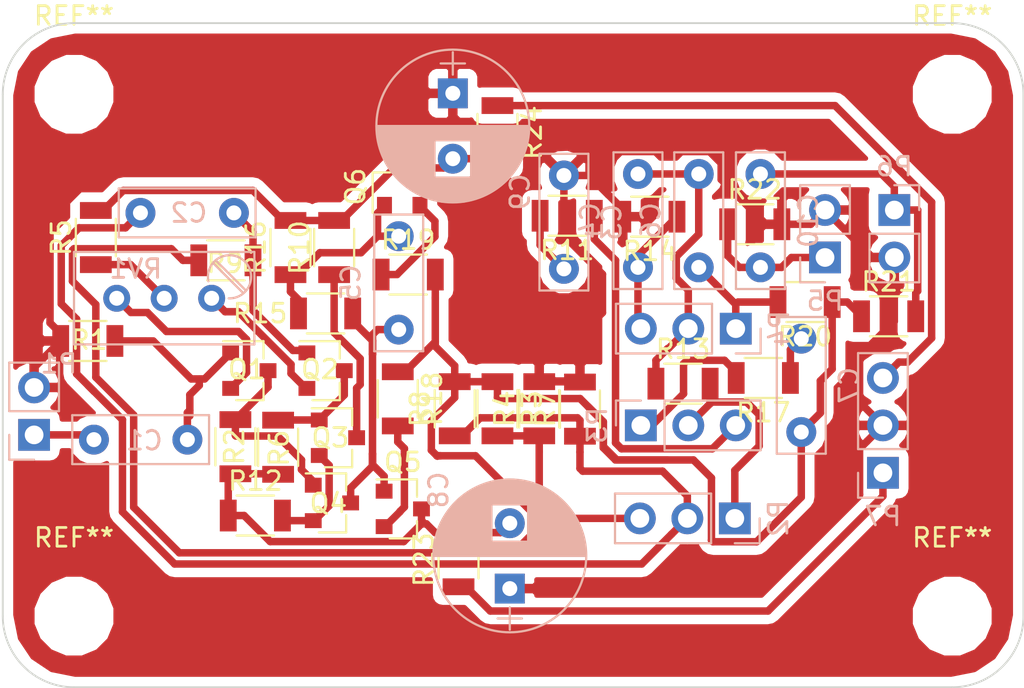
<source format=kicad_pcb>
(kicad_pcb (version 4) (host pcbnew 4.0.7)

  (general
    (links 75)
    (no_connects 0)
    (area 91.389999 90.119999 146.100001 125.780001)
    (thickness 1.6)
    (drawings 8)
    (tracks 330)
    (zones 0)
    (modules 52)
    (nets 33)
  )

  (page A4)
  (layers
    (0 F.Cu signal)
    (31 B.Cu signal)
    (32 B.Adhes user)
    (33 F.Adhes user)
    (34 B.Paste user)
    (35 F.Paste user)
    (36 B.SilkS user)
    (37 F.SilkS user)
    (38 B.Mask user)
    (39 F.Mask user)
    (40 Dwgs.User user)
    (41 Cmts.User user)
    (42 Eco1.User user)
    (43 Eco2.User user)
    (44 Edge.Cuts user)
    (45 Margin user)
    (46 B.CrtYd user)
    (47 F.CrtYd user)
    (48 B.Fab user hide)
    (49 F.Fab user hide)
  )

  (setup
    (last_trace_width 0.25)
    (user_trace_width 0.2)
    (user_trace_width 0.3)
    (user_trace_width 0.4)
    (user_trace_width 0.5)
    (user_trace_width 0.8)
    (user_trace_width 1)
    (user_trace_width 1.5)
    (user_trace_width 2)
    (trace_clearance 0.2)
    (zone_clearance 0.508)
    (zone_45_only no)
    (trace_min 0.2)
    (segment_width 0.2)
    (edge_width 0.1)
    (via_size 0.6)
    (via_drill 0.4)
    (via_min_size 0.4)
    (via_min_drill 0.3)
    (uvia_size 0.3)
    (uvia_drill 0.1)
    (uvias_allowed no)
    (uvia_min_size 0.2)
    (uvia_min_drill 0.1)
    (pcb_text_width 0.3)
    (pcb_text_size 1.5 1.5)
    (mod_edge_width 0.15)
    (mod_text_size 1 1)
    (mod_text_width 0.15)
    (pad_size 1.5 1.5)
    (pad_drill 0.6)
    (pad_to_mask_clearance 0)
    (aux_axis_origin 0 0)
    (visible_elements FFFFEF7F)
    (pcbplotparams
      (layerselection 0x00030_80000001)
      (usegerberextensions false)
      (excludeedgelayer true)
      (linewidth 0.100000)
      (plotframeref false)
      (viasonmask false)
      (mode 1)
      (useauxorigin false)
      (hpglpennumber 1)
      (hpglpenspeed 20)
      (hpglpendiameter 15)
      (hpglpenoverlay 2)
      (psnegative false)
      (psa4output false)
      (plotreference true)
      (plotvalue true)
      (plotinvisibletext false)
      (padsonsilk false)
      (subtractmaskfromsilk false)
      (outputformat 1)
      (mirror false)
      (drillshape 1)
      (scaleselection 1)
      (outputdirectory ""))
  )

  (net 0 "")
  (net 1 "Net-(C1-Pad1)")
  (net 2 "Net-(C1-Pad2)")
  (net 3 "Net-(C2-Pad1)")
  (net 4 "Net-(C2-Pad2)")
  (net 5 "Net-(C3-Pad1)")
  (net 6 GNDREF)
  (net 7 "Net-(C4-Pad1)")
  (net 8 "Net-(C4-Pad2)")
  (net 9 "Net-(C5-Pad1)")
  (net 10 "Net-(C5-Pad2)")
  (net 11 "Net-(C6-Pad2)")
  (net 12 "Net-(C7-Pad1)")
  (net 13 "Net-(C7-Pad2)")
  (net 14 "Net-(C8-Pad2)")
  (net 15 "Net-(C9-Pad2)")
  (net 16 "Net-(C10-Pad1)")
  (net 17 "Net-(C10-Pad2)")
  (net 18 "Net-(P2-Pad1)")
  (net 19 "Net-(P2-Pad3)")
  (net 20 "Net-(P3-Pad1)")
  (net 21 "Net-(P3-Pad3)")
  (net 22 "Net-(P7-Pad1)")
  (net 23 "Net-(P7-Pad3)")
  (net 24 "Net-(Q1-Pad2)")
  (net 25 "Net-(Q1-Pad3)")
  (net 26 "Net-(Q2-Pad2)")
  (net 27 "Net-(Q2-Pad3)")
  (net 28 "Net-(Q3-Pad2)")
  (net 29 "Net-(Q3-Pad3)")
  (net 30 "Net-(Q5-Pad2)")
  (net 31 "Net-(Q6-Pad2)")
  (net 32 "Net-(R5-Pad1)")

  (net_class Default "Это класс цепей по умолчанию."
    (clearance 0.2)
    (trace_width 0.25)
    (via_dia 0.6)
    (via_drill 0.4)
    (uvia_dia 0.3)
    (uvia_drill 0.1)
    (add_net GNDREF)
    (add_net "Net-(C1-Pad1)")
    (add_net "Net-(C1-Pad2)")
    (add_net "Net-(C10-Pad1)")
    (add_net "Net-(C10-Pad2)")
    (add_net "Net-(C2-Pad1)")
    (add_net "Net-(C2-Pad2)")
    (add_net "Net-(C3-Pad1)")
    (add_net "Net-(C4-Pad1)")
    (add_net "Net-(C4-Pad2)")
    (add_net "Net-(C5-Pad1)")
    (add_net "Net-(C5-Pad2)")
    (add_net "Net-(C6-Pad2)")
    (add_net "Net-(C7-Pad1)")
    (add_net "Net-(C7-Pad2)")
    (add_net "Net-(C8-Pad2)")
    (add_net "Net-(C9-Pad2)")
    (add_net "Net-(P2-Pad1)")
    (add_net "Net-(P2-Pad3)")
    (add_net "Net-(P3-Pad1)")
    (add_net "Net-(P3-Pad3)")
    (add_net "Net-(P7-Pad1)")
    (add_net "Net-(P7-Pad3)")
    (add_net "Net-(Q1-Pad2)")
    (add_net "Net-(Q1-Pad3)")
    (add_net "Net-(Q2-Pad2)")
    (add_net "Net-(Q2-Pad3)")
    (add_net "Net-(Q3-Pad2)")
    (add_net "Net-(Q3-Pad3)")
    (add_net "Net-(Q5-Pad2)")
    (add_net "Net-(Q6-Pad2)")
    (add_net "Net-(R5-Pad1)")
  )

  (module Pin_Headers:Pin_Header_Straight_1x03_Pitch2.54mm (layer B.Cu) (tedit 59650532) (tstamp 59F25E0F)
    (at 130.6068 116.6876 90)
    (descr "Through hole straight pin header, 1x03, 2.54mm pitch, single row")
    (tags "Through hole pin header THT 1x03 2.54mm single row")
    (path /599B1998)
    (fp_text reference P2 (at 0 2.33 90) (layer B.SilkS)
      (effects (font (size 1 1) (thickness 0.15)) (justify mirror))
    )
    (fp_text value CONN_01X03 (at 0 -7.41 90) (layer B.Fab)
      (effects (font (size 1 1) (thickness 0.15)) (justify mirror))
    )
    (fp_line (start -0.635 1.27) (end 1.27 1.27) (layer B.Fab) (width 0.1))
    (fp_line (start 1.27 1.27) (end 1.27 -6.35) (layer B.Fab) (width 0.1))
    (fp_line (start 1.27 -6.35) (end -1.27 -6.35) (layer B.Fab) (width 0.1))
    (fp_line (start -1.27 -6.35) (end -1.27 0.635) (layer B.Fab) (width 0.1))
    (fp_line (start -1.27 0.635) (end -0.635 1.27) (layer B.Fab) (width 0.1))
    (fp_line (start -1.33 -6.41) (end 1.33 -6.41) (layer B.SilkS) (width 0.12))
    (fp_line (start -1.33 -1.27) (end -1.33 -6.41) (layer B.SilkS) (width 0.12))
    (fp_line (start 1.33 -1.27) (end 1.33 -6.41) (layer B.SilkS) (width 0.12))
    (fp_line (start -1.33 -1.27) (end 1.33 -1.27) (layer B.SilkS) (width 0.12))
    (fp_line (start -1.33 0) (end -1.33 1.33) (layer B.SilkS) (width 0.12))
    (fp_line (start -1.33 1.33) (end 0 1.33) (layer B.SilkS) (width 0.12))
    (fp_line (start -1.8 1.8) (end -1.8 -6.85) (layer B.CrtYd) (width 0.05))
    (fp_line (start -1.8 -6.85) (end 1.8 -6.85) (layer B.CrtYd) (width 0.05))
    (fp_line (start 1.8 -6.85) (end 1.8 1.8) (layer B.CrtYd) (width 0.05))
    (fp_line (start 1.8 1.8) (end -1.8 1.8) (layer B.CrtYd) (width 0.05))
    (fp_text user %R (at 0 -2.54 360) (layer B.Fab)
      (effects (font (size 1 1) (thickness 0.15)) (justify mirror))
    )
    (pad 1 thru_hole rect (at 0 0 90) (size 1.7 1.7) (drill 1) (layers *.Cu *.Mask)
      (net 18 "Net-(P2-Pad1)"))
    (pad 2 thru_hole oval (at 0 -2.54 90) (size 1.7 1.7) (drill 1) (layers *.Cu *.Mask)
      (net 3 "Net-(C2-Pad1)"))
    (pad 3 thru_hole oval (at 0 -5.08 90) (size 1.7 1.7) (drill 1) (layers *.Cu *.Mask)
      (net 19 "Net-(P2-Pad3)"))
    (model ${KISYS3DMOD}/Pin_Headers.3dshapes/Pin_Header_Straight_1x03_Pitch2.54mm.wrl
      (at (xyz 0 0 0))
      (scale (xyz 1 1 1))
      (rotate (xyz 0 0 0))
    )
  )

  (module Capacitors_THT:CP_Radial_D8.0mm_P3.50mm (layer B.Cu) (tedit 597BC7C2) (tstamp 59F25DB2)
    (at 115.5192 93.9292 270)
    (descr "CP, Radial series, Radial, pin pitch=3.50mm, , diameter=8mm, Electrolytic Capacitor")
    (tags "CP Radial series Radial pin pitch 3.50mm  diameter 8mm Electrolytic Capacitor")
    (path /599B4D80)
    (fp_text reference C9 (at 5.278 -3.597038 270) (layer B.SilkS)
      (effects (font (size 1 1) (thickness 0.15)) (justify mirror))
    )
    (fp_text value C (at 1.75 -5.31 270) (layer B.Fab)
      (effects (font (size 1 1) (thickness 0.15)) (justify mirror))
    )
    (fp_circle (center 1.75 0) (end 5.75 0) (layer B.Fab) (width 0.1))
    (fp_circle (center 1.75 0) (end 5.84 0) (layer B.SilkS) (width 0.12))
    (fp_line (start -2.2 0) (end -1 0) (layer B.Fab) (width 0.1))
    (fp_line (start -1.6 0.65) (end -1.6 -0.65) (layer B.Fab) (width 0.1))
    (fp_line (start 1.75 4.05) (end 1.75 -4.05) (layer B.SilkS) (width 0.12))
    (fp_line (start 1.79 4.05) (end 1.79 -4.05) (layer B.SilkS) (width 0.12))
    (fp_line (start 1.83 4.05) (end 1.83 -4.05) (layer B.SilkS) (width 0.12))
    (fp_line (start 1.87 4.049) (end 1.87 -4.049) (layer B.SilkS) (width 0.12))
    (fp_line (start 1.91 4.047) (end 1.91 -4.047) (layer B.SilkS) (width 0.12))
    (fp_line (start 1.95 4.046) (end 1.95 -4.046) (layer B.SilkS) (width 0.12))
    (fp_line (start 1.99 4.043) (end 1.99 -4.043) (layer B.SilkS) (width 0.12))
    (fp_line (start 2.03 4.041) (end 2.03 -4.041) (layer B.SilkS) (width 0.12))
    (fp_line (start 2.07 4.038) (end 2.07 -4.038) (layer B.SilkS) (width 0.12))
    (fp_line (start 2.11 4.035) (end 2.11 -4.035) (layer B.SilkS) (width 0.12))
    (fp_line (start 2.15 4.031) (end 2.15 -4.031) (layer B.SilkS) (width 0.12))
    (fp_line (start 2.19 4.027) (end 2.19 -4.027) (layer B.SilkS) (width 0.12))
    (fp_line (start 2.23 4.022) (end 2.23 -4.022) (layer B.SilkS) (width 0.12))
    (fp_line (start 2.27 4.017) (end 2.27 -4.017) (layer B.SilkS) (width 0.12))
    (fp_line (start 2.31 4.012) (end 2.31 -4.012) (layer B.SilkS) (width 0.12))
    (fp_line (start 2.35 4.006) (end 2.35 -4.006) (layer B.SilkS) (width 0.12))
    (fp_line (start 2.39 4) (end 2.39 -4) (layer B.SilkS) (width 0.12))
    (fp_line (start 2.43 3.994) (end 2.43 -3.994) (layer B.SilkS) (width 0.12))
    (fp_line (start 2.471 3.987) (end 2.471 -3.987) (layer B.SilkS) (width 0.12))
    (fp_line (start 2.511 3.979) (end 2.511 -3.979) (layer B.SilkS) (width 0.12))
    (fp_line (start 2.551 3.971) (end 2.551 0.98) (layer B.SilkS) (width 0.12))
    (fp_line (start 2.551 -0.98) (end 2.551 -3.971) (layer B.SilkS) (width 0.12))
    (fp_line (start 2.591 3.963) (end 2.591 0.98) (layer B.SilkS) (width 0.12))
    (fp_line (start 2.591 -0.98) (end 2.591 -3.963) (layer B.SilkS) (width 0.12))
    (fp_line (start 2.631 3.955) (end 2.631 0.98) (layer B.SilkS) (width 0.12))
    (fp_line (start 2.631 -0.98) (end 2.631 -3.955) (layer B.SilkS) (width 0.12))
    (fp_line (start 2.671 3.946) (end 2.671 0.98) (layer B.SilkS) (width 0.12))
    (fp_line (start 2.671 -0.98) (end 2.671 -3.946) (layer B.SilkS) (width 0.12))
    (fp_line (start 2.711 3.936) (end 2.711 0.98) (layer B.SilkS) (width 0.12))
    (fp_line (start 2.711 -0.98) (end 2.711 -3.936) (layer B.SilkS) (width 0.12))
    (fp_line (start 2.751 3.926) (end 2.751 0.98) (layer B.SilkS) (width 0.12))
    (fp_line (start 2.751 -0.98) (end 2.751 -3.926) (layer B.SilkS) (width 0.12))
    (fp_line (start 2.791 3.916) (end 2.791 0.98) (layer B.SilkS) (width 0.12))
    (fp_line (start 2.791 -0.98) (end 2.791 -3.916) (layer B.SilkS) (width 0.12))
    (fp_line (start 2.831 3.905) (end 2.831 0.98) (layer B.SilkS) (width 0.12))
    (fp_line (start 2.831 -0.98) (end 2.831 -3.905) (layer B.SilkS) (width 0.12))
    (fp_line (start 2.871 3.894) (end 2.871 0.98) (layer B.SilkS) (width 0.12))
    (fp_line (start 2.871 -0.98) (end 2.871 -3.894) (layer B.SilkS) (width 0.12))
    (fp_line (start 2.911 3.883) (end 2.911 0.98) (layer B.SilkS) (width 0.12))
    (fp_line (start 2.911 -0.98) (end 2.911 -3.883) (layer B.SilkS) (width 0.12))
    (fp_line (start 2.951 3.87) (end 2.951 0.98) (layer B.SilkS) (width 0.12))
    (fp_line (start 2.951 -0.98) (end 2.951 -3.87) (layer B.SilkS) (width 0.12))
    (fp_line (start 2.991 3.858) (end 2.991 0.98) (layer B.SilkS) (width 0.12))
    (fp_line (start 2.991 -0.98) (end 2.991 -3.858) (layer B.SilkS) (width 0.12))
    (fp_line (start 3.031 3.845) (end 3.031 0.98) (layer B.SilkS) (width 0.12))
    (fp_line (start 3.031 -0.98) (end 3.031 -3.845) (layer B.SilkS) (width 0.12))
    (fp_line (start 3.071 3.832) (end 3.071 0.98) (layer B.SilkS) (width 0.12))
    (fp_line (start 3.071 -0.98) (end 3.071 -3.832) (layer B.SilkS) (width 0.12))
    (fp_line (start 3.111 3.818) (end 3.111 0.98) (layer B.SilkS) (width 0.12))
    (fp_line (start 3.111 -0.98) (end 3.111 -3.818) (layer B.SilkS) (width 0.12))
    (fp_line (start 3.151 3.803) (end 3.151 0.98) (layer B.SilkS) (width 0.12))
    (fp_line (start 3.151 -0.98) (end 3.151 -3.803) (layer B.SilkS) (width 0.12))
    (fp_line (start 3.191 3.789) (end 3.191 0.98) (layer B.SilkS) (width 0.12))
    (fp_line (start 3.191 -0.98) (end 3.191 -3.789) (layer B.SilkS) (width 0.12))
    (fp_line (start 3.231 3.773) (end 3.231 0.98) (layer B.SilkS) (width 0.12))
    (fp_line (start 3.231 -0.98) (end 3.231 -3.773) (layer B.SilkS) (width 0.12))
    (fp_line (start 3.271 3.758) (end 3.271 0.98) (layer B.SilkS) (width 0.12))
    (fp_line (start 3.271 -0.98) (end 3.271 -3.758) (layer B.SilkS) (width 0.12))
    (fp_line (start 3.311 3.741) (end 3.311 0.98) (layer B.SilkS) (width 0.12))
    (fp_line (start 3.311 -0.98) (end 3.311 -3.741) (layer B.SilkS) (width 0.12))
    (fp_line (start 3.351 3.725) (end 3.351 0.98) (layer B.SilkS) (width 0.12))
    (fp_line (start 3.351 -0.98) (end 3.351 -3.725) (layer B.SilkS) (width 0.12))
    (fp_line (start 3.391 3.707) (end 3.391 0.98) (layer B.SilkS) (width 0.12))
    (fp_line (start 3.391 -0.98) (end 3.391 -3.707) (layer B.SilkS) (width 0.12))
    (fp_line (start 3.431 3.69) (end 3.431 0.98) (layer B.SilkS) (width 0.12))
    (fp_line (start 3.431 -0.98) (end 3.431 -3.69) (layer B.SilkS) (width 0.12))
    (fp_line (start 3.471 3.671) (end 3.471 0.98) (layer B.SilkS) (width 0.12))
    (fp_line (start 3.471 -0.98) (end 3.471 -3.671) (layer B.SilkS) (width 0.12))
    (fp_line (start 3.511 3.652) (end 3.511 0.98) (layer B.SilkS) (width 0.12))
    (fp_line (start 3.511 -0.98) (end 3.511 -3.652) (layer B.SilkS) (width 0.12))
    (fp_line (start 3.551 3.633) (end 3.551 0.98) (layer B.SilkS) (width 0.12))
    (fp_line (start 3.551 -0.98) (end 3.551 -3.633) (layer B.SilkS) (width 0.12))
    (fp_line (start 3.591 3.613) (end 3.591 0.98) (layer B.SilkS) (width 0.12))
    (fp_line (start 3.591 -0.98) (end 3.591 -3.613) (layer B.SilkS) (width 0.12))
    (fp_line (start 3.631 3.593) (end 3.631 0.98) (layer B.SilkS) (width 0.12))
    (fp_line (start 3.631 -0.98) (end 3.631 -3.593) (layer B.SilkS) (width 0.12))
    (fp_line (start 3.671 3.572) (end 3.671 0.98) (layer B.SilkS) (width 0.12))
    (fp_line (start 3.671 -0.98) (end 3.671 -3.572) (layer B.SilkS) (width 0.12))
    (fp_line (start 3.711 3.55) (end 3.711 0.98) (layer B.SilkS) (width 0.12))
    (fp_line (start 3.711 -0.98) (end 3.711 -3.55) (layer B.SilkS) (width 0.12))
    (fp_line (start 3.751 3.528) (end 3.751 0.98) (layer B.SilkS) (width 0.12))
    (fp_line (start 3.751 -0.98) (end 3.751 -3.528) (layer B.SilkS) (width 0.12))
    (fp_line (start 3.791 3.505) (end 3.791 0.98) (layer B.SilkS) (width 0.12))
    (fp_line (start 3.791 -0.98) (end 3.791 -3.505) (layer B.SilkS) (width 0.12))
    (fp_line (start 3.831 3.482) (end 3.831 0.98) (layer B.SilkS) (width 0.12))
    (fp_line (start 3.831 -0.98) (end 3.831 -3.482) (layer B.SilkS) (width 0.12))
    (fp_line (start 3.871 3.458) (end 3.871 0.98) (layer B.SilkS) (width 0.12))
    (fp_line (start 3.871 -0.98) (end 3.871 -3.458) (layer B.SilkS) (width 0.12))
    (fp_line (start 3.911 3.434) (end 3.911 0.98) (layer B.SilkS) (width 0.12))
    (fp_line (start 3.911 -0.98) (end 3.911 -3.434) (layer B.SilkS) (width 0.12))
    (fp_line (start 3.951 3.408) (end 3.951 0.98) (layer B.SilkS) (width 0.12))
    (fp_line (start 3.951 -0.98) (end 3.951 -3.408) (layer B.SilkS) (width 0.12))
    (fp_line (start 3.991 3.383) (end 3.991 0.98) (layer B.SilkS) (width 0.12))
    (fp_line (start 3.991 -0.98) (end 3.991 -3.383) (layer B.SilkS) (width 0.12))
    (fp_line (start 4.031 3.356) (end 4.031 0.98) (layer B.SilkS) (width 0.12))
    (fp_line (start 4.031 -0.98) (end 4.031 -3.356) (layer B.SilkS) (width 0.12))
    (fp_line (start 4.071 3.329) (end 4.071 0.98) (layer B.SilkS) (width 0.12))
    (fp_line (start 4.071 -0.98) (end 4.071 -3.329) (layer B.SilkS) (width 0.12))
    (fp_line (start 4.111 3.301) (end 4.111 0.98) (layer B.SilkS) (width 0.12))
    (fp_line (start 4.111 -0.98) (end 4.111 -3.301) (layer B.SilkS) (width 0.12))
    (fp_line (start 4.151 3.272) (end 4.151 0.98) (layer B.SilkS) (width 0.12))
    (fp_line (start 4.151 -0.98) (end 4.151 -3.272) (layer B.SilkS) (width 0.12))
    (fp_line (start 4.191 3.243) (end 4.191 0.98) (layer B.SilkS) (width 0.12))
    (fp_line (start 4.191 -0.98) (end 4.191 -3.243) (layer B.SilkS) (width 0.12))
    (fp_line (start 4.231 3.213) (end 4.231 0.98) (layer B.SilkS) (width 0.12))
    (fp_line (start 4.231 -0.98) (end 4.231 -3.213) (layer B.SilkS) (width 0.12))
    (fp_line (start 4.271 3.182) (end 4.271 0.98) (layer B.SilkS) (width 0.12))
    (fp_line (start 4.271 -0.98) (end 4.271 -3.182) (layer B.SilkS) (width 0.12))
    (fp_line (start 4.311 3.15) (end 4.311 0.98) (layer B.SilkS) (width 0.12))
    (fp_line (start 4.311 -0.98) (end 4.311 -3.15) (layer B.SilkS) (width 0.12))
    (fp_line (start 4.351 3.118) (end 4.351 0.98) (layer B.SilkS) (width 0.12))
    (fp_line (start 4.351 -0.98) (end 4.351 -3.118) (layer B.SilkS) (width 0.12))
    (fp_line (start 4.391 3.084) (end 4.391 0.98) (layer B.SilkS) (width 0.12))
    (fp_line (start 4.391 -0.98) (end 4.391 -3.084) (layer B.SilkS) (width 0.12))
    (fp_line (start 4.431 3.05) (end 4.431 0.98) (layer B.SilkS) (width 0.12))
    (fp_line (start 4.431 -0.98) (end 4.431 -3.05) (layer B.SilkS) (width 0.12))
    (fp_line (start 4.471 3.015) (end 4.471 0.98) (layer B.SilkS) (width 0.12))
    (fp_line (start 4.471 -0.98) (end 4.471 -3.015) (layer B.SilkS) (width 0.12))
    (fp_line (start 4.511 2.979) (end 4.511 -2.979) (layer B.SilkS) (width 0.12))
    (fp_line (start 4.551 2.942) (end 4.551 -2.942) (layer B.SilkS) (width 0.12))
    (fp_line (start 4.591 2.904) (end 4.591 -2.904) (layer B.SilkS) (width 0.12))
    (fp_line (start 4.631 2.865) (end 4.631 -2.865) (layer B.SilkS) (width 0.12))
    (fp_line (start 4.671 2.824) (end 4.671 -2.824) (layer B.SilkS) (width 0.12))
    (fp_line (start 4.711 2.783) (end 4.711 -2.783) (layer B.SilkS) (width 0.12))
    (fp_line (start 4.751 2.74) (end 4.751 -2.74) (layer B.SilkS) (width 0.12))
    (fp_line (start 4.791 2.697) (end 4.791 -2.697) (layer B.SilkS) (width 0.12))
    (fp_line (start 4.831 2.652) (end 4.831 -2.652) (layer B.SilkS) (width 0.12))
    (fp_line (start 4.871 2.605) (end 4.871 -2.605) (layer B.SilkS) (width 0.12))
    (fp_line (start 4.911 2.557) (end 4.911 -2.557) (layer B.SilkS) (width 0.12))
    (fp_line (start 4.951 2.508) (end 4.951 -2.508) (layer B.SilkS) (width 0.12))
    (fp_line (start 4.991 2.457) (end 4.991 -2.457) (layer B.SilkS) (width 0.12))
    (fp_line (start 5.031 2.404) (end 5.031 -2.404) (layer B.SilkS) (width 0.12))
    (fp_line (start 5.071 2.349) (end 5.071 -2.349) (layer B.SilkS) (width 0.12))
    (fp_line (start 5.111 2.293) (end 5.111 -2.293) (layer B.SilkS) (width 0.12))
    (fp_line (start 5.151 2.234) (end 5.151 -2.234) (layer B.SilkS) (width 0.12))
    (fp_line (start 5.191 2.173) (end 5.191 -2.173) (layer B.SilkS) (width 0.12))
    (fp_line (start 5.231 2.109) (end 5.231 -2.109) (layer B.SilkS) (width 0.12))
    (fp_line (start 5.271 2.043) (end 5.271 -2.043) (layer B.SilkS) (width 0.12))
    (fp_line (start 5.311 1.974) (end 5.311 -1.974) (layer B.SilkS) (width 0.12))
    (fp_line (start 5.351 1.902) (end 5.351 -1.902) (layer B.SilkS) (width 0.12))
    (fp_line (start 5.391 1.826) (end 5.391 -1.826) (layer B.SilkS) (width 0.12))
    (fp_line (start 5.431 1.745) (end 5.431 -1.745) (layer B.SilkS) (width 0.12))
    (fp_line (start 5.471 1.66) (end 5.471 -1.66) (layer B.SilkS) (width 0.12))
    (fp_line (start 5.511 1.57) (end 5.511 -1.57) (layer B.SilkS) (width 0.12))
    (fp_line (start 5.551 1.473) (end 5.551 -1.473) (layer B.SilkS) (width 0.12))
    (fp_line (start 5.591 1.369) (end 5.591 -1.369) (layer B.SilkS) (width 0.12))
    (fp_line (start 5.631 1.254) (end 5.631 -1.254) (layer B.SilkS) (width 0.12))
    (fp_line (start 5.671 1.127) (end 5.671 -1.127) (layer B.SilkS) (width 0.12))
    (fp_line (start 5.711 0.983) (end 5.711 -0.983) (layer B.SilkS) (width 0.12))
    (fp_line (start 5.751 0.814) (end 5.751 -0.814) (layer B.SilkS) (width 0.12))
    (fp_line (start 5.791 0.598) (end 5.791 -0.598) (layer B.SilkS) (width 0.12))
    (fp_line (start 5.831 0.246) (end 5.831 -0.246) (layer B.SilkS) (width 0.12))
    (fp_line (start -2.2 0) (end -1 0) (layer B.SilkS) (width 0.12))
    (fp_line (start -1.6 0.65) (end -1.6 -0.65) (layer B.SilkS) (width 0.12))
    (fp_line (start -2.6 4.35) (end -2.6 -4.35) (layer B.CrtYd) (width 0.05))
    (fp_line (start -2.6 -4.35) (end 6.1 -4.35) (layer B.CrtYd) (width 0.05))
    (fp_line (start 6.1 -4.35) (end 6.1 4.35) (layer B.CrtYd) (width 0.05))
    (fp_line (start 6.1 4.35) (end -2.6 4.35) (layer B.CrtYd) (width 0.05))
    (fp_text user %R (at 1.75 0 270) (layer B.Fab)
      (effects (font (size 1 1) (thickness 0.15)) (justify mirror))
    )
    (pad 1 thru_hole rect (at 0 0 270) (size 1.6 1.6) (drill 0.8) (layers *.Cu *.Mask)
      (net 6 GNDREF))
    (pad 2 thru_hole circle (at 3.5 0 270) (size 1.6 1.6) (drill 0.8) (layers *.Cu *.Mask)
      (net 15 "Net-(C9-Pad2)"))
    (model ${KISYS3DMOD}/Capacitors_THT.3dshapes/CP_Radial_D8.0mm_P3.50mm.wrl
      (at (xyz 0 0 0))
      (scale (xyz 1 1 1))
      (rotate (xyz 0 0 0))
    )
  )

  (module Pin_Headers:Pin_Header_Straight_1x03_Pitch2.54mm (layer B.Cu) (tedit 59650532) (tstamp 59F25E26)
    (at 125.5776 111.7092 270)
    (descr "Through hole straight pin header, 1x03, 2.54mm pitch, single row")
    (tags "Through hole pin header THT 1x03 2.54mm single row")
    (path /599B279E)
    (fp_text reference P3 (at 0 2.33 270) (layer B.SilkS)
      (effects (font (size 1 1) (thickness 0.15)) (justify mirror))
    )
    (fp_text value CONN_01X03 (at 0 -7.41 270) (layer B.Fab)
      (effects (font (size 1 1) (thickness 0.15)) (justify mirror))
    )
    (fp_line (start -0.635 1.27) (end 1.27 1.27) (layer B.Fab) (width 0.1))
    (fp_line (start 1.27 1.27) (end 1.27 -6.35) (layer B.Fab) (width 0.1))
    (fp_line (start 1.27 -6.35) (end -1.27 -6.35) (layer B.Fab) (width 0.1))
    (fp_line (start -1.27 -6.35) (end -1.27 0.635) (layer B.Fab) (width 0.1))
    (fp_line (start -1.27 0.635) (end -0.635 1.27) (layer B.Fab) (width 0.1))
    (fp_line (start -1.33 -6.41) (end 1.33 -6.41) (layer B.SilkS) (width 0.12))
    (fp_line (start -1.33 -1.27) (end -1.33 -6.41) (layer B.SilkS) (width 0.12))
    (fp_line (start 1.33 -1.27) (end 1.33 -6.41) (layer B.SilkS) (width 0.12))
    (fp_line (start -1.33 -1.27) (end 1.33 -1.27) (layer B.SilkS) (width 0.12))
    (fp_line (start -1.33 0) (end -1.33 1.33) (layer B.SilkS) (width 0.12))
    (fp_line (start -1.33 1.33) (end 0 1.33) (layer B.SilkS) (width 0.12))
    (fp_line (start -1.8 1.8) (end -1.8 -6.85) (layer B.CrtYd) (width 0.05))
    (fp_line (start -1.8 -6.85) (end 1.8 -6.85) (layer B.CrtYd) (width 0.05))
    (fp_line (start 1.8 -6.85) (end 1.8 1.8) (layer B.CrtYd) (width 0.05))
    (fp_line (start 1.8 1.8) (end -1.8 1.8) (layer B.CrtYd) (width 0.05))
    (fp_text user %R (at 0 -2.54 540) (layer B.Fab)
      (effects (font (size 1 1) (thickness 0.15)) (justify mirror))
    )
    (pad 1 thru_hole rect (at 0 0 270) (size 1.7 1.7) (drill 1) (layers *.Cu *.Mask)
      (net 20 "Net-(P3-Pad1)"))
    (pad 2 thru_hole oval (at 0 -2.54 270) (size 1.7 1.7) (drill 1) (layers *.Cu *.Mask)
      (net 18 "Net-(P2-Pad1)"))
    (pad 3 thru_hole oval (at 0 -5.08 270) (size 1.7 1.7) (drill 1) (layers *.Cu *.Mask)
      (net 21 "Net-(P3-Pad3)"))
    (model ${KISYS3DMOD}/Pin_Headers.3dshapes/Pin_Header_Straight_1x03_Pitch2.54mm.wrl
      (at (xyz 0 0 0))
      (scale (xyz 1 1 1))
      (rotate (xyz 0 0 0))
    )
  )

  (module Capacitors_THT:C_Rect_L7.2mm_W2.5mm_P5.00mm_FKS2_FKP2_MKS2_MKP2 (layer B.Cu) (tedit 597BC7C2) (tstamp 59F25BEE)
    (at 101.3168 112.4712 180)
    (descr "C, Rect series, Radial, pin pitch=5.00mm, , length*width=7.2*2.5mm^2, Capacitor, http://www.wima.com/EN/WIMA_FKS_2.pdf")
    (tags "C Rect series Radial pin pitch 5.00mm  length 7.2mm width 2.5mm Capacitor")
    (path /599AF92F)
    (fp_text reference C1 (at 2.3076 -0.0508 180) (layer B.SilkS)
      (effects (font (size 1 1) (thickness 0.15)) (justify mirror))
    )
    (fp_text value C (at 2.5 -2.56 180) (layer B.Fab)
      (effects (font (size 1 1) (thickness 0.15)) (justify mirror))
    )
    (fp_line (start -1.1 1.25) (end -1.1 -1.25) (layer B.Fab) (width 0.1))
    (fp_line (start -1.1 -1.25) (end 6.1 -1.25) (layer B.Fab) (width 0.1))
    (fp_line (start 6.1 -1.25) (end 6.1 1.25) (layer B.Fab) (width 0.1))
    (fp_line (start 6.1 1.25) (end -1.1 1.25) (layer B.Fab) (width 0.1))
    (fp_line (start -1.16 1.31) (end 6.16 1.31) (layer B.SilkS) (width 0.12))
    (fp_line (start -1.16 -1.31) (end 6.16 -1.31) (layer B.SilkS) (width 0.12))
    (fp_line (start -1.16 1.31) (end -1.16 -1.31) (layer B.SilkS) (width 0.12))
    (fp_line (start 6.16 1.31) (end 6.16 -1.31) (layer B.SilkS) (width 0.12))
    (fp_line (start -1.45 1.6) (end -1.45 -1.6) (layer B.CrtYd) (width 0.05))
    (fp_line (start -1.45 -1.6) (end 6.45 -1.6) (layer B.CrtYd) (width 0.05))
    (fp_line (start 6.45 -1.6) (end 6.45 1.6) (layer B.CrtYd) (width 0.05))
    (fp_line (start 6.45 1.6) (end -1.45 1.6) (layer B.CrtYd) (width 0.05))
    (fp_text user %R (at 2.5 0 180) (layer B.Fab)
      (effects (font (size 1 1) (thickness 0.15)) (justify mirror))
    )
    (pad 1 thru_hole circle (at 0 0 180) (size 1.6 1.6) (drill 0.8) (layers *.Cu *.Mask)
      (net 1 "Net-(C1-Pad1)"))
    (pad 2 thru_hole circle (at 5 0 180) (size 1.6 1.6) (drill 0.8) (layers *.Cu *.Mask)
      (net 2 "Net-(C1-Pad2)"))
    (model ${KISYS3DMOD}/Capacitors_THT.3dshapes/C_Rect_L7.2mm_W2.5mm_P5.00mm_FKS2_FKP2_MKS2_MKP2.wrl
      (at (xyz 0 0 0))
      (scale (xyz 1 1 1))
      (rotate (xyz 0 0 0))
    )
  )

  (module Capacitors_THT:C_Rect_L7.2mm_W2.5mm_P5.00mm_FKS2_FKP2_MKS2_MKP2 (layer B.Cu) (tedit 597BC7C2) (tstamp 59F25C01)
    (at 98.806 100.33)
    (descr "C, Rect series, Radial, pin pitch=5.00mm, , length*width=7.2*2.5mm^2, Capacitor, http://www.wima.com/EN/WIMA_FKS_2.pdf")
    (tags "C Rect series Radial pin pitch 5.00mm  length 7.2mm width 2.5mm Capacitor")
    (path /599B1310)
    (fp_text reference C2 (at 2.5908 0) (layer B.SilkS)
      (effects (font (size 1 1) (thickness 0.15)) (justify mirror))
    )
    (fp_text value C (at 2.5 -2.56) (layer B.Fab)
      (effects (font (size 1 1) (thickness 0.15)) (justify mirror))
    )
    (fp_line (start -1.1 1.25) (end -1.1 -1.25) (layer B.Fab) (width 0.1))
    (fp_line (start -1.1 -1.25) (end 6.1 -1.25) (layer B.Fab) (width 0.1))
    (fp_line (start 6.1 -1.25) (end 6.1 1.25) (layer B.Fab) (width 0.1))
    (fp_line (start 6.1 1.25) (end -1.1 1.25) (layer B.Fab) (width 0.1))
    (fp_line (start -1.16 1.31) (end 6.16 1.31) (layer B.SilkS) (width 0.12))
    (fp_line (start -1.16 -1.31) (end 6.16 -1.31) (layer B.SilkS) (width 0.12))
    (fp_line (start -1.16 1.31) (end -1.16 -1.31) (layer B.SilkS) (width 0.12))
    (fp_line (start 6.16 1.31) (end 6.16 -1.31) (layer B.SilkS) (width 0.12))
    (fp_line (start -1.45 1.6) (end -1.45 -1.6) (layer B.CrtYd) (width 0.05))
    (fp_line (start -1.45 -1.6) (end 6.45 -1.6) (layer B.CrtYd) (width 0.05))
    (fp_line (start 6.45 -1.6) (end 6.45 1.6) (layer B.CrtYd) (width 0.05))
    (fp_line (start 6.45 1.6) (end -1.45 1.6) (layer B.CrtYd) (width 0.05))
    (fp_text user %R (at 2.5 0) (layer B.Fab)
      (effects (font (size 1 1) (thickness 0.15)) (justify mirror))
    )
    (pad 1 thru_hole circle (at 0 0) (size 1.6 1.6) (drill 0.8) (layers *.Cu *.Mask)
      (net 3 "Net-(C2-Pad1)"))
    (pad 2 thru_hole circle (at 5 0) (size 1.6 1.6) (drill 0.8) (layers *.Cu *.Mask)
      (net 4 "Net-(C2-Pad2)"))
    (model ${KISYS3DMOD}/Capacitors_THT.3dshapes/C_Rect_L7.2mm_W2.5mm_P5.00mm_FKS2_FKP2_MKS2_MKP2.wrl
      (at (xyz 0 0 0))
      (scale (xyz 1 1 1))
      (rotate (xyz 0 0 0))
    )
  )

  (module Capacitors_THT:C_Rect_L7.2mm_W2.5mm_P5.00mm_FKS2_FKP2_MKS2_MKP2 (layer B.Cu) (tedit 59F258BB) (tstamp 59F25C14)
    (at 121.4628 103.3272 90)
    (descr "C, Rect series, Radial, pin pitch=5.00mm, , length*width=7.2*2.5mm^2, Capacitor, http://www.wima.com/EN/WIMA_FKS_2.pdf")
    (tags "C Rect series Radial pin pitch 5.00mm  length 7.2mm width 2.5mm Capacitor")
    (path /599B28C3)
    (fp_text reference C3 (at 2.5 2.56 90) (layer B.SilkS)
      (effects (font (size 1 1) (thickness 0.15)) (justify mirror))
    )
    (fp_text value C (at 2.5 -2.56 90) (layer B.Fab) hide
      (effects (font (size 1 1) (thickness 0.15)) (justify mirror))
    )
    (fp_line (start -1.1 1.25) (end -1.1 -1.25) (layer B.Fab) (width 0.1))
    (fp_line (start -1.1 -1.25) (end 6.1 -1.25) (layer B.Fab) (width 0.1))
    (fp_line (start 6.1 -1.25) (end 6.1 1.25) (layer B.Fab) (width 0.1))
    (fp_line (start 6.1 1.25) (end -1.1 1.25) (layer B.Fab) (width 0.1))
    (fp_line (start -1.16 1.31) (end 6.16 1.31) (layer B.SilkS) (width 0.12))
    (fp_line (start -1.16 -1.31) (end 6.16 -1.31) (layer B.SilkS) (width 0.12))
    (fp_line (start -1.16 1.31) (end -1.16 -1.31) (layer B.SilkS) (width 0.12))
    (fp_line (start 6.16 1.31) (end 6.16 -1.31) (layer B.SilkS) (width 0.12))
    (fp_line (start -1.45 1.6) (end -1.45 -1.6) (layer B.CrtYd) (width 0.05))
    (fp_line (start -1.45 -1.6) (end 6.45 -1.6) (layer B.CrtYd) (width 0.05))
    (fp_line (start 6.45 -1.6) (end 6.45 1.6) (layer B.CrtYd) (width 0.05))
    (fp_line (start 6.45 1.6) (end -1.45 1.6) (layer B.CrtYd) (width 0.05))
    (fp_text user %R (at 2.5 0 90) (layer B.Fab)
      (effects (font (size 1 1) (thickness 0.15)) (justify mirror))
    )
    (pad 1 thru_hole circle (at 0 0 90) (size 1.6 1.6) (drill 0.8) (layers *.Cu *.Mask)
      (net 5 "Net-(C3-Pad1)"))
    (pad 2 thru_hole circle (at 5 0 90) (size 1.6 1.6) (drill 0.8) (layers *.Cu *.Mask)
      (net 6 GNDREF))
    (model ${KISYS3DMOD}/Capacitors_THT.3dshapes/C_Rect_L7.2mm_W2.5mm_P5.00mm_FKS2_FKP2_MKS2_MKP2.wrl
      (at (xyz 0 0 0))
      (scale (xyz 1 1 1))
      (rotate (xyz 0 0 0))
    )
  )

  (module Capacitors_THT:C_Rect_L7.2mm_W2.5mm_P5.00mm_FKS2_FKP2_MKS2_MKP2 (layer B.Cu) (tedit 597BC7C2) (tstamp 59F25C27)
    (at 125.4252 98.2472 270)
    (descr "C, Rect series, Radial, pin pitch=5.00mm, , length*width=7.2*2.5mm^2, Capacitor, http://www.wima.com/EN/WIMA_FKS_2.pdf")
    (tags "C Rect series Radial pin pitch 5.00mm  length 7.2mm width 2.5mm Capacitor")
    (path /599B3C74)
    (fp_text reference C4 (at 2.5 2.56 270) (layer B.SilkS)
      (effects (font (size 1 1) (thickness 0.15)) (justify mirror))
    )
    (fp_text value C (at 2.5 -2.56 270) (layer B.Fab)
      (effects (font (size 1 1) (thickness 0.15)) (justify mirror))
    )
    (fp_line (start -1.1 1.25) (end -1.1 -1.25) (layer B.Fab) (width 0.1))
    (fp_line (start -1.1 -1.25) (end 6.1 -1.25) (layer B.Fab) (width 0.1))
    (fp_line (start 6.1 -1.25) (end 6.1 1.25) (layer B.Fab) (width 0.1))
    (fp_line (start 6.1 1.25) (end -1.1 1.25) (layer B.Fab) (width 0.1))
    (fp_line (start -1.16 1.31) (end 6.16 1.31) (layer B.SilkS) (width 0.12))
    (fp_line (start -1.16 -1.31) (end 6.16 -1.31) (layer B.SilkS) (width 0.12))
    (fp_line (start -1.16 1.31) (end -1.16 -1.31) (layer B.SilkS) (width 0.12))
    (fp_line (start 6.16 1.31) (end 6.16 -1.31) (layer B.SilkS) (width 0.12))
    (fp_line (start -1.45 1.6) (end -1.45 -1.6) (layer B.CrtYd) (width 0.05))
    (fp_line (start -1.45 -1.6) (end 6.45 -1.6) (layer B.CrtYd) (width 0.05))
    (fp_line (start 6.45 -1.6) (end 6.45 1.6) (layer B.CrtYd) (width 0.05))
    (fp_line (start 6.45 1.6) (end -1.45 1.6) (layer B.CrtYd) (width 0.05))
    (fp_text user %R (at 2.5 0 270) (layer B.Fab)
      (effects (font (size 1 1) (thickness 0.15)) (justify mirror))
    )
    (pad 1 thru_hole circle (at 0 0 270) (size 1.6 1.6) (drill 0.8) (layers *.Cu *.Mask)
      (net 7 "Net-(C4-Pad1)"))
    (pad 2 thru_hole circle (at 5 0 270) (size 1.6 1.6) (drill 0.8) (layers *.Cu *.Mask)
      (net 8 "Net-(C4-Pad2)"))
    (model ${KISYS3DMOD}/Capacitors_THT.3dshapes/C_Rect_L7.2mm_W2.5mm_P5.00mm_FKS2_FKP2_MKS2_MKP2.wrl
      (at (xyz 0 0 0))
      (scale (xyz 1 1 1))
      (rotate (xyz 0 0 0))
    )
  )

  (module Capacitors_THT:C_Rect_L7.2mm_W2.5mm_P5.00mm_FKS2_FKP2_MKS2_MKP2 (layer B.Cu) (tedit 597BC7C2) (tstamp 59F25C3A)
    (at 112.6236 101.5784 270)
    (descr "C, Rect series, Radial, pin pitch=5.00mm, , length*width=7.2*2.5mm^2, Capacitor, http://www.wima.com/EN/WIMA_FKS_2.pdf")
    (tags "C Rect series Radial pin pitch 5.00mm  length 7.2mm width 2.5mm Capacitor")
    (path /599B03FC)
    (fp_text reference C5 (at 2.5 2.56 270) (layer B.SilkS)
      (effects (font (size 1 1) (thickness 0.15)) (justify mirror))
    )
    (fp_text value C (at 2.5 -2.56 270) (layer B.Fab)
      (effects (font (size 1 1) (thickness 0.15)) (justify mirror))
    )
    (fp_line (start -1.1 1.25) (end -1.1 -1.25) (layer B.Fab) (width 0.1))
    (fp_line (start -1.1 -1.25) (end 6.1 -1.25) (layer B.Fab) (width 0.1))
    (fp_line (start 6.1 -1.25) (end 6.1 1.25) (layer B.Fab) (width 0.1))
    (fp_line (start 6.1 1.25) (end -1.1 1.25) (layer B.Fab) (width 0.1))
    (fp_line (start -1.16 1.31) (end 6.16 1.31) (layer B.SilkS) (width 0.12))
    (fp_line (start -1.16 -1.31) (end 6.16 -1.31) (layer B.SilkS) (width 0.12))
    (fp_line (start -1.16 1.31) (end -1.16 -1.31) (layer B.SilkS) (width 0.12))
    (fp_line (start 6.16 1.31) (end 6.16 -1.31) (layer B.SilkS) (width 0.12))
    (fp_line (start -1.45 1.6) (end -1.45 -1.6) (layer B.CrtYd) (width 0.05))
    (fp_line (start -1.45 -1.6) (end 6.45 -1.6) (layer B.CrtYd) (width 0.05))
    (fp_line (start 6.45 -1.6) (end 6.45 1.6) (layer B.CrtYd) (width 0.05))
    (fp_line (start 6.45 1.6) (end -1.45 1.6) (layer B.CrtYd) (width 0.05))
    (fp_text user %R (at 2.5 0 270) (layer B.Fab)
      (effects (font (size 1 1) (thickness 0.15)) (justify mirror))
    )
    (pad 1 thru_hole circle (at 0 0 270) (size 1.6 1.6) (drill 0.8) (layers *.Cu *.Mask)
      (net 9 "Net-(C5-Pad1)"))
    (pad 2 thru_hole circle (at 5 0 270) (size 1.6 1.6) (drill 0.8) (layers *.Cu *.Mask)
      (net 10 "Net-(C5-Pad2)"))
    (model ${KISYS3DMOD}/Capacitors_THT.3dshapes/C_Rect_L7.2mm_W2.5mm_P5.00mm_FKS2_FKP2_MKS2_MKP2.wrl
      (at (xyz 0 0 0))
      (scale (xyz 1 1 1))
      (rotate (xyz 0 0 0))
    )
  )

  (module Capacitors_THT:C_Rect_L7.2mm_W2.5mm_P5.00mm_FKS2_FKP2_MKS2_MKP2 (layer B.Cu) (tedit 597BC7C2) (tstamp 59F25C4D)
    (at 128.6764 98.2472 270)
    (descr "C, Rect series, Radial, pin pitch=5.00mm, , length*width=7.2*2.5mm^2, Capacitor, http://www.wima.com/EN/WIMA_FKS_2.pdf")
    (tags "C Rect series Radial pin pitch 5.00mm  length 7.2mm width 2.5mm Capacitor")
    (path /599B3AC5)
    (fp_text reference C6 (at 2.5 2.56 270) (layer B.SilkS)
      (effects (font (size 1 1) (thickness 0.15)) (justify mirror))
    )
    (fp_text value C (at 2.5 -2.56 270) (layer B.Fab)
      (effects (font (size 1 1) (thickness 0.15)) (justify mirror))
    )
    (fp_line (start -1.1 1.25) (end -1.1 -1.25) (layer B.Fab) (width 0.1))
    (fp_line (start -1.1 -1.25) (end 6.1 -1.25) (layer B.Fab) (width 0.1))
    (fp_line (start 6.1 -1.25) (end 6.1 1.25) (layer B.Fab) (width 0.1))
    (fp_line (start 6.1 1.25) (end -1.1 1.25) (layer B.Fab) (width 0.1))
    (fp_line (start -1.16 1.31) (end 6.16 1.31) (layer B.SilkS) (width 0.12))
    (fp_line (start -1.16 -1.31) (end 6.16 -1.31) (layer B.SilkS) (width 0.12))
    (fp_line (start -1.16 1.31) (end -1.16 -1.31) (layer B.SilkS) (width 0.12))
    (fp_line (start 6.16 1.31) (end 6.16 -1.31) (layer B.SilkS) (width 0.12))
    (fp_line (start -1.45 1.6) (end -1.45 -1.6) (layer B.CrtYd) (width 0.05))
    (fp_line (start -1.45 -1.6) (end 6.45 -1.6) (layer B.CrtYd) (width 0.05))
    (fp_line (start 6.45 -1.6) (end 6.45 1.6) (layer B.CrtYd) (width 0.05))
    (fp_line (start 6.45 1.6) (end -1.45 1.6) (layer B.CrtYd) (width 0.05))
    (fp_text user %R (at 2.5 0 270) (layer B.Fab)
      (effects (font (size 1 1) (thickness 0.15)) (justify mirror))
    )
    (pad 1 thru_hole circle (at 0 0 270) (size 1.6 1.6) (drill 0.8) (layers *.Cu *.Mask)
      (net 7 "Net-(C4-Pad1)"))
    (pad 2 thru_hole circle (at 5 0 270) (size 1.6 1.6) (drill 0.8) (layers *.Cu *.Mask)
      (net 11 "Net-(C6-Pad2)"))
    (model ${KISYS3DMOD}/Capacitors_THT.3dshapes/C_Rect_L7.2mm_W2.5mm_P5.00mm_FKS2_FKP2_MKS2_MKP2.wrl
      (at (xyz 0 0 0))
      (scale (xyz 1 1 1))
      (rotate (xyz 0 0 0))
    )
  )

  (module Capacitors_THT:C_Rect_L7.2mm_W2.5mm_P5.00mm_FKS2_FKP2_MKS2_MKP2 (layer B.Cu) (tedit 597BC7C2) (tstamp 59F25C60)
    (at 134.1628 112.0648 90)
    (descr "C, Rect series, Radial, pin pitch=5.00mm, , length*width=7.2*2.5mm^2, Capacitor, http://www.wima.com/EN/WIMA_FKS_2.pdf")
    (tags "C Rect series Radial pin pitch 5.00mm  length 7.2mm width 2.5mm Capacitor")
    (path /599B2F59)
    (fp_text reference C7 (at 2.5 2.56 90) (layer B.SilkS)
      (effects (font (size 1 1) (thickness 0.15)) (justify mirror))
    )
    (fp_text value C (at 2.5 -2.56 90) (layer B.Fab)
      (effects (font (size 1 1) (thickness 0.15)) (justify mirror))
    )
    (fp_line (start -1.1 1.25) (end -1.1 -1.25) (layer B.Fab) (width 0.1))
    (fp_line (start -1.1 -1.25) (end 6.1 -1.25) (layer B.Fab) (width 0.1))
    (fp_line (start 6.1 -1.25) (end 6.1 1.25) (layer B.Fab) (width 0.1))
    (fp_line (start 6.1 1.25) (end -1.1 1.25) (layer B.Fab) (width 0.1))
    (fp_line (start -1.16 1.31) (end 6.16 1.31) (layer B.SilkS) (width 0.12))
    (fp_line (start -1.16 -1.31) (end 6.16 -1.31) (layer B.SilkS) (width 0.12))
    (fp_line (start -1.16 1.31) (end -1.16 -1.31) (layer B.SilkS) (width 0.12))
    (fp_line (start 6.16 1.31) (end 6.16 -1.31) (layer B.SilkS) (width 0.12))
    (fp_line (start -1.45 1.6) (end -1.45 -1.6) (layer B.CrtYd) (width 0.05))
    (fp_line (start -1.45 -1.6) (end 6.45 -1.6) (layer B.CrtYd) (width 0.05))
    (fp_line (start 6.45 -1.6) (end 6.45 1.6) (layer B.CrtYd) (width 0.05))
    (fp_line (start 6.45 1.6) (end -1.45 1.6) (layer B.CrtYd) (width 0.05))
    (fp_text user %R (at 2.5 0 90) (layer B.Fab)
      (effects (font (size 1 1) (thickness 0.15)) (justify mirror))
    )
    (pad 1 thru_hole circle (at 0 0 90) (size 1.6 1.6) (drill 0.8) (layers *.Cu *.Mask)
      (net 12 "Net-(C7-Pad1)"))
    (pad 2 thru_hole circle (at 5 0 90) (size 1.6 1.6) (drill 0.8) (layers *.Cu *.Mask)
      (net 13 "Net-(C7-Pad2)"))
    (model ${KISYS3DMOD}/Capacitors_THT.3dshapes/C_Rect_L7.2mm_W2.5mm_P5.00mm_FKS2_FKP2_MKS2_MKP2.wrl
      (at (xyz 0 0 0))
      (scale (xyz 1 1 1))
      (rotate (xyz 0 0 0))
    )
  )

  (module Capacitors_THT:CP_Radial_D8.0mm_P3.50mm (layer B.Cu) (tedit 597BC7C2) (tstamp 59F25D09)
    (at 118.5672 120.4468 90)
    (descr "CP, Radial series, Radial, pin pitch=3.50mm, , diameter=8mm, Electrolytic Capacitor")
    (tags "CP Radial series Radial pin pitch 3.50mm  diameter 8mm Electrolytic Capacitor")
    (path /599B4C98)
    (fp_text reference C8 (at 5.278 -3.81 90) (layer B.SilkS)
      (effects (font (size 1 1) (thickness 0.15)) (justify mirror))
    )
    (fp_text value C (at 1.75 -5.31 90) (layer B.Fab)
      (effects (font (size 1 1) (thickness 0.15)) (justify mirror))
    )
    (fp_circle (center 1.75 0) (end 5.75 0) (layer B.Fab) (width 0.1))
    (fp_circle (center 1.75 0) (end 5.84 0) (layer B.SilkS) (width 0.12))
    (fp_line (start -2.2 0) (end -1 0) (layer B.Fab) (width 0.1))
    (fp_line (start -1.6 0.65) (end -1.6 -0.65) (layer B.Fab) (width 0.1))
    (fp_line (start 1.75 4.05) (end 1.75 -4.05) (layer B.SilkS) (width 0.12))
    (fp_line (start 1.79 4.05) (end 1.79 -4.05) (layer B.SilkS) (width 0.12))
    (fp_line (start 1.83 4.05) (end 1.83 -4.05) (layer B.SilkS) (width 0.12))
    (fp_line (start 1.87 4.049) (end 1.87 -4.049) (layer B.SilkS) (width 0.12))
    (fp_line (start 1.91 4.047) (end 1.91 -4.047) (layer B.SilkS) (width 0.12))
    (fp_line (start 1.95 4.046) (end 1.95 -4.046) (layer B.SilkS) (width 0.12))
    (fp_line (start 1.99 4.043) (end 1.99 -4.043) (layer B.SilkS) (width 0.12))
    (fp_line (start 2.03 4.041) (end 2.03 -4.041) (layer B.SilkS) (width 0.12))
    (fp_line (start 2.07 4.038) (end 2.07 -4.038) (layer B.SilkS) (width 0.12))
    (fp_line (start 2.11 4.035) (end 2.11 -4.035) (layer B.SilkS) (width 0.12))
    (fp_line (start 2.15 4.031) (end 2.15 -4.031) (layer B.SilkS) (width 0.12))
    (fp_line (start 2.19 4.027) (end 2.19 -4.027) (layer B.SilkS) (width 0.12))
    (fp_line (start 2.23 4.022) (end 2.23 -4.022) (layer B.SilkS) (width 0.12))
    (fp_line (start 2.27 4.017) (end 2.27 -4.017) (layer B.SilkS) (width 0.12))
    (fp_line (start 2.31 4.012) (end 2.31 -4.012) (layer B.SilkS) (width 0.12))
    (fp_line (start 2.35 4.006) (end 2.35 -4.006) (layer B.SilkS) (width 0.12))
    (fp_line (start 2.39 4) (end 2.39 -4) (layer B.SilkS) (width 0.12))
    (fp_line (start 2.43 3.994) (end 2.43 -3.994) (layer B.SilkS) (width 0.12))
    (fp_line (start 2.471 3.987) (end 2.471 -3.987) (layer B.SilkS) (width 0.12))
    (fp_line (start 2.511 3.979) (end 2.511 -3.979) (layer B.SilkS) (width 0.12))
    (fp_line (start 2.551 3.971) (end 2.551 0.98) (layer B.SilkS) (width 0.12))
    (fp_line (start 2.551 -0.98) (end 2.551 -3.971) (layer B.SilkS) (width 0.12))
    (fp_line (start 2.591 3.963) (end 2.591 0.98) (layer B.SilkS) (width 0.12))
    (fp_line (start 2.591 -0.98) (end 2.591 -3.963) (layer B.SilkS) (width 0.12))
    (fp_line (start 2.631 3.955) (end 2.631 0.98) (layer B.SilkS) (width 0.12))
    (fp_line (start 2.631 -0.98) (end 2.631 -3.955) (layer B.SilkS) (width 0.12))
    (fp_line (start 2.671 3.946) (end 2.671 0.98) (layer B.SilkS) (width 0.12))
    (fp_line (start 2.671 -0.98) (end 2.671 -3.946) (layer B.SilkS) (width 0.12))
    (fp_line (start 2.711 3.936) (end 2.711 0.98) (layer B.SilkS) (width 0.12))
    (fp_line (start 2.711 -0.98) (end 2.711 -3.936) (layer B.SilkS) (width 0.12))
    (fp_line (start 2.751 3.926) (end 2.751 0.98) (layer B.SilkS) (width 0.12))
    (fp_line (start 2.751 -0.98) (end 2.751 -3.926) (layer B.SilkS) (width 0.12))
    (fp_line (start 2.791 3.916) (end 2.791 0.98) (layer B.SilkS) (width 0.12))
    (fp_line (start 2.791 -0.98) (end 2.791 -3.916) (layer B.SilkS) (width 0.12))
    (fp_line (start 2.831 3.905) (end 2.831 0.98) (layer B.SilkS) (width 0.12))
    (fp_line (start 2.831 -0.98) (end 2.831 -3.905) (layer B.SilkS) (width 0.12))
    (fp_line (start 2.871 3.894) (end 2.871 0.98) (layer B.SilkS) (width 0.12))
    (fp_line (start 2.871 -0.98) (end 2.871 -3.894) (layer B.SilkS) (width 0.12))
    (fp_line (start 2.911 3.883) (end 2.911 0.98) (layer B.SilkS) (width 0.12))
    (fp_line (start 2.911 -0.98) (end 2.911 -3.883) (layer B.SilkS) (width 0.12))
    (fp_line (start 2.951 3.87) (end 2.951 0.98) (layer B.SilkS) (width 0.12))
    (fp_line (start 2.951 -0.98) (end 2.951 -3.87) (layer B.SilkS) (width 0.12))
    (fp_line (start 2.991 3.858) (end 2.991 0.98) (layer B.SilkS) (width 0.12))
    (fp_line (start 2.991 -0.98) (end 2.991 -3.858) (layer B.SilkS) (width 0.12))
    (fp_line (start 3.031 3.845) (end 3.031 0.98) (layer B.SilkS) (width 0.12))
    (fp_line (start 3.031 -0.98) (end 3.031 -3.845) (layer B.SilkS) (width 0.12))
    (fp_line (start 3.071 3.832) (end 3.071 0.98) (layer B.SilkS) (width 0.12))
    (fp_line (start 3.071 -0.98) (end 3.071 -3.832) (layer B.SilkS) (width 0.12))
    (fp_line (start 3.111 3.818) (end 3.111 0.98) (layer B.SilkS) (width 0.12))
    (fp_line (start 3.111 -0.98) (end 3.111 -3.818) (layer B.SilkS) (width 0.12))
    (fp_line (start 3.151 3.803) (end 3.151 0.98) (layer B.SilkS) (width 0.12))
    (fp_line (start 3.151 -0.98) (end 3.151 -3.803) (layer B.SilkS) (width 0.12))
    (fp_line (start 3.191 3.789) (end 3.191 0.98) (layer B.SilkS) (width 0.12))
    (fp_line (start 3.191 -0.98) (end 3.191 -3.789) (layer B.SilkS) (width 0.12))
    (fp_line (start 3.231 3.773) (end 3.231 0.98) (layer B.SilkS) (width 0.12))
    (fp_line (start 3.231 -0.98) (end 3.231 -3.773) (layer B.SilkS) (width 0.12))
    (fp_line (start 3.271 3.758) (end 3.271 0.98) (layer B.SilkS) (width 0.12))
    (fp_line (start 3.271 -0.98) (end 3.271 -3.758) (layer B.SilkS) (width 0.12))
    (fp_line (start 3.311 3.741) (end 3.311 0.98) (layer B.SilkS) (width 0.12))
    (fp_line (start 3.311 -0.98) (end 3.311 -3.741) (layer B.SilkS) (width 0.12))
    (fp_line (start 3.351 3.725) (end 3.351 0.98) (layer B.SilkS) (width 0.12))
    (fp_line (start 3.351 -0.98) (end 3.351 -3.725) (layer B.SilkS) (width 0.12))
    (fp_line (start 3.391 3.707) (end 3.391 0.98) (layer B.SilkS) (width 0.12))
    (fp_line (start 3.391 -0.98) (end 3.391 -3.707) (layer B.SilkS) (width 0.12))
    (fp_line (start 3.431 3.69) (end 3.431 0.98) (layer B.SilkS) (width 0.12))
    (fp_line (start 3.431 -0.98) (end 3.431 -3.69) (layer B.SilkS) (width 0.12))
    (fp_line (start 3.471 3.671) (end 3.471 0.98) (layer B.SilkS) (width 0.12))
    (fp_line (start 3.471 -0.98) (end 3.471 -3.671) (layer B.SilkS) (width 0.12))
    (fp_line (start 3.511 3.652) (end 3.511 0.98) (layer B.SilkS) (width 0.12))
    (fp_line (start 3.511 -0.98) (end 3.511 -3.652) (layer B.SilkS) (width 0.12))
    (fp_line (start 3.551 3.633) (end 3.551 0.98) (layer B.SilkS) (width 0.12))
    (fp_line (start 3.551 -0.98) (end 3.551 -3.633) (layer B.SilkS) (width 0.12))
    (fp_line (start 3.591 3.613) (end 3.591 0.98) (layer B.SilkS) (width 0.12))
    (fp_line (start 3.591 -0.98) (end 3.591 -3.613) (layer B.SilkS) (width 0.12))
    (fp_line (start 3.631 3.593) (end 3.631 0.98) (layer B.SilkS) (width 0.12))
    (fp_line (start 3.631 -0.98) (end 3.631 -3.593) (layer B.SilkS) (width 0.12))
    (fp_line (start 3.671 3.572) (end 3.671 0.98) (layer B.SilkS) (width 0.12))
    (fp_line (start 3.671 -0.98) (end 3.671 -3.572) (layer B.SilkS) (width 0.12))
    (fp_line (start 3.711 3.55) (end 3.711 0.98) (layer B.SilkS) (width 0.12))
    (fp_line (start 3.711 -0.98) (end 3.711 -3.55) (layer B.SilkS) (width 0.12))
    (fp_line (start 3.751 3.528) (end 3.751 0.98) (layer B.SilkS) (width 0.12))
    (fp_line (start 3.751 -0.98) (end 3.751 -3.528) (layer B.SilkS) (width 0.12))
    (fp_line (start 3.791 3.505) (end 3.791 0.98) (layer B.SilkS) (width 0.12))
    (fp_line (start 3.791 -0.98) (end 3.791 -3.505) (layer B.SilkS) (width 0.12))
    (fp_line (start 3.831 3.482) (end 3.831 0.98) (layer B.SilkS) (width 0.12))
    (fp_line (start 3.831 -0.98) (end 3.831 -3.482) (layer B.SilkS) (width 0.12))
    (fp_line (start 3.871 3.458) (end 3.871 0.98) (layer B.SilkS) (width 0.12))
    (fp_line (start 3.871 -0.98) (end 3.871 -3.458) (layer B.SilkS) (width 0.12))
    (fp_line (start 3.911 3.434) (end 3.911 0.98) (layer B.SilkS) (width 0.12))
    (fp_line (start 3.911 -0.98) (end 3.911 -3.434) (layer B.SilkS) (width 0.12))
    (fp_line (start 3.951 3.408) (end 3.951 0.98) (layer B.SilkS) (width 0.12))
    (fp_line (start 3.951 -0.98) (end 3.951 -3.408) (layer B.SilkS) (width 0.12))
    (fp_line (start 3.991 3.383) (end 3.991 0.98) (layer B.SilkS) (width 0.12))
    (fp_line (start 3.991 -0.98) (end 3.991 -3.383) (layer B.SilkS) (width 0.12))
    (fp_line (start 4.031 3.356) (end 4.031 0.98) (layer B.SilkS) (width 0.12))
    (fp_line (start 4.031 -0.98) (end 4.031 -3.356) (layer B.SilkS) (width 0.12))
    (fp_line (start 4.071 3.329) (end 4.071 0.98) (layer B.SilkS) (width 0.12))
    (fp_line (start 4.071 -0.98) (end 4.071 -3.329) (layer B.SilkS) (width 0.12))
    (fp_line (start 4.111 3.301) (end 4.111 0.98) (layer B.SilkS) (width 0.12))
    (fp_line (start 4.111 -0.98) (end 4.111 -3.301) (layer B.SilkS) (width 0.12))
    (fp_line (start 4.151 3.272) (end 4.151 0.98) (layer B.SilkS) (width 0.12))
    (fp_line (start 4.151 -0.98) (end 4.151 -3.272) (layer B.SilkS) (width 0.12))
    (fp_line (start 4.191 3.243) (end 4.191 0.98) (layer B.SilkS) (width 0.12))
    (fp_line (start 4.191 -0.98) (end 4.191 -3.243) (layer B.SilkS) (width 0.12))
    (fp_line (start 4.231 3.213) (end 4.231 0.98) (layer B.SilkS) (width 0.12))
    (fp_line (start 4.231 -0.98) (end 4.231 -3.213) (layer B.SilkS) (width 0.12))
    (fp_line (start 4.271 3.182) (end 4.271 0.98) (layer B.SilkS) (width 0.12))
    (fp_line (start 4.271 -0.98) (end 4.271 -3.182) (layer B.SilkS) (width 0.12))
    (fp_line (start 4.311 3.15) (end 4.311 0.98) (layer B.SilkS) (width 0.12))
    (fp_line (start 4.311 -0.98) (end 4.311 -3.15) (layer B.SilkS) (width 0.12))
    (fp_line (start 4.351 3.118) (end 4.351 0.98) (layer B.SilkS) (width 0.12))
    (fp_line (start 4.351 -0.98) (end 4.351 -3.118) (layer B.SilkS) (width 0.12))
    (fp_line (start 4.391 3.084) (end 4.391 0.98) (layer B.SilkS) (width 0.12))
    (fp_line (start 4.391 -0.98) (end 4.391 -3.084) (layer B.SilkS) (width 0.12))
    (fp_line (start 4.431 3.05) (end 4.431 0.98) (layer B.SilkS) (width 0.12))
    (fp_line (start 4.431 -0.98) (end 4.431 -3.05) (layer B.SilkS) (width 0.12))
    (fp_line (start 4.471 3.015) (end 4.471 0.98) (layer B.SilkS) (width 0.12))
    (fp_line (start 4.471 -0.98) (end 4.471 -3.015) (layer B.SilkS) (width 0.12))
    (fp_line (start 4.511 2.979) (end 4.511 -2.979) (layer B.SilkS) (width 0.12))
    (fp_line (start 4.551 2.942) (end 4.551 -2.942) (layer B.SilkS) (width 0.12))
    (fp_line (start 4.591 2.904) (end 4.591 -2.904) (layer B.SilkS) (width 0.12))
    (fp_line (start 4.631 2.865) (end 4.631 -2.865) (layer B.SilkS) (width 0.12))
    (fp_line (start 4.671 2.824) (end 4.671 -2.824) (layer B.SilkS) (width 0.12))
    (fp_line (start 4.711 2.783) (end 4.711 -2.783) (layer B.SilkS) (width 0.12))
    (fp_line (start 4.751 2.74) (end 4.751 -2.74) (layer B.SilkS) (width 0.12))
    (fp_line (start 4.791 2.697) (end 4.791 -2.697) (layer B.SilkS) (width 0.12))
    (fp_line (start 4.831 2.652) (end 4.831 -2.652) (layer B.SilkS) (width 0.12))
    (fp_line (start 4.871 2.605) (end 4.871 -2.605) (layer B.SilkS) (width 0.12))
    (fp_line (start 4.911 2.557) (end 4.911 -2.557) (layer B.SilkS) (width 0.12))
    (fp_line (start 4.951 2.508) (end 4.951 -2.508) (layer B.SilkS) (width 0.12))
    (fp_line (start 4.991 2.457) (end 4.991 -2.457) (layer B.SilkS) (width 0.12))
    (fp_line (start 5.031 2.404) (end 5.031 -2.404) (layer B.SilkS) (width 0.12))
    (fp_line (start 5.071 2.349) (end 5.071 -2.349) (layer B.SilkS) (width 0.12))
    (fp_line (start 5.111 2.293) (end 5.111 -2.293) (layer B.SilkS) (width 0.12))
    (fp_line (start 5.151 2.234) (end 5.151 -2.234) (layer B.SilkS) (width 0.12))
    (fp_line (start 5.191 2.173) (end 5.191 -2.173) (layer B.SilkS) (width 0.12))
    (fp_line (start 5.231 2.109) (end 5.231 -2.109) (layer B.SilkS) (width 0.12))
    (fp_line (start 5.271 2.043) (end 5.271 -2.043) (layer B.SilkS) (width 0.12))
    (fp_line (start 5.311 1.974) (end 5.311 -1.974) (layer B.SilkS) (width 0.12))
    (fp_line (start 5.351 1.902) (end 5.351 -1.902) (layer B.SilkS) (width 0.12))
    (fp_line (start 5.391 1.826) (end 5.391 -1.826) (layer B.SilkS) (width 0.12))
    (fp_line (start 5.431 1.745) (end 5.431 -1.745) (layer B.SilkS) (width 0.12))
    (fp_line (start 5.471 1.66) (end 5.471 -1.66) (layer B.SilkS) (width 0.12))
    (fp_line (start 5.511 1.57) (end 5.511 -1.57) (layer B.SilkS) (width 0.12))
    (fp_line (start 5.551 1.473) (end 5.551 -1.473) (layer B.SilkS) (width 0.12))
    (fp_line (start 5.591 1.369) (end 5.591 -1.369) (layer B.SilkS) (width 0.12))
    (fp_line (start 5.631 1.254) (end 5.631 -1.254) (layer B.SilkS) (width 0.12))
    (fp_line (start 5.671 1.127) (end 5.671 -1.127) (layer B.SilkS) (width 0.12))
    (fp_line (start 5.711 0.983) (end 5.711 -0.983) (layer B.SilkS) (width 0.12))
    (fp_line (start 5.751 0.814) (end 5.751 -0.814) (layer B.SilkS) (width 0.12))
    (fp_line (start 5.791 0.598) (end 5.791 -0.598) (layer B.SilkS) (width 0.12))
    (fp_line (start 5.831 0.246) (end 5.831 -0.246) (layer B.SilkS) (width 0.12))
    (fp_line (start -2.2 0) (end -1 0) (layer B.SilkS) (width 0.12))
    (fp_line (start -1.6 0.65) (end -1.6 -0.65) (layer B.SilkS) (width 0.12))
    (fp_line (start -2.6 4.35) (end -2.6 -4.35) (layer B.CrtYd) (width 0.05))
    (fp_line (start -2.6 -4.35) (end 6.1 -4.35) (layer B.CrtYd) (width 0.05))
    (fp_line (start 6.1 -4.35) (end 6.1 4.35) (layer B.CrtYd) (width 0.05))
    (fp_line (start 6.1 4.35) (end -2.6 4.35) (layer B.CrtYd) (width 0.05))
    (fp_text user %R (at 1.75 0 90) (layer B.Fab)
      (effects (font (size 1 1) (thickness 0.15)) (justify mirror))
    )
    (pad 1 thru_hole rect (at 0 0 90) (size 1.6 1.6) (drill 0.8) (layers *.Cu *.Mask)
      (net 6 GNDREF))
    (pad 2 thru_hole circle (at 3.5 0 90) (size 1.6 1.6) (drill 0.8) (layers *.Cu *.Mask)
      (net 14 "Net-(C8-Pad2)"))
    (model ${KISYS3DMOD}/Capacitors_THT.3dshapes/CP_Radial_D8.0mm_P3.50mm.wrl
      (at (xyz 0 0 0))
      (scale (xyz 1 1 1))
      (rotate (xyz 0 0 0))
    )
  )

  (module Capacitors_THT:C_Rect_L7.2mm_W2.5mm_P5.00mm_FKS2_FKP2_MKS2_MKP2 (layer B.Cu) (tedit 597BC7C2) (tstamp 59F25DC5)
    (at 131.9784 103.2472 90)
    (descr "C, Rect series, Radial, pin pitch=5.00mm, , length*width=7.2*2.5mm^2, Capacitor, http://www.wima.com/EN/WIMA_FKS_2.pdf")
    (tags "C Rect series Radial pin pitch 5.00mm  length 7.2mm width 2.5mm Capacitor")
    (path /599B57FC)
    (fp_text reference C10 (at 2.5 2.56 90) (layer B.SilkS)
      (effects (font (size 1 1) (thickness 0.15)) (justify mirror))
    )
    (fp_text value C (at 2.5 -2.56 90) (layer B.Fab)
      (effects (font (size 1 1) (thickness 0.15)) (justify mirror))
    )
    (fp_line (start -1.1 1.25) (end -1.1 -1.25) (layer B.Fab) (width 0.1))
    (fp_line (start -1.1 -1.25) (end 6.1 -1.25) (layer B.Fab) (width 0.1))
    (fp_line (start 6.1 -1.25) (end 6.1 1.25) (layer B.Fab) (width 0.1))
    (fp_line (start 6.1 1.25) (end -1.1 1.25) (layer B.Fab) (width 0.1))
    (fp_line (start -1.16 1.31) (end 6.16 1.31) (layer B.SilkS) (width 0.12))
    (fp_line (start -1.16 -1.31) (end 6.16 -1.31) (layer B.SilkS) (width 0.12))
    (fp_line (start -1.16 1.31) (end -1.16 -1.31) (layer B.SilkS) (width 0.12))
    (fp_line (start 6.16 1.31) (end 6.16 -1.31) (layer B.SilkS) (width 0.12))
    (fp_line (start -1.45 1.6) (end -1.45 -1.6) (layer B.CrtYd) (width 0.05))
    (fp_line (start -1.45 -1.6) (end 6.45 -1.6) (layer B.CrtYd) (width 0.05))
    (fp_line (start 6.45 -1.6) (end 6.45 1.6) (layer B.CrtYd) (width 0.05))
    (fp_line (start 6.45 1.6) (end -1.45 1.6) (layer B.CrtYd) (width 0.05))
    (fp_text user %R (at 2.5 0 90) (layer B.Fab)
      (effects (font (size 1 1) (thickness 0.15)) (justify mirror))
    )
    (pad 1 thru_hole circle (at 0 0 90) (size 1.6 1.6) (drill 0.8) (layers *.Cu *.Mask)
      (net 16 "Net-(C10-Pad1)"))
    (pad 2 thru_hole circle (at 5 0 90) (size 1.6 1.6) (drill 0.8) (layers *.Cu *.Mask)
      (net 17 "Net-(C10-Pad2)"))
    (model ${KISYS3DMOD}/Capacitors_THT.3dshapes/C_Rect_L7.2mm_W2.5mm_P5.00mm_FKS2_FKP2_MKS2_MKP2.wrl
      (at (xyz 0 0 0))
      (scale (xyz 1 1 1))
      (rotate (xyz 0 0 0))
    )
  )

  (module Pin_Headers:Pin_Header_Straight_1x03_Pitch2.54mm (layer B.Cu) (tedit 59650532) (tstamp 59F25E3D)
    (at 130.6576 106.5276 90)
    (descr "Through hole straight pin header, 1x03, 2.54mm pitch, single row")
    (tags "Through hole pin header THT 1x03 2.54mm single row")
    (path /599B382A)
    (fp_text reference P4 (at 0 2.33 90) (layer B.SilkS)
      (effects (font (size 1 1) (thickness 0.15)) (justify mirror))
    )
    (fp_text value CONN_01X03 (at 0 -7.41 90) (layer B.Fab)
      (effects (font (size 1 1) (thickness 0.15)) (justify mirror))
    )
    (fp_line (start -0.635 1.27) (end 1.27 1.27) (layer B.Fab) (width 0.1))
    (fp_line (start 1.27 1.27) (end 1.27 -6.35) (layer B.Fab) (width 0.1))
    (fp_line (start 1.27 -6.35) (end -1.27 -6.35) (layer B.Fab) (width 0.1))
    (fp_line (start -1.27 -6.35) (end -1.27 0.635) (layer B.Fab) (width 0.1))
    (fp_line (start -1.27 0.635) (end -0.635 1.27) (layer B.Fab) (width 0.1))
    (fp_line (start -1.33 -6.41) (end 1.33 -6.41) (layer B.SilkS) (width 0.12))
    (fp_line (start -1.33 -1.27) (end -1.33 -6.41) (layer B.SilkS) (width 0.12))
    (fp_line (start 1.33 -1.27) (end 1.33 -6.41) (layer B.SilkS) (width 0.12))
    (fp_line (start -1.33 -1.27) (end 1.33 -1.27) (layer B.SilkS) (width 0.12))
    (fp_line (start -1.33 0) (end -1.33 1.33) (layer B.SilkS) (width 0.12))
    (fp_line (start -1.33 1.33) (end 0 1.33) (layer B.SilkS) (width 0.12))
    (fp_line (start -1.8 1.8) (end -1.8 -6.85) (layer B.CrtYd) (width 0.05))
    (fp_line (start -1.8 -6.85) (end 1.8 -6.85) (layer B.CrtYd) (width 0.05))
    (fp_line (start 1.8 -6.85) (end 1.8 1.8) (layer B.CrtYd) (width 0.05))
    (fp_line (start 1.8 1.8) (end -1.8 1.8) (layer B.CrtYd) (width 0.05))
    (fp_text user %R (at 0 -2.54 360) (layer B.Fab)
      (effects (font (size 1 1) (thickness 0.15)) (justify mirror))
    )
    (pad 1 thru_hole rect (at 0 0 90) (size 1.7 1.7) (drill 1) (layers *.Cu *.Mask)
      (net 11 "Net-(C6-Pad2)"))
    (pad 2 thru_hole oval (at 0 -2.54 90) (size 1.7 1.7) (drill 1) (layers *.Cu *.Mask)
      (net 7 "Net-(C4-Pad1)"))
    (pad 3 thru_hole oval (at 0 -5.08 90) (size 1.7 1.7) (drill 1) (layers *.Cu *.Mask)
      (net 8 "Net-(C4-Pad2)"))
    (model ${KISYS3DMOD}/Pin_Headers.3dshapes/Pin_Header_Straight_1x03_Pitch2.54mm.wrl
      (at (xyz 0 0 0))
      (scale (xyz 1 1 1))
      (rotate (xyz 0 0 0))
    )
  )

  (module Pin_Headers:Pin_Header_Straight_1x03_Pitch2.54mm (layer B.Cu) (tedit 59650532) (tstamp 59F25EBA)
    (at 138.5316 114.2492)
    (descr "Through hole straight pin header, 1x03, 2.54mm pitch, single row")
    (tags "Through hole pin header THT 1x03 2.54mm single row")
    (path /599C8D57)
    (fp_text reference P7 (at 0 2.33) (layer B.SilkS)
      (effects (font (size 1 1) (thickness 0.15)) (justify mirror))
    )
    (fp_text value CONN_01X03 (at 0 -7.41) (layer B.Fab)
      (effects (font (size 1 1) (thickness 0.15)) (justify mirror))
    )
    (fp_line (start -0.635 1.27) (end 1.27 1.27) (layer B.Fab) (width 0.1))
    (fp_line (start 1.27 1.27) (end 1.27 -6.35) (layer B.Fab) (width 0.1))
    (fp_line (start 1.27 -6.35) (end -1.27 -6.35) (layer B.Fab) (width 0.1))
    (fp_line (start -1.27 -6.35) (end -1.27 0.635) (layer B.Fab) (width 0.1))
    (fp_line (start -1.27 0.635) (end -0.635 1.27) (layer B.Fab) (width 0.1))
    (fp_line (start -1.33 -6.41) (end 1.33 -6.41) (layer B.SilkS) (width 0.12))
    (fp_line (start -1.33 -1.27) (end -1.33 -6.41) (layer B.SilkS) (width 0.12))
    (fp_line (start 1.33 -1.27) (end 1.33 -6.41) (layer B.SilkS) (width 0.12))
    (fp_line (start -1.33 -1.27) (end 1.33 -1.27) (layer B.SilkS) (width 0.12))
    (fp_line (start -1.33 0) (end -1.33 1.33) (layer B.SilkS) (width 0.12))
    (fp_line (start -1.33 1.33) (end 0 1.33) (layer B.SilkS) (width 0.12))
    (fp_line (start -1.8 1.8) (end -1.8 -6.85) (layer B.CrtYd) (width 0.05))
    (fp_line (start -1.8 -6.85) (end 1.8 -6.85) (layer B.CrtYd) (width 0.05))
    (fp_line (start 1.8 -6.85) (end 1.8 1.8) (layer B.CrtYd) (width 0.05))
    (fp_line (start 1.8 1.8) (end -1.8 1.8) (layer B.CrtYd) (width 0.05))
    (fp_text user %R (at 0 -2.54 270) (layer B.Fab)
      (effects (font (size 1 1) (thickness 0.15)) (justify mirror))
    )
    (pad 1 thru_hole rect (at 0 0) (size 1.7 1.7) (drill 1) (layers *.Cu *.Mask)
      (net 22 "Net-(P7-Pad1)"))
    (pad 2 thru_hole oval (at 0 -2.54) (size 1.7 1.7) (drill 1) (layers *.Cu *.Mask)
      (net 6 GNDREF))
    (pad 3 thru_hole oval (at 0 -5.08) (size 1.7 1.7) (drill 1) (layers *.Cu *.Mask)
      (net 23 "Net-(P7-Pad3)"))
    (model ${KISYS3DMOD}/Pin_Headers.3dshapes/Pin_Header_Straight_1x03_Pitch2.54mm.wrl
      (at (xyz 0 0 0))
      (scale (xyz 1 1 1))
      (rotate (xyz 0 0 0))
    )
  )

  (module TO_SOT_Packages_SMD:SOT-23 (layer F.Cu) (tedit 58CE4E7E) (tstamp 59F25ECF)
    (at 104.632 108.778)
    (descr "SOT-23, Standard")
    (tags SOT-23)
    (path /599AEF28)
    (attr smd)
    (fp_text reference Q1 (at -0.1364 -0.066) (layer F.SilkS)
      (effects (font (size 1 1) (thickness 0.15)))
    )
    (fp_text value BSS138 (at 0 2.5) (layer F.Fab)
      (effects (font (size 1 1) (thickness 0.15)))
    )
    (fp_text user %R (at 0 0 90) (layer F.Fab)
      (effects (font (size 0.5 0.5) (thickness 0.075)))
    )
    (fp_line (start -0.7 -0.95) (end -0.7 1.5) (layer F.Fab) (width 0.1))
    (fp_line (start -0.15 -1.52) (end 0.7 -1.52) (layer F.Fab) (width 0.1))
    (fp_line (start -0.7 -0.95) (end -0.15 -1.52) (layer F.Fab) (width 0.1))
    (fp_line (start 0.7 -1.52) (end 0.7 1.52) (layer F.Fab) (width 0.1))
    (fp_line (start -0.7 1.52) (end 0.7 1.52) (layer F.Fab) (width 0.1))
    (fp_line (start 0.76 1.58) (end 0.76 0.65) (layer F.SilkS) (width 0.12))
    (fp_line (start 0.76 -1.58) (end 0.76 -0.65) (layer F.SilkS) (width 0.12))
    (fp_line (start -1.7 -1.75) (end 1.7 -1.75) (layer F.CrtYd) (width 0.05))
    (fp_line (start 1.7 -1.75) (end 1.7 1.75) (layer F.CrtYd) (width 0.05))
    (fp_line (start 1.7 1.75) (end -1.7 1.75) (layer F.CrtYd) (width 0.05))
    (fp_line (start -1.7 1.75) (end -1.7 -1.75) (layer F.CrtYd) (width 0.05))
    (fp_line (start 0.76 -1.58) (end -1.4 -1.58) (layer F.SilkS) (width 0.12))
    (fp_line (start 0.76 1.58) (end -0.7 1.58) (layer F.SilkS) (width 0.12))
    (pad 1 smd rect (at -1 -0.95) (size 0.9 0.8) (layers F.Cu F.Paste F.Mask)
      (net 1 "Net-(C1-Pad1)"))
    (pad 2 smd rect (at -1 0.95) (size 0.9 0.8) (layers F.Cu F.Paste F.Mask)
      (net 24 "Net-(Q1-Pad2)"))
    (pad 3 smd rect (at 1 0) (size 0.9 0.8) (layers F.Cu F.Paste F.Mask)
      (net 25 "Net-(Q1-Pad3)"))
    (model ${KISYS3DMOD}/TO_SOT_Packages_SMD.3dshapes/SOT-23.wrl
      (at (xyz 0 0 0))
      (scale (xyz 1 1 1))
      (rotate (xyz 0 0 0))
    )
  )

  (module TO_SOT_Packages_SMD:SOT-23 (layer F.Cu) (tedit 58CE4E7E) (tstamp 59F25EE4)
    (at 108.712 108.778)
    (descr "SOT-23, Standard")
    (tags SOT-23)
    (path /599AF4BD)
    (attr smd)
    (fp_text reference Q2 (at -0.3048 -0.066) (layer F.SilkS)
      (effects (font (size 1 1) (thickness 0.15)))
    )
    (fp_text value BSS138 (at 0 2.5) (layer F.Fab)
      (effects (font (size 1 1) (thickness 0.15)))
    )
    (fp_text user %R (at 0 0 90) (layer F.Fab)
      (effects (font (size 0.5 0.5) (thickness 0.075)))
    )
    (fp_line (start -0.7 -0.95) (end -0.7 1.5) (layer F.Fab) (width 0.1))
    (fp_line (start -0.15 -1.52) (end 0.7 -1.52) (layer F.Fab) (width 0.1))
    (fp_line (start -0.7 -0.95) (end -0.15 -1.52) (layer F.Fab) (width 0.1))
    (fp_line (start 0.7 -1.52) (end 0.7 1.52) (layer F.Fab) (width 0.1))
    (fp_line (start -0.7 1.52) (end 0.7 1.52) (layer F.Fab) (width 0.1))
    (fp_line (start 0.76 1.58) (end 0.76 0.65) (layer F.SilkS) (width 0.12))
    (fp_line (start 0.76 -1.58) (end 0.76 -0.65) (layer F.SilkS) (width 0.12))
    (fp_line (start -1.7 -1.75) (end 1.7 -1.75) (layer F.CrtYd) (width 0.05))
    (fp_line (start 1.7 -1.75) (end 1.7 1.75) (layer F.CrtYd) (width 0.05))
    (fp_line (start 1.7 1.75) (end -1.7 1.75) (layer F.CrtYd) (width 0.05))
    (fp_line (start -1.7 1.75) (end -1.7 -1.75) (layer F.CrtYd) (width 0.05))
    (fp_line (start 0.76 -1.58) (end -1.4 -1.58) (layer F.SilkS) (width 0.12))
    (fp_line (start 0.76 1.58) (end -0.7 1.58) (layer F.SilkS) (width 0.12))
    (pad 1 smd rect (at -1 -0.95) (size 0.9 0.8) (layers F.Cu F.Paste F.Mask)
      (net 4 "Net-(C2-Pad2)"))
    (pad 2 smd rect (at -1 0.95) (size 0.9 0.8) (layers F.Cu F.Paste F.Mask)
      (net 26 "Net-(Q2-Pad2)"))
    (pad 3 smd rect (at 1 0) (size 0.9 0.8) (layers F.Cu F.Paste F.Mask)
      (net 27 "Net-(Q2-Pad3)"))
    (model ${KISYS3DMOD}/TO_SOT_Packages_SMD.3dshapes/SOT-23.wrl
      (at (xyz 0 0 0))
      (scale (xyz 1 1 1))
      (rotate (xyz 0 0 0))
    )
  )

  (module TO_SOT_Packages_SMD:SOT-23 (layer F.Cu) (tedit 58CE4E7E) (tstamp 59F25EF9)
    (at 109.3724 112.3696)
    (descr "SOT-23, Standard")
    (tags SOT-23)
    (path /599AF306)
    (attr smd)
    (fp_text reference Q3 (at -0.4064 0) (layer F.SilkS)
      (effects (font (size 1 1) (thickness 0.15)))
    )
    (fp_text value BC857 (at 0 2.5) (layer F.Fab)
      (effects (font (size 1 1) (thickness 0.15)))
    )
    (fp_text user %R (at 0 0 90) (layer F.Fab)
      (effects (font (size 0.5 0.5) (thickness 0.075)))
    )
    (fp_line (start -0.7 -0.95) (end -0.7 1.5) (layer F.Fab) (width 0.1))
    (fp_line (start -0.15 -1.52) (end 0.7 -1.52) (layer F.Fab) (width 0.1))
    (fp_line (start -0.7 -0.95) (end -0.15 -1.52) (layer F.Fab) (width 0.1))
    (fp_line (start 0.7 -1.52) (end 0.7 1.52) (layer F.Fab) (width 0.1))
    (fp_line (start -0.7 1.52) (end 0.7 1.52) (layer F.Fab) (width 0.1))
    (fp_line (start 0.76 1.58) (end 0.76 0.65) (layer F.SilkS) (width 0.12))
    (fp_line (start 0.76 -1.58) (end 0.76 -0.65) (layer F.SilkS) (width 0.12))
    (fp_line (start -1.7 -1.75) (end 1.7 -1.75) (layer F.CrtYd) (width 0.05))
    (fp_line (start 1.7 -1.75) (end 1.7 1.75) (layer F.CrtYd) (width 0.05))
    (fp_line (start 1.7 1.75) (end -1.7 1.75) (layer F.CrtYd) (width 0.05))
    (fp_line (start -1.7 1.75) (end -1.7 -1.75) (layer F.CrtYd) (width 0.05))
    (fp_line (start 0.76 -1.58) (end -1.4 -1.58) (layer F.SilkS) (width 0.12))
    (fp_line (start 0.76 1.58) (end -0.7 1.58) (layer F.SilkS) (width 0.12))
    (pad 1 smd rect (at -1 -0.95) (size 0.9 0.8) (layers F.Cu F.Paste F.Mask)
      (net 27 "Net-(Q2-Pad3)"))
    (pad 2 smd rect (at -1 0.95) (size 0.9 0.8) (layers F.Cu F.Paste F.Mask)
      (net 28 "Net-(Q3-Pad2)"))
    (pad 3 smd rect (at 1 0) (size 0.9 0.8) (layers F.Cu F.Paste F.Mask)
      (net 29 "Net-(Q3-Pad3)"))
    (model ${KISYS3DMOD}/TO_SOT_Packages_SMD.3dshapes/SOT-23.wrl
      (at (xyz 0 0 0))
      (scale (xyz 1 1 1))
      (rotate (xyz 0 0 0))
    )
  )

  (module TO_SOT_Packages_SMD:SOT-23 (layer F.Cu) (tedit 58CE4E7E) (tstamp 59F25F0E)
    (at 109.0516 115.8596)
    (descr "SOT-23, Standard")
    (tags SOT-23)
    (path /599AFC5C)
    (attr smd)
    (fp_text reference Q4 (at -0.1872 0.0152) (layer F.SilkS)
      (effects (font (size 1 1) (thickness 0.15)))
    )
    (fp_text value BC857 (at 0 2.5) (layer F.Fab)
      (effects (font (size 1 1) (thickness 0.15)))
    )
    (fp_text user %R (at 0 0 90) (layer F.Fab)
      (effects (font (size 0.5 0.5) (thickness 0.075)))
    )
    (fp_line (start -0.7 -0.95) (end -0.7 1.5) (layer F.Fab) (width 0.1))
    (fp_line (start -0.15 -1.52) (end 0.7 -1.52) (layer F.Fab) (width 0.1))
    (fp_line (start -0.7 -0.95) (end -0.15 -1.52) (layer F.Fab) (width 0.1))
    (fp_line (start 0.7 -1.52) (end 0.7 1.52) (layer F.Fab) (width 0.1))
    (fp_line (start -0.7 1.52) (end 0.7 1.52) (layer F.Fab) (width 0.1))
    (fp_line (start 0.76 1.58) (end 0.76 0.65) (layer F.SilkS) (width 0.12))
    (fp_line (start 0.76 -1.58) (end 0.76 -0.65) (layer F.SilkS) (width 0.12))
    (fp_line (start -1.7 -1.75) (end 1.7 -1.75) (layer F.CrtYd) (width 0.05))
    (fp_line (start 1.7 -1.75) (end 1.7 1.75) (layer F.CrtYd) (width 0.05))
    (fp_line (start 1.7 1.75) (end -1.7 1.75) (layer F.CrtYd) (width 0.05))
    (fp_line (start -1.7 1.75) (end -1.7 -1.75) (layer F.CrtYd) (width 0.05))
    (fp_line (start 0.76 -1.58) (end -1.4 -1.58) (layer F.SilkS) (width 0.12))
    (fp_line (start 0.76 1.58) (end -0.7 1.58) (layer F.SilkS) (width 0.12))
    (pad 1 smd rect (at -1 -0.95) (size 0.9 0.8) (layers F.Cu F.Paste F.Mask)
      (net 25 "Net-(Q1-Pad3)"))
    (pad 2 smd rect (at -1 0.95) (size 0.9 0.8) (layers F.Cu F.Paste F.Mask)
      (net 28 "Net-(Q3-Pad2)"))
    (pad 3 smd rect (at 1 0) (size 0.9 0.8) (layers F.Cu F.Paste F.Mask)
      (net 10 "Net-(C5-Pad2)"))
    (model ${KISYS3DMOD}/TO_SOT_Packages_SMD.3dshapes/SOT-23.wrl
      (at (xyz 0 0 0))
      (scale (xyz 1 1 1))
      (rotate (xyz 0 0 0))
    )
  )

  (module TO_SOT_Packages_SMD:SOT-23 (layer F.Cu) (tedit 58CE4E7E) (tstamp 59F25F23)
    (at 112.8428 116.1796)
    (descr "SOT-23, Standard")
    (tags SOT-23)
    (path /599AF361)
    (attr smd)
    (fp_text reference Q5 (at 0 -2.5) (layer F.SilkS)
      (effects (font (size 1 1) (thickness 0.15)))
    )
    (fp_text value BC850 (at 0 2.5) (layer F.Fab)
      (effects (font (size 1 1) (thickness 0.15)))
    )
    (fp_text user %R (at 0 0 90) (layer F.Fab)
      (effects (font (size 0.5 0.5) (thickness 0.075)))
    )
    (fp_line (start -0.7 -0.95) (end -0.7 1.5) (layer F.Fab) (width 0.1))
    (fp_line (start -0.15 -1.52) (end 0.7 -1.52) (layer F.Fab) (width 0.1))
    (fp_line (start -0.7 -0.95) (end -0.15 -1.52) (layer F.Fab) (width 0.1))
    (fp_line (start 0.7 -1.52) (end 0.7 1.52) (layer F.Fab) (width 0.1))
    (fp_line (start -0.7 1.52) (end 0.7 1.52) (layer F.Fab) (width 0.1))
    (fp_line (start 0.76 1.58) (end 0.76 0.65) (layer F.SilkS) (width 0.12))
    (fp_line (start 0.76 -1.58) (end 0.76 -0.65) (layer F.SilkS) (width 0.12))
    (fp_line (start -1.7 -1.75) (end 1.7 -1.75) (layer F.CrtYd) (width 0.05))
    (fp_line (start 1.7 -1.75) (end 1.7 1.75) (layer F.CrtYd) (width 0.05))
    (fp_line (start 1.7 1.75) (end -1.7 1.75) (layer F.CrtYd) (width 0.05))
    (fp_line (start -1.7 1.75) (end -1.7 -1.75) (layer F.CrtYd) (width 0.05))
    (fp_line (start 0.76 -1.58) (end -1.4 -1.58) (layer F.SilkS) (width 0.12))
    (fp_line (start 0.76 1.58) (end -0.7 1.58) (layer F.SilkS) (width 0.12))
    (pad 1 smd rect (at -1 -0.95) (size 0.9 0.8) (layers F.Cu F.Paste F.Mask)
      (net 10 "Net-(C5-Pad2)"))
    (pad 2 smd rect (at -1 0.95) (size 0.9 0.8) (layers F.Cu F.Paste F.Mask)
      (net 30 "Net-(Q5-Pad2)"))
    (pad 3 smd rect (at 1 0) (size 0.9 0.8) (layers F.Cu F.Paste F.Mask)
      (net 14 "Net-(C8-Pad2)"))
    (model ${KISYS3DMOD}/TO_SOT_Packages_SMD.3dshapes/SOT-23.wrl
      (at (xyz 0 0 0))
      (scale (xyz 1 1 1))
      (rotate (xyz 0 0 0))
    )
  )

  (module TO_SOT_Packages_SMD:SOT-23 (layer F.Cu) (tedit 58CE4E7E) (tstamp 59F25F38)
    (at 112.8116 98.9236 90)
    (descr "SOT-23, Standard")
    (tags SOT-23)
    (path /599B07AB)
    (attr smd)
    (fp_text reference Q6 (at 0 -2.5 90) (layer F.SilkS)
      (effects (font (size 1 1) (thickness 0.15)))
    )
    (fp_text value BC857 (at 0 2.5 90) (layer F.Fab)
      (effects (font (size 1 1) (thickness 0.15)))
    )
    (fp_text user %R (at 0 0 180) (layer F.Fab)
      (effects (font (size 0.5 0.5) (thickness 0.075)))
    )
    (fp_line (start -0.7 -0.95) (end -0.7 1.5) (layer F.Fab) (width 0.1))
    (fp_line (start -0.15 -1.52) (end 0.7 -1.52) (layer F.Fab) (width 0.1))
    (fp_line (start -0.7 -0.95) (end -0.15 -1.52) (layer F.Fab) (width 0.1))
    (fp_line (start 0.7 -1.52) (end 0.7 1.52) (layer F.Fab) (width 0.1))
    (fp_line (start -0.7 1.52) (end 0.7 1.52) (layer F.Fab) (width 0.1))
    (fp_line (start 0.76 1.58) (end 0.76 0.65) (layer F.SilkS) (width 0.12))
    (fp_line (start 0.76 -1.58) (end 0.76 -0.65) (layer F.SilkS) (width 0.12))
    (fp_line (start -1.7 -1.75) (end 1.7 -1.75) (layer F.CrtYd) (width 0.05))
    (fp_line (start 1.7 -1.75) (end 1.7 1.75) (layer F.CrtYd) (width 0.05))
    (fp_line (start 1.7 1.75) (end -1.7 1.75) (layer F.CrtYd) (width 0.05))
    (fp_line (start -1.7 1.75) (end -1.7 -1.75) (layer F.CrtYd) (width 0.05))
    (fp_line (start 0.76 -1.58) (end -1.4 -1.58) (layer F.SilkS) (width 0.12))
    (fp_line (start 0.76 1.58) (end -0.7 1.58) (layer F.SilkS) (width 0.12))
    (pad 1 smd rect (at -1 -0.95 90) (size 0.9 0.8) (layers F.Cu F.Paste F.Mask)
      (net 9 "Net-(C5-Pad1)"))
    (pad 2 smd rect (at -1 0.95 90) (size 0.9 0.8) (layers F.Cu F.Paste F.Mask)
      (net 31 "Net-(Q6-Pad2)"))
    (pad 3 smd rect (at 1 0 90) (size 0.9 0.8) (layers F.Cu F.Paste F.Mask)
      (net 15 "Net-(C9-Pad2)"))
    (model ${KISYS3DMOD}/TO_SOT_Packages_SMD.3dshapes/SOT-23.wrl
      (at (xyz 0 0 0))
      (scale (xyz 1 1 1))
      (rotate (xyz 0 0 0))
    )
  )

  (module Resistors_SMD:R_1206 (layer F.Cu) (tedit 58E0A804) (tstamp 59F25F49)
    (at 95.9888 107.188 180)
    (descr "Resistor SMD 1206, reflow soldering, Vishay (see dcrcw.pdf)")
    (tags "resistor 1206")
    (path /599AF8A5)
    (attr smd)
    (fp_text reference R1 (at -0.074 0.0508 180) (layer F.SilkS)
      (effects (font (size 1 1) (thickness 0.15)))
    )
    (fp_text value R (at 0 1.95 180) (layer F.Fab)
      (effects (font (size 1 1) (thickness 0.15)))
    )
    (fp_text user %R (at 0 0 180) (layer F.Fab)
      (effects (font (size 0.7 0.7) (thickness 0.105)))
    )
    (fp_line (start -1.6 0.8) (end -1.6 -0.8) (layer F.Fab) (width 0.1))
    (fp_line (start 1.6 0.8) (end -1.6 0.8) (layer F.Fab) (width 0.1))
    (fp_line (start 1.6 -0.8) (end 1.6 0.8) (layer F.Fab) (width 0.1))
    (fp_line (start -1.6 -0.8) (end 1.6 -0.8) (layer F.Fab) (width 0.1))
    (fp_line (start 1 1.07) (end -1 1.07) (layer F.SilkS) (width 0.12))
    (fp_line (start -1 -1.07) (end 1 -1.07) (layer F.SilkS) (width 0.12))
    (fp_line (start -2.15 -1.11) (end 2.15 -1.11) (layer F.CrtYd) (width 0.05))
    (fp_line (start -2.15 -1.11) (end -2.15 1.1) (layer F.CrtYd) (width 0.05))
    (fp_line (start 2.15 1.1) (end 2.15 -1.11) (layer F.CrtYd) (width 0.05))
    (fp_line (start 2.15 1.1) (end -2.15 1.1) (layer F.CrtYd) (width 0.05))
    (pad 1 smd rect (at -1.45 0 180) (size 0.9 1.7) (layers F.Cu F.Paste F.Mask)
      (net 1 "Net-(C1-Pad1)"))
    (pad 2 smd rect (at 1.45 0 180) (size 0.9 1.7) (layers F.Cu F.Paste F.Mask)
      (net 6 GNDREF))
    (model ${KISYS3DMOD}/Resistors_SMD.3dshapes/R_1206.wrl
      (at (xyz 0 0 0))
      (scale (xyz 1 1 1))
      (rotate (xyz 0 0 0))
    )
  )

  (module Resistors_SMD:R_1206 (layer F.Cu) (tedit 58E0A804) (tstamp 59F25F5A)
    (at 103.886 112.85 90)
    (descr "Resistor SMD 1206, reflow soldering, Vishay (see dcrcw.pdf)")
    (tags "resistor 1206")
    (path /599AF769)
    (attr smd)
    (fp_text reference R2 (at 0 -0.0508 90) (layer F.SilkS)
      (effects (font (size 1 1) (thickness 0.15)))
    )
    (fp_text value R (at 0 1.95 90) (layer F.Fab)
      (effects (font (size 1 1) (thickness 0.15)))
    )
    (fp_text user %R (at 0 0 90) (layer F.Fab)
      (effects (font (size 0.7 0.7) (thickness 0.105)))
    )
    (fp_line (start -1.6 0.8) (end -1.6 -0.8) (layer F.Fab) (width 0.1))
    (fp_line (start 1.6 0.8) (end -1.6 0.8) (layer F.Fab) (width 0.1))
    (fp_line (start 1.6 -0.8) (end 1.6 0.8) (layer F.Fab) (width 0.1))
    (fp_line (start -1.6 -0.8) (end 1.6 -0.8) (layer F.Fab) (width 0.1))
    (fp_line (start 1 1.07) (end -1 1.07) (layer F.SilkS) (width 0.12))
    (fp_line (start -1 -1.07) (end 1 -1.07) (layer F.SilkS) (width 0.12))
    (fp_line (start -2.15 -1.11) (end 2.15 -1.11) (layer F.CrtYd) (width 0.05))
    (fp_line (start -2.15 -1.11) (end -2.15 1.1) (layer F.CrtYd) (width 0.05))
    (fp_line (start 2.15 1.1) (end 2.15 -1.11) (layer F.CrtYd) (width 0.05))
    (fp_line (start 2.15 1.1) (end -2.15 1.1) (layer F.CrtYd) (width 0.05))
    (pad 1 smd rect (at -1.45 0 90) (size 0.9 1.7) (layers F.Cu F.Paste F.Mask)
      (net 14 "Net-(C8-Pad2)"))
    (pad 2 smd rect (at 1.45 0 90) (size 0.9 1.7) (layers F.Cu F.Paste F.Mask)
      (net 25 "Net-(Q1-Pad3)"))
    (model ${KISYS3DMOD}/Resistors_SMD.3dshapes/R_1206.wrl
      (at (xyz 0 0 0))
      (scale (xyz 1 1 1))
      (rotate (xyz 0 0 0))
    )
  )

  (module Resistors_SMD:R_1206 (layer F.Cu) (tedit 58E0A804) (tstamp 59F25F6B)
    (at 117.9068 110.818 270)
    (descr "Resistor SMD 1206, reflow soldering, Vishay (see dcrcw.pdf)")
    (tags "resistor 1206")
    (path /599B238B)
    (attr smd)
    (fp_text reference R3 (at 0 -1.85 270) (layer F.SilkS)
      (effects (font (size 1 1) (thickness 0.15)))
    )
    (fp_text value R (at 0 1.95 270) (layer F.Fab)
      (effects (font (size 1 1) (thickness 0.15)))
    )
    (fp_text user %R (at 0 0 270) (layer F.Fab)
      (effects (font (size 0.7 0.7) (thickness 0.105)))
    )
    (fp_line (start -1.6 0.8) (end -1.6 -0.8) (layer F.Fab) (width 0.1))
    (fp_line (start 1.6 0.8) (end -1.6 0.8) (layer F.Fab) (width 0.1))
    (fp_line (start 1.6 -0.8) (end 1.6 0.8) (layer F.Fab) (width 0.1))
    (fp_line (start -1.6 -0.8) (end 1.6 -0.8) (layer F.Fab) (width 0.1))
    (fp_line (start 1 1.07) (end -1 1.07) (layer F.SilkS) (width 0.12))
    (fp_line (start -1 -1.07) (end 1 -1.07) (layer F.SilkS) (width 0.12))
    (fp_line (start -2.15 -1.11) (end 2.15 -1.11) (layer F.CrtYd) (width 0.05))
    (fp_line (start -2.15 -1.11) (end -2.15 1.1) (layer F.CrtYd) (width 0.05))
    (fp_line (start 2.15 1.1) (end 2.15 -1.11) (layer F.CrtYd) (width 0.05))
    (fp_line (start 2.15 1.1) (end -2.15 1.1) (layer F.CrtYd) (width 0.05))
    (pad 1 smd rect (at -1.45 0 270) (size 0.9 1.7) (layers F.Cu F.Paste F.Mask)
      (net 12 "Net-(C7-Pad1)"))
    (pad 2 smd rect (at 1.45 0 270) (size 0.9 1.7) (layers F.Cu F.Paste F.Mask)
      (net 19 "Net-(P2-Pad3)"))
    (model ${KISYS3DMOD}/Resistors_SMD.3dshapes/R_1206.wrl
      (at (xyz 0 0 0))
      (scale (xyz 1 1 1))
      (rotate (xyz 0 0 0))
    )
  )

  (module Resistors_SMD:R_1206 (layer F.Cu) (tedit 58E0A804) (tstamp 59F25F7C)
    (at 120.142 110.818 90)
    (descr "Resistor SMD 1206, reflow soldering, Vishay (see dcrcw.pdf)")
    (tags "resistor 1206")
    (path /599B1D36)
    (attr smd)
    (fp_text reference R4 (at 0 -1.85 90) (layer F.SilkS)
      (effects (font (size 1 1) (thickness 0.15)))
    )
    (fp_text value R (at 0 1.95 90) (layer F.Fab)
      (effects (font (size 1 1) (thickness 0.15)))
    )
    (fp_text user %R (at 0 0 90) (layer F.Fab)
      (effects (font (size 0.7 0.7) (thickness 0.105)))
    )
    (fp_line (start -1.6 0.8) (end -1.6 -0.8) (layer F.Fab) (width 0.1))
    (fp_line (start 1.6 0.8) (end -1.6 0.8) (layer F.Fab) (width 0.1))
    (fp_line (start 1.6 -0.8) (end 1.6 0.8) (layer F.Fab) (width 0.1))
    (fp_line (start -1.6 -0.8) (end 1.6 -0.8) (layer F.Fab) (width 0.1))
    (fp_line (start 1 1.07) (end -1 1.07) (layer F.SilkS) (width 0.12))
    (fp_line (start -1 -1.07) (end 1 -1.07) (layer F.SilkS) (width 0.12))
    (fp_line (start -2.15 -1.11) (end 2.15 -1.11) (layer F.CrtYd) (width 0.05))
    (fp_line (start -2.15 -1.11) (end -2.15 1.1) (layer F.CrtYd) (width 0.05))
    (fp_line (start 2.15 1.1) (end 2.15 -1.11) (layer F.CrtYd) (width 0.05))
    (fp_line (start 2.15 1.1) (end -2.15 1.1) (layer F.CrtYd) (width 0.05))
    (pad 1 smd rect (at -1.45 0 90) (size 0.9 1.7) (layers F.Cu F.Paste F.Mask)
      (net 19 "Net-(P2-Pad3)"))
    (pad 2 smd rect (at 1.45 0 90) (size 0.9 1.7) (layers F.Cu F.Paste F.Mask)
      (net 6 GNDREF))
    (model ${KISYS3DMOD}/Resistors_SMD.3dshapes/R_1206.wrl
      (at (xyz 0 0 0))
      (scale (xyz 1 1 1))
      (rotate (xyz 0 0 0))
    )
  )

  (module Resistors_SMD:R_1206 (layer F.Cu) (tedit 58E0A804) (tstamp 59F25F8D)
    (at 96.4184 101.6508 90)
    (descr "Resistor SMD 1206, reflow soldering, Vishay (see dcrcw.pdf)")
    (tags "resistor 1206")
    (path /599AEFE0)
    (attr smd)
    (fp_text reference R5 (at 0 -1.85 90) (layer F.SilkS)
      (effects (font (size 1 1) (thickness 0.15)))
    )
    (fp_text value R (at 0 1.95 90) (layer F.Fab)
      (effects (font (size 1 1) (thickness 0.15)))
    )
    (fp_text user %R (at 0 0 90) (layer F.Fab)
      (effects (font (size 0.7 0.7) (thickness 0.105)))
    )
    (fp_line (start -1.6 0.8) (end -1.6 -0.8) (layer F.Fab) (width 0.1))
    (fp_line (start 1.6 0.8) (end -1.6 0.8) (layer F.Fab) (width 0.1))
    (fp_line (start 1.6 -0.8) (end 1.6 0.8) (layer F.Fab) (width 0.1))
    (fp_line (start -1.6 -0.8) (end 1.6 -0.8) (layer F.Fab) (width 0.1))
    (fp_line (start 1 1.07) (end -1 1.07) (layer F.SilkS) (width 0.12))
    (fp_line (start -1 -1.07) (end 1 -1.07) (layer F.SilkS) (width 0.12))
    (fp_line (start -2.15 -1.11) (end 2.15 -1.11) (layer F.CrtYd) (width 0.05))
    (fp_line (start -2.15 -1.11) (end -2.15 1.1) (layer F.CrtYd) (width 0.05))
    (fp_line (start 2.15 1.1) (end 2.15 -1.11) (layer F.CrtYd) (width 0.05))
    (fp_line (start 2.15 1.1) (end -2.15 1.1) (layer F.CrtYd) (width 0.05))
    (pad 1 smd rect (at -1.45 0 90) (size 0.9 1.7) (layers F.Cu F.Paste F.Mask)
      (net 32 "Net-(R5-Pad1)"))
    (pad 2 smd rect (at 1.45 0 90) (size 0.9 1.7) (layers F.Cu F.Paste F.Mask)
      (net 15 "Net-(C9-Pad2)"))
    (model ${KISYS3DMOD}/Resistors_SMD.3dshapes/R_1206.wrl
      (at (xyz 0 0 0))
      (scale (xyz 1 1 1))
      (rotate (xyz 0 0 0))
    )
  )

  (module Resistors_SMD:R_1206 (layer F.Cu) (tedit 58E0A804) (tstamp 59F25F9E)
    (at 106.172 112.8776 90)
    (descr "Resistor SMD 1206, reflow soldering, Vishay (see dcrcw.pdf)")
    (tags "resistor 1206")
    (path /599AF7E5)
    (attr smd)
    (fp_text reference R6 (at -0.0508 0.0508 90) (layer F.SilkS)
      (effects (font (size 1 1) (thickness 0.15)))
    )
    (fp_text value R (at 0 1.95 90) (layer F.Fab)
      (effects (font (size 1 1) (thickness 0.15)))
    )
    (fp_text user %R (at 0 0 90) (layer F.Fab)
      (effects (font (size 0.7 0.7) (thickness 0.105)))
    )
    (fp_line (start -1.6 0.8) (end -1.6 -0.8) (layer F.Fab) (width 0.1))
    (fp_line (start 1.6 0.8) (end -1.6 0.8) (layer F.Fab) (width 0.1))
    (fp_line (start 1.6 -0.8) (end 1.6 0.8) (layer F.Fab) (width 0.1))
    (fp_line (start -1.6 -0.8) (end 1.6 -0.8) (layer F.Fab) (width 0.1))
    (fp_line (start 1 1.07) (end -1 1.07) (layer F.SilkS) (width 0.12))
    (fp_line (start -1 -1.07) (end 1 -1.07) (layer F.SilkS) (width 0.12))
    (fp_line (start -2.15 -1.11) (end 2.15 -1.11) (layer F.CrtYd) (width 0.05))
    (fp_line (start -2.15 -1.11) (end -2.15 1.1) (layer F.CrtYd) (width 0.05))
    (fp_line (start 2.15 1.1) (end 2.15 -1.11) (layer F.CrtYd) (width 0.05))
    (fp_line (start 2.15 1.1) (end -2.15 1.1) (layer F.CrtYd) (width 0.05))
    (pad 1 smd rect (at -1.45 0 90) (size 0.9 1.7) (layers F.Cu F.Paste F.Mask)
      (net 14 "Net-(C8-Pad2)"))
    (pad 2 smd rect (at 1.45 0 90) (size 0.9 1.7) (layers F.Cu F.Paste F.Mask)
      (net 27 "Net-(Q2-Pad3)"))
    (model ${KISYS3DMOD}/Resistors_SMD.3dshapes/R_1206.wrl
      (at (xyz 0 0 0))
      (scale (xyz 1 1 1))
      (rotate (xyz 0 0 0))
    )
  )

  (module Resistors_SMD:R_1206 (layer F.Cu) (tedit 58E0A804) (tstamp 59F25FAF)
    (at 122.32192 110.837048 90)
    (descr "Resistor SMD 1206, reflow soldering, Vishay (see dcrcw.pdf)")
    (tags "resistor 1206")
    (path /599B16AE)
    (attr smd)
    (fp_text reference R7 (at 0 -1.85 90) (layer F.SilkS)
      (effects (font (size 1 1) (thickness 0.15)))
    )
    (fp_text value R (at 0 1.95 90) (layer F.Fab)
      (effects (font (size 1 1) (thickness 0.15)))
    )
    (fp_text user %R (at 0 0 90) (layer F.Fab)
      (effects (font (size 0.7 0.7) (thickness 0.105)))
    )
    (fp_line (start -1.6 0.8) (end -1.6 -0.8) (layer F.Fab) (width 0.1))
    (fp_line (start 1.6 0.8) (end -1.6 0.8) (layer F.Fab) (width 0.1))
    (fp_line (start 1.6 -0.8) (end 1.6 0.8) (layer F.Fab) (width 0.1))
    (fp_line (start -1.6 -0.8) (end 1.6 -0.8) (layer F.Fab) (width 0.1))
    (fp_line (start 1 1.07) (end -1 1.07) (layer F.SilkS) (width 0.12))
    (fp_line (start -1 -1.07) (end 1 -1.07) (layer F.SilkS) (width 0.12))
    (fp_line (start -2.15 -1.11) (end 2.15 -1.11) (layer F.CrtYd) (width 0.05))
    (fp_line (start -2.15 -1.11) (end -2.15 1.1) (layer F.CrtYd) (width 0.05))
    (fp_line (start 2.15 1.1) (end 2.15 -1.11) (layer F.CrtYd) (width 0.05))
    (fp_line (start 2.15 1.1) (end -2.15 1.1) (layer F.CrtYd) (width 0.05))
    (pad 1 smd rect (at -1.45 0 90) (size 0.9 1.7) (layers F.Cu F.Paste F.Mask)
      (net 3 "Net-(C2-Pad1)"))
    (pad 2 smd rect (at 1.45 0 90) (size 0.9 1.7) (layers F.Cu F.Paste F.Mask)
      (net 6 GNDREF))
    (model ${KISYS3DMOD}/Resistors_SMD.3dshapes/R_1206.wrl
      (at (xyz 0 0 0))
      (scale (xyz 1 1 1))
      (rotate (xyz 0 0 0))
    )
  )

  (module Resistors_SMD:R_1206 (layer F.Cu) (tedit 58E0A804) (tstamp 59F25FC0)
    (at 115.6208 110.818 90)
    (descr "Resistor SMD 1206, reflow soldering, Vishay (see dcrcw.pdf)")
    (tags "resistor 1206")
    (path /599B14F3)
    (attr smd)
    (fp_text reference R8 (at 0 -1.85 90) (layer F.SilkS)
      (effects (font (size 1 1) (thickness 0.15)))
    )
    (fp_text value R (at 0 1.95 90) (layer F.Fab)
      (effects (font (size 1 1) (thickness 0.15)))
    )
    (fp_text user %R (at 0 0 90) (layer F.Fab)
      (effects (font (size 0.7 0.7) (thickness 0.105)))
    )
    (fp_line (start -1.6 0.8) (end -1.6 -0.8) (layer F.Fab) (width 0.1))
    (fp_line (start 1.6 0.8) (end -1.6 0.8) (layer F.Fab) (width 0.1))
    (fp_line (start 1.6 -0.8) (end 1.6 0.8) (layer F.Fab) (width 0.1))
    (fp_line (start -1.6 -0.8) (end 1.6 -0.8) (layer F.Fab) (width 0.1))
    (fp_line (start 1 1.07) (end -1 1.07) (layer F.SilkS) (width 0.12))
    (fp_line (start -1 -1.07) (end 1 -1.07) (layer F.SilkS) (width 0.12))
    (fp_line (start -2.15 -1.11) (end 2.15 -1.11) (layer F.CrtYd) (width 0.05))
    (fp_line (start -2.15 -1.11) (end -2.15 1.1) (layer F.CrtYd) (width 0.05))
    (fp_line (start 2.15 1.1) (end 2.15 -1.11) (layer F.CrtYd) (width 0.05))
    (fp_line (start 2.15 1.1) (end -2.15 1.1) (layer F.CrtYd) (width 0.05))
    (pad 1 smd rect (at -1.45 0 90) (size 0.9 1.7) (layers F.Cu F.Paste F.Mask)
      (net 3 "Net-(C2-Pad1)"))
    (pad 2 smd rect (at 1.45 0 90) (size 0.9 1.7) (layers F.Cu F.Paste F.Mask)
      (net 12 "Net-(C7-Pad1)"))
    (model ${KISYS3DMOD}/Resistors_SMD.3dshapes/R_1206.wrl
      (at (xyz 0 0 0))
      (scale (xyz 1 1 1))
      (rotate (xyz 0 0 0))
    )
  )

  (module Resistors_SMD:R_1206 (layer F.Cu) (tedit 58E0A804) (tstamp 59F25FD1)
    (at 103.378 102.87 180)
    (descr "Resistor SMD 1206, reflow soldering, Vishay (see dcrcw.pdf)")
    (tags "resistor 1206")
    (path /599B11F2)
    (attr smd)
    (fp_text reference R9 (at 0.0508 -0.1524 180) (layer F.SilkS)
      (effects (font (size 1 1) (thickness 0.15)))
    )
    (fp_text value R (at 0 1.95 180) (layer F.Fab)
      (effects (font (size 1 1) (thickness 0.15)))
    )
    (fp_text user %R (at 0 0 180) (layer F.Fab)
      (effects (font (size 0.7 0.7) (thickness 0.105)))
    )
    (fp_line (start -1.6 0.8) (end -1.6 -0.8) (layer F.Fab) (width 0.1))
    (fp_line (start 1.6 0.8) (end -1.6 0.8) (layer F.Fab) (width 0.1))
    (fp_line (start 1.6 -0.8) (end 1.6 0.8) (layer F.Fab) (width 0.1))
    (fp_line (start -1.6 -0.8) (end 1.6 -0.8) (layer F.Fab) (width 0.1))
    (fp_line (start 1 1.07) (end -1 1.07) (layer F.SilkS) (width 0.12))
    (fp_line (start -1 -1.07) (end 1 -1.07) (layer F.SilkS) (width 0.12))
    (fp_line (start -2.15 -1.11) (end 2.15 -1.11) (layer F.CrtYd) (width 0.05))
    (fp_line (start -2.15 -1.11) (end -2.15 1.1) (layer F.CrtYd) (width 0.05))
    (fp_line (start 2.15 1.1) (end 2.15 -1.11) (layer F.CrtYd) (width 0.05))
    (fp_line (start 2.15 1.1) (end -2.15 1.1) (layer F.CrtYd) (width 0.05))
    (pad 1 smd rect (at -1.45 0 180) (size 0.9 1.7) (layers F.Cu F.Paste F.Mask)
      (net 4 "Net-(C2-Pad2)"))
    (pad 2 smd rect (at 1.45 0 180) (size 0.9 1.7) (layers F.Cu F.Paste F.Mask)
      (net 12 "Net-(C7-Pad1)"))
    (model ${KISYS3DMOD}/Resistors_SMD.3dshapes/R_1206.wrl
      (at (xyz 0 0 0))
      (scale (xyz 1 1 1))
      (rotate (xyz 0 0 0))
    )
  )

  (module Resistors_SMD:R_1206 (layer F.Cu) (tedit 58E0A804) (tstamp 59F25FE2)
    (at 109.1692 102.1864 90)
    (descr "Resistor SMD 1206, reflow soldering, Vishay (see dcrcw.pdf)")
    (tags "resistor 1206")
    (path /599B0227)
    (attr smd)
    (fp_text reference R10 (at 0 -1.85 90) (layer F.SilkS)
      (effects (font (size 1 1) (thickness 0.15)))
    )
    (fp_text value R (at 0 1.95 90) (layer F.Fab)
      (effects (font (size 1 1) (thickness 0.15)))
    )
    (fp_text user %R (at 0 0 90) (layer F.Fab)
      (effects (font (size 0.7 0.7) (thickness 0.105)))
    )
    (fp_line (start -1.6 0.8) (end -1.6 -0.8) (layer F.Fab) (width 0.1))
    (fp_line (start 1.6 0.8) (end -1.6 0.8) (layer F.Fab) (width 0.1))
    (fp_line (start 1.6 -0.8) (end 1.6 0.8) (layer F.Fab) (width 0.1))
    (fp_line (start -1.6 -0.8) (end 1.6 -0.8) (layer F.Fab) (width 0.1))
    (fp_line (start 1 1.07) (end -1 1.07) (layer F.SilkS) (width 0.12))
    (fp_line (start -1 -1.07) (end 1 -1.07) (layer F.SilkS) (width 0.12))
    (fp_line (start -2.15 -1.11) (end 2.15 -1.11) (layer F.CrtYd) (width 0.05))
    (fp_line (start -2.15 -1.11) (end -2.15 1.1) (layer F.CrtYd) (width 0.05))
    (fp_line (start 2.15 1.1) (end 2.15 -1.11) (layer F.CrtYd) (width 0.05))
    (fp_line (start 2.15 1.1) (end -2.15 1.1) (layer F.CrtYd) (width 0.05))
    (pad 1 smd rect (at -1.45 0 90) (size 0.9 1.7) (layers F.Cu F.Paste F.Mask)
      (net 29 "Net-(Q3-Pad3)"))
    (pad 2 smd rect (at 1.45 0 90) (size 0.9 1.7) (layers F.Cu F.Paste F.Mask)
      (net 15 "Net-(C9-Pad2)"))
    (model ${KISYS3DMOD}/Resistors_SMD.3dshapes/R_1206.wrl
      (at (xyz 0 0 0))
      (scale (xyz 1 1 1))
      (rotate (xyz 0 0 0))
    )
  )

  (module Resistors_SMD:R_1206 (layer F.Cu) (tedit 58E0A804) (tstamp 59F25FF3)
    (at 121.6384 100.4824 180)
    (descr "Resistor SMD 1206, reflow soldering, Vishay (see dcrcw.pdf)")
    (tags "resistor 1206")
    (path /599B2A17)
    (attr smd)
    (fp_text reference R11 (at 0 -1.85 180) (layer F.SilkS)
      (effects (font (size 1 1) (thickness 0.15)))
    )
    (fp_text value R (at 0 1.95 180) (layer F.Fab)
      (effects (font (size 1 1) (thickness 0.15)))
    )
    (fp_text user %R (at 0 0 180) (layer F.Fab)
      (effects (font (size 0.7 0.7) (thickness 0.105)))
    )
    (fp_line (start -1.6 0.8) (end -1.6 -0.8) (layer F.Fab) (width 0.1))
    (fp_line (start 1.6 0.8) (end -1.6 0.8) (layer F.Fab) (width 0.1))
    (fp_line (start 1.6 -0.8) (end 1.6 0.8) (layer F.Fab) (width 0.1))
    (fp_line (start -1.6 -0.8) (end 1.6 -0.8) (layer F.Fab) (width 0.1))
    (fp_line (start 1 1.07) (end -1 1.07) (layer F.SilkS) (width 0.12))
    (fp_line (start -1 -1.07) (end 1 -1.07) (layer F.SilkS) (width 0.12))
    (fp_line (start -2.15 -1.11) (end 2.15 -1.11) (layer F.CrtYd) (width 0.05))
    (fp_line (start -2.15 -1.11) (end -2.15 1.1) (layer F.CrtYd) (width 0.05))
    (fp_line (start 2.15 1.1) (end 2.15 -1.11) (layer F.CrtYd) (width 0.05))
    (fp_line (start 2.15 1.1) (end -2.15 1.1) (layer F.CrtYd) (width 0.05))
    (pad 1 smd rect (at -1.45 0 180) (size 0.9 1.7) (layers F.Cu F.Paste F.Mask)
      (net 21 "Net-(P3-Pad3)"))
    (pad 2 smd rect (at 1.45 0 180) (size 0.9 1.7) (layers F.Cu F.Paste F.Mask)
      (net 5 "Net-(C3-Pad1)"))
    (model ${KISYS3DMOD}/Resistors_SMD.3dshapes/R_1206.wrl
      (at (xyz 0 0 0))
      (scale (xyz 1 1 1))
      (rotate (xyz 0 0 0))
    )
  )

  (module Resistors_SMD:R_1206 (layer F.Cu) (tedit 58E0A804) (tstamp 59F26004)
    (at 104.9528 116.5352)
    (descr "Resistor SMD 1206, reflow soldering, Vishay (see dcrcw.pdf)")
    (tags "resistor 1206")
    (path /599AFF86)
    (attr smd)
    (fp_text reference R12 (at 0 -1.85) (layer F.SilkS)
      (effects (font (size 1 1) (thickness 0.15)))
    )
    (fp_text value R (at 0 1.95) (layer F.Fab)
      (effects (font (size 1 1) (thickness 0.15)))
    )
    (fp_text user %R (at 0 0) (layer F.Fab)
      (effects (font (size 0.7 0.7) (thickness 0.105)))
    )
    (fp_line (start -1.6 0.8) (end -1.6 -0.8) (layer F.Fab) (width 0.1))
    (fp_line (start 1.6 0.8) (end -1.6 0.8) (layer F.Fab) (width 0.1))
    (fp_line (start 1.6 -0.8) (end 1.6 0.8) (layer F.Fab) (width 0.1))
    (fp_line (start -1.6 -0.8) (end 1.6 -0.8) (layer F.Fab) (width 0.1))
    (fp_line (start 1 1.07) (end -1 1.07) (layer F.SilkS) (width 0.12))
    (fp_line (start -1 -1.07) (end 1 -1.07) (layer F.SilkS) (width 0.12))
    (fp_line (start -2.15 -1.11) (end 2.15 -1.11) (layer F.CrtYd) (width 0.05))
    (fp_line (start -2.15 -1.11) (end -2.15 1.1) (layer F.CrtYd) (width 0.05))
    (fp_line (start 2.15 1.1) (end 2.15 -1.11) (layer F.CrtYd) (width 0.05))
    (fp_line (start 2.15 1.1) (end -2.15 1.1) (layer F.CrtYd) (width 0.05))
    (pad 1 smd rect (at -1.45 0) (size 0.9 1.7) (layers F.Cu F.Paste F.Mask)
      (net 14 "Net-(C8-Pad2)"))
    (pad 2 smd rect (at 1.45 0) (size 0.9 1.7) (layers F.Cu F.Paste F.Mask)
      (net 28 "Net-(Q3-Pad2)"))
    (model ${KISYS3DMOD}/Resistors_SMD.3dshapes/R_1206.wrl
      (at (xyz 0 0 0))
      (scale (xyz 1 1 1))
      (rotate (xyz 0 0 0))
    )
  )

  (module Resistors_SMD:R_1206 (layer F.Cu) (tedit 58E0A804) (tstamp 59F26015)
    (at 127.836 109.474)
    (descr "Resistor SMD 1206, reflow soldering, Vishay (see dcrcw.pdf)")
    (tags "resistor 1206")
    (path /599B425E)
    (attr smd)
    (fp_text reference R13 (at 0 -1.85) (layer F.SilkS)
      (effects (font (size 1 1) (thickness 0.15)))
    )
    (fp_text value R (at 0 1.95) (layer F.Fab)
      (effects (font (size 1 1) (thickness 0.15)))
    )
    (fp_text user %R (at 0 0) (layer F.Fab)
      (effects (font (size 0.7 0.7) (thickness 0.105)))
    )
    (fp_line (start -1.6 0.8) (end -1.6 -0.8) (layer F.Fab) (width 0.1))
    (fp_line (start 1.6 0.8) (end -1.6 0.8) (layer F.Fab) (width 0.1))
    (fp_line (start 1.6 -0.8) (end 1.6 0.8) (layer F.Fab) (width 0.1))
    (fp_line (start -1.6 -0.8) (end 1.6 -0.8) (layer F.Fab) (width 0.1))
    (fp_line (start 1 1.07) (end -1 1.07) (layer F.SilkS) (width 0.12))
    (fp_line (start -1 -1.07) (end 1 -1.07) (layer F.SilkS) (width 0.12))
    (fp_line (start -2.15 -1.11) (end 2.15 -1.11) (layer F.CrtYd) (width 0.05))
    (fp_line (start -2.15 -1.11) (end -2.15 1.1) (layer F.CrtYd) (width 0.05))
    (fp_line (start 2.15 1.1) (end 2.15 -1.11) (layer F.CrtYd) (width 0.05))
    (fp_line (start 2.15 1.1) (end -2.15 1.1) (layer F.CrtYd) (width 0.05))
    (pad 1 smd rect (at -1.45 0) (size 0.9 1.7) (layers F.Cu F.Paste F.Mask)
      (net 7 "Net-(C4-Pad1)"))
    (pad 2 smd rect (at 1.45 0) (size 0.9 1.7) (layers F.Cu F.Paste F.Mask)
      (net 18 "Net-(P2-Pad1)"))
    (model ${KISYS3DMOD}/Resistors_SMD.3dshapes/R_1206.wrl
      (at (xyz 0 0 0))
      (scale (xyz 1 1 1))
      (rotate (xyz 0 0 0))
    )
  )

  (module Resistors_SMD:R_1206 (layer F.Cu) (tedit 58E0A804) (tstamp 59F26026)
    (at 126.0624 100.5332 180)
    (descr "Resistor SMD 1206, reflow soldering, Vishay (see dcrcw.pdf)")
    (tags "resistor 1206")
    (path /599B3E40)
    (attr smd)
    (fp_text reference R14 (at 0 -1.85 180) (layer F.SilkS)
      (effects (font (size 1 1) (thickness 0.15)))
    )
    (fp_text value R (at 0 1.95 180) (layer F.Fab)
      (effects (font (size 1 1) (thickness 0.15)))
    )
    (fp_text user %R (at 0 0 180) (layer F.Fab)
      (effects (font (size 0.7 0.7) (thickness 0.105)))
    )
    (fp_line (start -1.6 0.8) (end -1.6 -0.8) (layer F.Fab) (width 0.1))
    (fp_line (start 1.6 0.8) (end -1.6 0.8) (layer F.Fab) (width 0.1))
    (fp_line (start 1.6 -0.8) (end 1.6 0.8) (layer F.Fab) (width 0.1))
    (fp_line (start -1.6 -0.8) (end 1.6 -0.8) (layer F.Fab) (width 0.1))
    (fp_line (start 1 1.07) (end -1 1.07) (layer F.SilkS) (width 0.12))
    (fp_line (start -1 -1.07) (end 1 -1.07) (layer F.SilkS) (width 0.12))
    (fp_line (start -2.15 -1.11) (end 2.15 -1.11) (layer F.CrtYd) (width 0.05))
    (fp_line (start -2.15 -1.11) (end -2.15 1.1) (layer F.CrtYd) (width 0.05))
    (fp_line (start 2.15 1.1) (end 2.15 -1.11) (layer F.CrtYd) (width 0.05))
    (fp_line (start 2.15 1.1) (end -2.15 1.1) (layer F.CrtYd) (width 0.05))
    (pad 1 smd rect (at -1.45 0 180) (size 0.9 1.7) (layers F.Cu F.Paste F.Mask)
      (net 8 "Net-(C4-Pad2)"))
    (pad 2 smd rect (at 1.45 0 180) (size 0.9 1.7) (layers F.Cu F.Paste F.Mask)
      (net 6 GNDREF))
    (model ${KISYS3DMOD}/Resistors_SMD.3dshapes/R_1206.wrl
      (at (xyz 0 0 0))
      (scale (xyz 1 1 1))
      (rotate (xyz 0 0 0))
    )
  )

  (module Resistors_SMD:R_1206 (layer F.Cu) (tedit 58E0A804) (tstamp 59F26037)
    (at 108.712 105.7148 180)
    (descr "Resistor SMD 1206, reflow soldering, Vishay (see dcrcw.pdf)")
    (tags "resistor 1206")
    (path /599B00A3)
    (attr smd)
    (fp_text reference R15 (at 3.5052 0 180) (layer F.SilkS)
      (effects (font (size 1 1) (thickness 0.15)))
    )
    (fp_text value R (at 0 1.95 180) (layer F.Fab)
      (effects (font (size 1 1) (thickness 0.15)))
    )
    (fp_text user %R (at 0 0 180) (layer F.Fab)
      (effects (font (size 0.7 0.7) (thickness 0.105)))
    )
    (fp_line (start -1.6 0.8) (end -1.6 -0.8) (layer F.Fab) (width 0.1))
    (fp_line (start 1.6 0.8) (end -1.6 0.8) (layer F.Fab) (width 0.1))
    (fp_line (start 1.6 -0.8) (end 1.6 0.8) (layer F.Fab) (width 0.1))
    (fp_line (start -1.6 -0.8) (end 1.6 -0.8) (layer F.Fab) (width 0.1))
    (fp_line (start 1 1.07) (end -1 1.07) (layer F.SilkS) (width 0.12))
    (fp_line (start -1 -1.07) (end 1 -1.07) (layer F.SilkS) (width 0.12))
    (fp_line (start -2.15 -1.11) (end 2.15 -1.11) (layer F.CrtYd) (width 0.05))
    (fp_line (start -2.15 -1.11) (end -2.15 1.1) (layer F.CrtYd) (width 0.05))
    (fp_line (start 2.15 1.1) (end 2.15 -1.11) (layer F.CrtYd) (width 0.05))
    (fp_line (start 2.15 1.1) (end -2.15 1.1) (layer F.CrtYd) (width 0.05))
    (pad 1 smd rect (at -1.45 0 180) (size 0.9 1.7) (layers F.Cu F.Paste F.Mask)
      (net 10 "Net-(C5-Pad2)"))
    (pad 2 smd rect (at 1.45 0 180) (size 0.9 1.7) (layers F.Cu F.Paste F.Mask)
      (net 9 "Net-(C5-Pad1)"))
    (model ${KISYS3DMOD}/Resistors_SMD.3dshapes/R_1206.wrl
      (at (xyz 0 0 0))
      (scale (xyz 1 1 1))
      (rotate (xyz 0 0 0))
    )
  )

  (module Resistors_SMD:R_1206 (layer F.Cu) (tedit 58E0A804) (tstamp 59F26048)
    (at 106.8324 102.1864 90)
    (descr "Resistor SMD 1206, reflow soldering, Vishay (see dcrcw.pdf)")
    (tags "resistor 1206")
    (path /599B02E9)
    (attr smd)
    (fp_text reference R16 (at 0 -1.85 90) (layer F.SilkS)
      (effects (font (size 1 1) (thickness 0.15)))
    )
    (fp_text value R (at 0 1.95 90) (layer F.Fab)
      (effects (font (size 1 1) (thickness 0.15)))
    )
    (fp_text user %R (at 0 0 90) (layer F.Fab)
      (effects (font (size 0.7 0.7) (thickness 0.105)))
    )
    (fp_line (start -1.6 0.8) (end -1.6 -0.8) (layer F.Fab) (width 0.1))
    (fp_line (start 1.6 0.8) (end -1.6 0.8) (layer F.Fab) (width 0.1))
    (fp_line (start 1.6 -0.8) (end 1.6 0.8) (layer F.Fab) (width 0.1))
    (fp_line (start -1.6 -0.8) (end 1.6 -0.8) (layer F.Fab) (width 0.1))
    (fp_line (start 1 1.07) (end -1 1.07) (layer F.SilkS) (width 0.12))
    (fp_line (start -1 -1.07) (end 1 -1.07) (layer F.SilkS) (width 0.12))
    (fp_line (start -2.15 -1.11) (end 2.15 -1.11) (layer F.CrtYd) (width 0.05))
    (fp_line (start -2.15 -1.11) (end -2.15 1.1) (layer F.CrtYd) (width 0.05))
    (fp_line (start 2.15 1.1) (end 2.15 -1.11) (layer F.CrtYd) (width 0.05))
    (fp_line (start 2.15 1.1) (end -2.15 1.1) (layer F.CrtYd) (width 0.05))
    (pad 1 smd rect (at -1.45 0 90) (size 0.9 1.7) (layers F.Cu F.Paste F.Mask)
      (net 9 "Net-(C5-Pad1)"))
    (pad 2 smd rect (at 1.45 0 90) (size 0.9 1.7) (layers F.Cu F.Paste F.Mask)
      (net 15 "Net-(C9-Pad2)"))
    (model ${KISYS3DMOD}/Resistors_SMD.3dshapes/R_1206.wrl
      (at (xyz 0 0 0))
      (scale (xyz 1 1 1))
      (rotate (xyz 0 0 0))
    )
  )

  (module Resistors_SMD:R_1206 (layer F.Cu) (tedit 58E0A804) (tstamp 59F26059)
    (at 132.1308 109.1692 180)
    (descr "Resistor SMD 1206, reflow soldering, Vishay (see dcrcw.pdf)")
    (tags "resistor 1206")
    (path /599B2E97)
    (attr smd)
    (fp_text reference R17 (at 0 -1.85 180) (layer F.SilkS)
      (effects (font (size 1 1) (thickness 0.15)))
    )
    (fp_text value R (at 0 1.95 180) (layer F.Fab)
      (effects (font (size 1 1) (thickness 0.15)))
    )
    (fp_text user %R (at 0 0 180) (layer F.Fab)
      (effects (font (size 0.7 0.7) (thickness 0.105)))
    )
    (fp_line (start -1.6 0.8) (end -1.6 -0.8) (layer F.Fab) (width 0.1))
    (fp_line (start 1.6 0.8) (end -1.6 0.8) (layer F.Fab) (width 0.1))
    (fp_line (start 1.6 -0.8) (end 1.6 0.8) (layer F.Fab) (width 0.1))
    (fp_line (start -1.6 -0.8) (end 1.6 -0.8) (layer F.Fab) (width 0.1))
    (fp_line (start 1 1.07) (end -1 1.07) (layer F.SilkS) (width 0.12))
    (fp_line (start -1 -1.07) (end 1 -1.07) (layer F.SilkS) (width 0.12))
    (fp_line (start -2.15 -1.11) (end 2.15 -1.11) (layer F.CrtYd) (width 0.05))
    (fp_line (start -2.15 -1.11) (end -2.15 1.1) (layer F.CrtYd) (width 0.05))
    (fp_line (start 2.15 1.1) (end 2.15 -1.11) (layer F.CrtYd) (width 0.05))
    (fp_line (start 2.15 1.1) (end -2.15 1.1) (layer F.CrtYd) (width 0.05))
    (pad 1 smd rect (at -1.45 0 180) (size 0.9 1.7) (layers F.Cu F.Paste F.Mask)
      (net 13 "Net-(C7-Pad2)"))
    (pad 2 smd rect (at 1.45 0 180) (size 0.9 1.7) (layers F.Cu F.Paste F.Mask)
      (net 20 "Net-(P3-Pad1)"))
    (model ${KISYS3DMOD}/Resistors_SMD.3dshapes/R_1206.wrl
      (at (xyz 0 0 0))
      (scale (xyz 1 1 1))
      (rotate (xyz 0 0 0))
    )
  )

  (module Resistors_SMD:R_1206 (layer F.Cu) (tedit 58E0A804) (tstamp 59F2606A)
    (at 112.5728 110.2868 270)
    (descr "Resistor SMD 1206, reflow soldering, Vishay (see dcrcw.pdf)")
    (tags "resistor 1206")
    (path /599B08EA)
    (attr smd)
    (fp_text reference R18 (at 0 -1.85 270) (layer F.SilkS)
      (effects (font (size 1 1) (thickness 0.15)))
    )
    (fp_text value R (at 0 1.95 270) (layer F.Fab)
      (effects (font (size 1 1) (thickness 0.15)))
    )
    (fp_text user %R (at 0 0 270) (layer F.Fab)
      (effects (font (size 0.7 0.7) (thickness 0.105)))
    )
    (fp_line (start -1.6 0.8) (end -1.6 -0.8) (layer F.Fab) (width 0.1))
    (fp_line (start 1.6 0.8) (end -1.6 0.8) (layer F.Fab) (width 0.1))
    (fp_line (start 1.6 -0.8) (end 1.6 0.8) (layer F.Fab) (width 0.1))
    (fp_line (start -1.6 -0.8) (end 1.6 -0.8) (layer F.Fab) (width 0.1))
    (fp_line (start 1 1.07) (end -1 1.07) (layer F.SilkS) (width 0.12))
    (fp_line (start -1 -1.07) (end 1 -1.07) (layer F.SilkS) (width 0.12))
    (fp_line (start -2.15 -1.11) (end 2.15 -1.11) (layer F.CrtYd) (width 0.05))
    (fp_line (start -2.15 -1.11) (end -2.15 1.1) (layer F.CrtYd) (width 0.05))
    (fp_line (start 2.15 1.1) (end 2.15 -1.11) (layer F.CrtYd) (width 0.05))
    (fp_line (start 2.15 1.1) (end -2.15 1.1) (layer F.CrtYd) (width 0.05))
    (pad 1 smd rect (at -1.45 0 270) (size 0.9 1.7) (layers F.Cu F.Paste F.Mask)
      (net 12 "Net-(C7-Pad1)"))
    (pad 2 smd rect (at 1.45 0 270) (size 0.9 1.7) (layers F.Cu F.Paste F.Mask)
      (net 30 "Net-(Q5-Pad2)"))
    (model ${KISYS3DMOD}/Resistors_SMD.3dshapes/R_1206.wrl
      (at (xyz 0 0 0))
      (scale (xyz 1 1 1))
      (rotate (xyz 0 0 0))
    )
  )

  (module Resistors_SMD:R_1206 (layer F.Cu) (tedit 58E0A804) (tstamp 59F2607B)
    (at 113.1316 103.632)
    (descr "Resistor SMD 1206, reflow soldering, Vishay (see dcrcw.pdf)")
    (tags "resistor 1206")
    (path /599B0D4A)
    (attr smd)
    (fp_text reference R19 (at 0 -1.85) (layer F.SilkS)
      (effects (font (size 1 1) (thickness 0.15)))
    )
    (fp_text value R (at 0 1.95) (layer F.Fab)
      (effects (font (size 1 1) (thickness 0.15)))
    )
    (fp_text user %R (at 0 0) (layer F.Fab)
      (effects (font (size 0.7 0.7) (thickness 0.105)))
    )
    (fp_line (start -1.6 0.8) (end -1.6 -0.8) (layer F.Fab) (width 0.1))
    (fp_line (start 1.6 0.8) (end -1.6 0.8) (layer F.Fab) (width 0.1))
    (fp_line (start 1.6 -0.8) (end 1.6 0.8) (layer F.Fab) (width 0.1))
    (fp_line (start -1.6 -0.8) (end 1.6 -0.8) (layer F.Fab) (width 0.1))
    (fp_line (start 1 1.07) (end -1 1.07) (layer F.SilkS) (width 0.12))
    (fp_line (start -1 -1.07) (end 1 -1.07) (layer F.SilkS) (width 0.12))
    (fp_line (start -2.15 -1.11) (end 2.15 -1.11) (layer F.CrtYd) (width 0.05))
    (fp_line (start -2.15 -1.11) (end -2.15 1.1) (layer F.CrtYd) (width 0.05))
    (fp_line (start 2.15 1.1) (end 2.15 -1.11) (layer F.CrtYd) (width 0.05))
    (fp_line (start 2.15 1.1) (end -2.15 1.1) (layer F.CrtYd) (width 0.05))
    (pad 1 smd rect (at -1.45 0) (size 0.9 1.7) (layers F.Cu F.Paste F.Mask)
      (net 31 "Net-(Q6-Pad2)"))
    (pad 2 smd rect (at 1.45 0) (size 0.9 1.7) (layers F.Cu F.Paste F.Mask)
      (net 12 "Net-(C7-Pad1)"))
    (model ${KISYS3DMOD}/Resistors_SMD.3dshapes/R_1206.wrl
      (at (xyz 0 0 0))
      (scale (xyz 1 1 1))
      (rotate (xyz 0 0 0))
    )
  )

  (module Resistors_SMD:R_1206 (layer F.Cu) (tedit 58E0A804) (tstamp 59F2608C)
    (at 134.366 105.1052 180)
    (descr "Resistor SMD 1206, reflow soldering, Vishay (see dcrcw.pdf)")
    (tags "resistor 1206")
    (path /599B333A)
    (attr smd)
    (fp_text reference R20 (at 0 -1.85 180) (layer F.SilkS)
      (effects (font (size 1 1) (thickness 0.15)))
    )
    (fp_text value R (at 0 1.95 180) (layer F.Fab)
      (effects (font (size 1 1) (thickness 0.15)))
    )
    (fp_text user %R (at 0 0 180) (layer F.Fab)
      (effects (font (size 0.7 0.7) (thickness 0.105)))
    )
    (fp_line (start -1.6 0.8) (end -1.6 -0.8) (layer F.Fab) (width 0.1))
    (fp_line (start 1.6 0.8) (end -1.6 0.8) (layer F.Fab) (width 0.1))
    (fp_line (start 1.6 -0.8) (end 1.6 0.8) (layer F.Fab) (width 0.1))
    (fp_line (start -1.6 -0.8) (end 1.6 -0.8) (layer F.Fab) (width 0.1))
    (fp_line (start 1 1.07) (end -1 1.07) (layer F.SilkS) (width 0.12))
    (fp_line (start -1 -1.07) (end 1 -1.07) (layer F.SilkS) (width 0.12))
    (fp_line (start -2.15 -1.11) (end 2.15 -1.11) (layer F.CrtYd) (width 0.05))
    (fp_line (start -2.15 -1.11) (end -2.15 1.1) (layer F.CrtYd) (width 0.05))
    (fp_line (start 2.15 1.1) (end 2.15 -1.11) (layer F.CrtYd) (width 0.05))
    (fp_line (start 2.15 1.1) (end -2.15 1.1) (layer F.CrtYd) (width 0.05))
    (pad 1 smd rect (at -1.45 0 180) (size 0.9 1.7) (layers F.Cu F.Paste F.Mask)
      (net 12 "Net-(C7-Pad1)"))
    (pad 2 smd rect (at 1.45 0 180) (size 0.9 1.7) (layers F.Cu F.Paste F.Mask)
      (net 11 "Net-(C6-Pad2)"))
    (model ${KISYS3DMOD}/Resistors_SMD.3dshapes/R_1206.wrl
      (at (xyz 0 0 0))
      (scale (xyz 1 1 1))
      (rotate (xyz 0 0 0))
    )
  )

  (module Resistors_SMD:R_1206 (layer F.Cu) (tedit 58E0A804) (tstamp 59F2609D)
    (at 138.8364 105.8672)
    (descr "Resistor SMD 1206, reflow soldering, Vishay (see dcrcw.pdf)")
    (tags "resistor 1206")
    (path /599B1099)
    (attr smd)
    (fp_text reference R21 (at 0 -1.85) (layer F.SilkS)
      (effects (font (size 1 1) (thickness 0.15)))
    )
    (fp_text value R (at 0 1.95) (layer F.Fab)
      (effects (font (size 1 1) (thickness 0.15)))
    )
    (fp_text user %R (at 0 0) (layer F.Fab)
      (effects (font (size 0.7 0.7) (thickness 0.105)))
    )
    (fp_line (start -1.6 0.8) (end -1.6 -0.8) (layer F.Fab) (width 0.1))
    (fp_line (start 1.6 0.8) (end -1.6 0.8) (layer F.Fab) (width 0.1))
    (fp_line (start 1.6 -0.8) (end 1.6 0.8) (layer F.Fab) (width 0.1))
    (fp_line (start -1.6 -0.8) (end 1.6 -0.8) (layer F.Fab) (width 0.1))
    (fp_line (start 1 1.07) (end -1 1.07) (layer F.SilkS) (width 0.12))
    (fp_line (start -1 -1.07) (end 1 -1.07) (layer F.SilkS) (width 0.12))
    (fp_line (start -2.15 -1.11) (end 2.15 -1.11) (layer F.CrtYd) (width 0.05))
    (fp_line (start -2.15 -1.11) (end -2.15 1.1) (layer F.CrtYd) (width 0.05))
    (fp_line (start 2.15 1.1) (end 2.15 -1.11) (layer F.CrtYd) (width 0.05))
    (fp_line (start 2.15 1.1) (end -2.15 1.1) (layer F.CrtYd) (width 0.05))
    (pad 1 smd rect (at -1.45 0) (size 0.9 1.7) (layers F.Cu F.Paste F.Mask)
      (net 12 "Net-(C7-Pad1)"))
    (pad 2 smd rect (at 1.45 0) (size 0.9 1.7) (layers F.Cu F.Paste F.Mask)
      (net 17 "Net-(C10-Pad2)"))
    (model ${KISYS3DMOD}/Resistors_SMD.3dshapes/R_1206.wrl
      (at (xyz 0 0 0))
      (scale (xyz 1 1 1))
      (rotate (xyz 0 0 0))
    )
  )

  (module Resistors_SMD:R_1206 (layer F.Cu) (tedit 58E0A804) (tstamp 59F260AE)
    (at 131.6736 100.9396)
    (descr "Resistor SMD 1206, reflow soldering, Vishay (see dcrcw.pdf)")
    (tags "resistor 1206")
    (path /599B59AB)
    (attr smd)
    (fp_text reference R22 (at 0 -1.85) (layer F.SilkS)
      (effects (font (size 1 1) (thickness 0.15)))
    )
    (fp_text value R (at 0 1.95) (layer F.Fab)
      (effects (font (size 1 1) (thickness 0.15)))
    )
    (fp_text user %R (at 0 0) (layer F.Fab)
      (effects (font (size 0.7 0.7) (thickness 0.105)))
    )
    (fp_line (start -1.6 0.8) (end -1.6 -0.8) (layer F.Fab) (width 0.1))
    (fp_line (start 1.6 0.8) (end -1.6 0.8) (layer F.Fab) (width 0.1))
    (fp_line (start 1.6 -0.8) (end 1.6 0.8) (layer F.Fab) (width 0.1))
    (fp_line (start -1.6 -0.8) (end 1.6 -0.8) (layer F.Fab) (width 0.1))
    (fp_line (start 1 1.07) (end -1 1.07) (layer F.SilkS) (width 0.12))
    (fp_line (start -1 -1.07) (end 1 -1.07) (layer F.SilkS) (width 0.12))
    (fp_line (start -2.15 -1.11) (end 2.15 -1.11) (layer F.CrtYd) (width 0.05))
    (fp_line (start -2.15 -1.11) (end -2.15 1.1) (layer F.CrtYd) (width 0.05))
    (fp_line (start 2.15 1.1) (end 2.15 -1.11) (layer F.CrtYd) (width 0.05))
    (fp_line (start 2.15 1.1) (end -2.15 1.1) (layer F.CrtYd) (width 0.05))
    (pad 1 smd rect (at -1.45 0) (size 0.9 1.7) (layers F.Cu F.Paste F.Mask)
      (net 16 "Net-(C10-Pad1)"))
    (pad 2 smd rect (at 1.45 0) (size 0.9 1.7) (layers F.Cu F.Paste F.Mask)
      (net 6 GNDREF))
    (model ${KISYS3DMOD}/Resistors_SMD.3dshapes/R_1206.wrl
      (at (xyz 0 0 0))
      (scale (xyz 1 1 1))
      (rotate (xyz 0 0 0))
    )
  )

  (module Resistors_SMD:R_1206 (layer F.Cu) (tedit 58E0A804) (tstamp 59F260BF)
    (at 115.824 118.8996 90)
    (descr "Resistor SMD 1206, reflow soldering, Vishay (see dcrcw.pdf)")
    (tags "resistor 1206")
    (path /599B4AFF)
    (attr smd)
    (fp_text reference R23 (at 0 -1.85 90) (layer F.SilkS)
      (effects (font (size 1 1) (thickness 0.15)))
    )
    (fp_text value R (at 0 1.95 90) (layer F.Fab)
      (effects (font (size 1 1) (thickness 0.15)))
    )
    (fp_text user %R (at 0 0 90) (layer F.Fab)
      (effects (font (size 0.7 0.7) (thickness 0.105)))
    )
    (fp_line (start -1.6 0.8) (end -1.6 -0.8) (layer F.Fab) (width 0.1))
    (fp_line (start 1.6 0.8) (end -1.6 0.8) (layer F.Fab) (width 0.1))
    (fp_line (start 1.6 -0.8) (end 1.6 0.8) (layer F.Fab) (width 0.1))
    (fp_line (start -1.6 -0.8) (end 1.6 -0.8) (layer F.Fab) (width 0.1))
    (fp_line (start 1 1.07) (end -1 1.07) (layer F.SilkS) (width 0.12))
    (fp_line (start -1 -1.07) (end 1 -1.07) (layer F.SilkS) (width 0.12))
    (fp_line (start -2.15 -1.11) (end 2.15 -1.11) (layer F.CrtYd) (width 0.05))
    (fp_line (start -2.15 -1.11) (end -2.15 1.1) (layer F.CrtYd) (width 0.05))
    (fp_line (start 2.15 1.1) (end 2.15 -1.11) (layer F.CrtYd) (width 0.05))
    (fp_line (start 2.15 1.1) (end -2.15 1.1) (layer F.CrtYd) (width 0.05))
    (pad 1 smd rect (at -1.45 0 90) (size 0.9 1.7) (layers F.Cu F.Paste F.Mask)
      (net 22 "Net-(P7-Pad1)"))
    (pad 2 smd rect (at 1.45 0 90) (size 0.9 1.7) (layers F.Cu F.Paste F.Mask)
      (net 14 "Net-(C8-Pad2)"))
    (model ${KISYS3DMOD}/Resistors_SMD.3dshapes/R_1206.wrl
      (at (xyz 0 0 0))
      (scale (xyz 1 1 1))
      (rotate (xyz 0 0 0))
    )
  )

  (module Resistors_SMD:R_1206 (layer F.Cu) (tedit 58E0A804) (tstamp 59F260D0)
    (at 117.9068 96.0352 270)
    (descr "Resistor SMD 1206, reflow soldering, Vishay (see dcrcw.pdf)")
    (tags "resistor 1206")
    (path /599B4923)
    (attr smd)
    (fp_text reference R24 (at 0 -1.85 270) (layer F.SilkS)
      (effects (font (size 1 1) (thickness 0.15)))
    )
    (fp_text value R (at 0 1.95 270) (layer F.Fab)
      (effects (font (size 1 1) (thickness 0.15)))
    )
    (fp_text user %R (at 0 0 270) (layer F.Fab)
      (effects (font (size 0.7 0.7) (thickness 0.105)))
    )
    (fp_line (start -1.6 0.8) (end -1.6 -0.8) (layer F.Fab) (width 0.1))
    (fp_line (start 1.6 0.8) (end -1.6 0.8) (layer F.Fab) (width 0.1))
    (fp_line (start 1.6 -0.8) (end 1.6 0.8) (layer F.Fab) (width 0.1))
    (fp_line (start -1.6 -0.8) (end 1.6 -0.8) (layer F.Fab) (width 0.1))
    (fp_line (start 1 1.07) (end -1 1.07) (layer F.SilkS) (width 0.12))
    (fp_line (start -1 -1.07) (end 1 -1.07) (layer F.SilkS) (width 0.12))
    (fp_line (start -2.15 -1.11) (end 2.15 -1.11) (layer F.CrtYd) (width 0.05))
    (fp_line (start -2.15 -1.11) (end -2.15 1.1) (layer F.CrtYd) (width 0.05))
    (fp_line (start 2.15 1.1) (end 2.15 -1.11) (layer F.CrtYd) (width 0.05))
    (fp_line (start 2.15 1.1) (end -2.15 1.1) (layer F.CrtYd) (width 0.05))
    (pad 1 smd rect (at -1.45 0 270) (size 0.9 1.7) (layers F.Cu F.Paste F.Mask)
      (net 23 "Net-(P7-Pad3)"))
    (pad 2 smd rect (at 1.45 0 270) (size 0.9 1.7) (layers F.Cu F.Paste F.Mask)
      (net 15 "Net-(C9-Pad2)"))
    (model ${KISYS3DMOD}/Resistors_SMD.3dshapes/R_1206.wrl
      (at (xyz 0 0 0))
      (scale (xyz 1 1 1))
      (rotate (xyz 0 0 0))
    )
  )

  (module Pin_Headers:Pin_Header_Straight_1x02_Pitch2.54mm (layer B.Cu) (tedit 59650532) (tstamp 59F272F2)
    (at 93.1164 112.2172)
    (descr "Through hole straight pin header, 1x02, 2.54mm pitch, single row")
    (tags "Through hole pin header THT 1x02 2.54mm single row")
    (path /599AF1EC)
    (fp_text reference P1 (at 1.3208 -3.81) (layer B.SilkS)
      (effects (font (size 1 1) (thickness 0.15)) (justify mirror))
    )
    (fp_text value CONN_01X02 (at 0 -4.87) (layer B.Fab)
      (effects (font (size 1 1) (thickness 0.15)) (justify mirror))
    )
    (fp_line (start -0.635 1.27) (end 1.27 1.27) (layer B.Fab) (width 0.1))
    (fp_line (start 1.27 1.27) (end 1.27 -3.81) (layer B.Fab) (width 0.1))
    (fp_line (start 1.27 -3.81) (end -1.27 -3.81) (layer B.Fab) (width 0.1))
    (fp_line (start -1.27 -3.81) (end -1.27 0.635) (layer B.Fab) (width 0.1))
    (fp_line (start -1.27 0.635) (end -0.635 1.27) (layer B.Fab) (width 0.1))
    (fp_line (start -1.33 -3.87) (end 1.33 -3.87) (layer B.SilkS) (width 0.12))
    (fp_line (start -1.33 -1.27) (end -1.33 -3.87) (layer B.SilkS) (width 0.12))
    (fp_line (start 1.33 -1.27) (end 1.33 -3.87) (layer B.SilkS) (width 0.12))
    (fp_line (start -1.33 -1.27) (end 1.33 -1.27) (layer B.SilkS) (width 0.12))
    (fp_line (start -1.33 0) (end -1.33 1.33) (layer B.SilkS) (width 0.12))
    (fp_line (start -1.33 1.33) (end 0 1.33) (layer B.SilkS) (width 0.12))
    (fp_line (start -1.8 1.8) (end -1.8 -4.35) (layer B.CrtYd) (width 0.05))
    (fp_line (start -1.8 -4.35) (end 1.8 -4.35) (layer B.CrtYd) (width 0.05))
    (fp_line (start 1.8 -4.35) (end 1.8 1.8) (layer B.CrtYd) (width 0.05))
    (fp_line (start 1.8 1.8) (end -1.8 1.8) (layer B.CrtYd) (width 0.05))
    (fp_text user %R (at 0 -1.27 270) (layer B.Fab)
      (effects (font (size 1 1) (thickness 0.15)) (justify mirror))
    )
    (pad 1 thru_hole rect (at 0 0) (size 1.7 1.7) (drill 1) (layers *.Cu *.Mask)
      (net 2 "Net-(C1-Pad2)"))
    (pad 2 thru_hole oval (at 0 -2.54) (size 1.7 1.7) (drill 1) (layers *.Cu *.Mask)
      (net 6 GNDREF))
    (model ${KISYS3DMOD}/Pin_Headers.3dshapes/Pin_Header_Straight_1x02_Pitch2.54mm.wrl
      (at (xyz 0 0 0))
      (scale (xyz 1 1 1))
      (rotate (xyz 0 0 0))
    )
  )

  (module Pin_Headers:Pin_Header_Straight_1x02_Pitch2.54mm (layer B.Cu) (tedit 59650532) (tstamp 59F27307)
    (at 135.4328 102.7176)
    (descr "Through hole straight pin header, 1x02, 2.54mm pitch, single row")
    (tags "Through hole pin header THT 1x02 2.54mm single row")
    (path /599B6376)
    (fp_text reference P5 (at 0 2.33) (layer B.SilkS)
      (effects (font (size 1 1) (thickness 0.15)) (justify mirror))
    )
    (fp_text value CONN_01X02 (at 0 -4.87) (layer B.Fab)
      (effects (font (size 1 1) (thickness 0.15)) (justify mirror))
    )
    (fp_line (start -0.635 1.27) (end 1.27 1.27) (layer B.Fab) (width 0.1))
    (fp_line (start 1.27 1.27) (end 1.27 -3.81) (layer B.Fab) (width 0.1))
    (fp_line (start 1.27 -3.81) (end -1.27 -3.81) (layer B.Fab) (width 0.1))
    (fp_line (start -1.27 -3.81) (end -1.27 0.635) (layer B.Fab) (width 0.1))
    (fp_line (start -1.27 0.635) (end -0.635 1.27) (layer B.Fab) (width 0.1))
    (fp_line (start -1.33 -3.87) (end 1.33 -3.87) (layer B.SilkS) (width 0.12))
    (fp_line (start -1.33 -1.27) (end -1.33 -3.87) (layer B.SilkS) (width 0.12))
    (fp_line (start 1.33 -1.27) (end 1.33 -3.87) (layer B.SilkS) (width 0.12))
    (fp_line (start -1.33 -1.27) (end 1.33 -1.27) (layer B.SilkS) (width 0.12))
    (fp_line (start -1.33 0) (end -1.33 1.33) (layer B.SilkS) (width 0.12))
    (fp_line (start -1.33 1.33) (end 0 1.33) (layer B.SilkS) (width 0.12))
    (fp_line (start -1.8 1.8) (end -1.8 -4.35) (layer B.CrtYd) (width 0.05))
    (fp_line (start -1.8 -4.35) (end 1.8 -4.35) (layer B.CrtYd) (width 0.05))
    (fp_line (start 1.8 -4.35) (end 1.8 1.8) (layer B.CrtYd) (width 0.05))
    (fp_line (start 1.8 1.8) (end -1.8 1.8) (layer B.CrtYd) (width 0.05))
    (fp_text user %R (at 0 -1.27 270) (layer B.Fab)
      (effects (font (size 1 1) (thickness 0.15)) (justify mirror))
    )
    (pad 1 thru_hole rect (at 0 0) (size 1.7 1.7) (drill 1) (layers *.Cu *.Mask)
      (net 16 "Net-(C10-Pad1)"))
    (pad 2 thru_hole oval (at 0 -2.54) (size 1.7 1.7) (drill 1) (layers *.Cu *.Mask)
      (net 6 GNDREF))
    (model ${KISYS3DMOD}/Pin_Headers.3dshapes/Pin_Header_Straight_1x02_Pitch2.54mm.wrl
      (at (xyz 0 0 0))
      (scale (xyz 1 1 1))
      (rotate (xyz 0 0 0))
    )
  )

  (module Pin_Headers:Pin_Header_Straight_1x02_Pitch2.54mm (layer B.Cu) (tedit 59650532) (tstamp 59F2731C)
    (at 139.1412 100.1776 180)
    (descr "Through hole straight pin header, 1x02, 2.54mm pitch, single row")
    (tags "Through hole pin header THT 1x02 2.54mm single row")
    (path /599CB465)
    (fp_text reference P6 (at 0 2.33 180) (layer B.SilkS)
      (effects (font (size 1 1) (thickness 0.15)) (justify mirror))
    )
    (fp_text value CONN_01X02 (at 0 -4.87 180) (layer B.Fab)
      (effects (font (size 1 1) (thickness 0.15)) (justify mirror))
    )
    (fp_line (start -0.635 1.27) (end 1.27 1.27) (layer B.Fab) (width 0.1))
    (fp_line (start 1.27 1.27) (end 1.27 -3.81) (layer B.Fab) (width 0.1))
    (fp_line (start 1.27 -3.81) (end -1.27 -3.81) (layer B.Fab) (width 0.1))
    (fp_line (start -1.27 -3.81) (end -1.27 0.635) (layer B.Fab) (width 0.1))
    (fp_line (start -1.27 0.635) (end -0.635 1.27) (layer B.Fab) (width 0.1))
    (fp_line (start -1.33 -3.87) (end 1.33 -3.87) (layer B.SilkS) (width 0.12))
    (fp_line (start -1.33 -1.27) (end -1.33 -3.87) (layer B.SilkS) (width 0.12))
    (fp_line (start 1.33 -1.27) (end 1.33 -3.87) (layer B.SilkS) (width 0.12))
    (fp_line (start -1.33 -1.27) (end 1.33 -1.27) (layer B.SilkS) (width 0.12))
    (fp_line (start -1.33 0) (end -1.33 1.33) (layer B.SilkS) (width 0.12))
    (fp_line (start -1.33 1.33) (end 0 1.33) (layer B.SilkS) (width 0.12))
    (fp_line (start -1.8 1.8) (end -1.8 -4.35) (layer B.CrtYd) (width 0.05))
    (fp_line (start -1.8 -4.35) (end 1.8 -4.35) (layer B.CrtYd) (width 0.05))
    (fp_line (start 1.8 -4.35) (end 1.8 1.8) (layer B.CrtYd) (width 0.05))
    (fp_line (start 1.8 1.8) (end -1.8 1.8) (layer B.CrtYd) (width 0.05))
    (fp_text user %R (at 0 -1.27 450) (layer B.Fab)
      (effects (font (size 1 1) (thickness 0.15)) (justify mirror))
    )
    (pad 1 thru_hole rect (at 0 0 180) (size 1.7 1.7) (drill 1) (layers *.Cu *.Mask)
      (net 17 "Net-(C10-Pad2)"))
    (pad 2 thru_hole oval (at 0 -2.54 180) (size 1.7 1.7) (drill 1) (layers *.Cu *.Mask)
      (net 6 GNDREF))
    (model ${KISYS3DMOD}/Pin_Headers.3dshapes/Pin_Header_Straight_1x02_Pitch2.54mm.wrl
      (at (xyz 0 0 0))
      (scale (xyz 1 1 1))
      (rotate (xyz 0 0 0))
    )
  )

  (module Potentiometers:Potentiometer_Trimmer_Bourns_3296W (layer B.Cu) (tedit 58826ECB) (tstamp 59F27331)
    (at 102.616 104.902)
    (descr "Spindle Trimmer Potentiometer, Bourns 3296W, https://www.bourns.com/pdfs/3296.pdf")
    (tags "Spindle Trimmer Potentiometer   Bourns 3296W")
    (path /599AF08C)
    (fp_text reference RV1 (at -4.064 -1.5748) (layer B.SilkS)
      (effects (font (size 1 1) (thickness 0.15)) (justify mirror))
    )
    (fp_text value POT (at -2.54 -3.67) (layer B.Fab)
      (effects (font (size 1 1) (thickness 0.15)) (justify mirror))
    )
    (fp_arc (start 0.955 -1.15) (end 0.955 -2.305) (angle 182) (layer B.SilkS) (width 0.12))
    (fp_arc (start 0.955 -1.15) (end -0.174 -0.91) (angle 103) (layer B.SilkS) (width 0.12))
    (fp_circle (center 0.955 -1.15) (end 2.05 -1.15) (layer B.Fab) (width 0.1))
    (fp_line (start -7.305 2.41) (end -7.305 -2.42) (layer B.Fab) (width 0.1))
    (fp_line (start -7.305 -2.42) (end 2.225 -2.42) (layer B.Fab) (width 0.1))
    (fp_line (start 2.225 -2.42) (end 2.225 2.41) (layer B.Fab) (width 0.1))
    (fp_line (start 2.225 2.41) (end -7.305 2.41) (layer B.Fab) (width 0.1))
    (fp_line (start 1.786 -0.454) (end 0.259 -1.981) (layer B.Fab) (width 0.1))
    (fp_line (start 1.652 -0.32) (end 0.125 -1.847) (layer B.Fab) (width 0.1))
    (fp_line (start -7.365 2.47) (end 2.285 2.47) (layer B.SilkS) (width 0.12))
    (fp_line (start -7.365 -2.481) (end 2.285 -2.481) (layer B.SilkS) (width 0.12))
    (fp_line (start -7.365 2.47) (end -7.365 -2.481) (layer B.SilkS) (width 0.12))
    (fp_line (start 2.285 2.47) (end 2.285 -2.481) (layer B.SilkS) (width 0.12))
    (fp_line (start 1.831 -0.416) (end 0.22 -2.026) (layer B.SilkS) (width 0.12))
    (fp_line (start 1.691 -0.275) (end 0.079 -1.885) (layer B.SilkS) (width 0.12))
    (fp_line (start -7.6 2.7) (end -7.6 -2.7) (layer B.CrtYd) (width 0.05))
    (fp_line (start -7.6 -2.7) (end 2.5 -2.7) (layer B.CrtYd) (width 0.05))
    (fp_line (start 2.5 -2.7) (end 2.5 2.7) (layer B.CrtYd) (width 0.05))
    (fp_line (start 2.5 2.7) (end -7.6 2.7) (layer B.CrtYd) (width 0.05))
    (pad 1 thru_hole circle (at 0 0) (size 1.44 1.44) (drill 0.8) (layers *.Cu *.Mask)
      (net 26 "Net-(Q2-Pad2)"))
    (pad 2 thru_hole circle (at -2.54 0) (size 1.44 1.44) (drill 0.8) (layers *.Cu *.Mask)
      (net 32 "Net-(R5-Pad1)"))
    (pad 3 thru_hole circle (at -5.08 0) (size 1.44 1.44) (drill 0.8) (layers *.Cu *.Mask)
      (net 24 "Net-(Q1-Pad2)"))
    (model Potentiometers.3dshapes/Potentiometer_Trimmer_Bourns_3296W.wrl
      (at (xyz 0 0 0))
      (scale (xyz 1 1 1))
      (rotate (xyz 0 0 -90))
    )
  )

  (module Mounting_Holes:MountingHole_3.2mm_M3 (layer F.Cu) (tedit 56D1B4CB) (tstamp 5A0B48D8)
    (at 95.25 93.98)
    (descr "Mounting Hole 3.2mm, no annular, M3")
    (tags "mounting hole 3.2mm no annular m3")
    (attr virtual)
    (fp_text reference REF** (at 0 -4.2) (layer F.SilkS)
      (effects (font (size 1 1) (thickness 0.15)))
    )
    (fp_text value MountingHole_3.2mm_M3 (at 0 4.2) (layer F.Fab)
      (effects (font (size 1 1) (thickness 0.15)))
    )
    (fp_text user %R (at 0.3 0) (layer F.Fab)
      (effects (font (size 1 1) (thickness 0.15)))
    )
    (fp_circle (center 0 0) (end 3.2 0) (layer Cmts.User) (width 0.15))
    (fp_circle (center 0 0) (end 3.45 0) (layer F.CrtYd) (width 0.05))
    (pad 1 np_thru_hole circle (at 0 0) (size 3.2 3.2) (drill 3.2) (layers *.Cu *.Mask))
  )

  (module Mounting_Holes:MountingHole_3.2mm_M3 (layer F.Cu) (tedit 56D1B4CB) (tstamp 5A0B48E5)
    (at 142.24 121.92)
    (descr "Mounting Hole 3.2mm, no annular, M3")
    (tags "mounting hole 3.2mm no annular m3")
    (attr virtual)
    (fp_text reference REF** (at 0 -4.2) (layer F.SilkS)
      (effects (font (size 1 1) (thickness 0.15)))
    )
    (fp_text value MountingHole_3.2mm_M3 (at 0 4.2) (layer F.Fab)
      (effects (font (size 1 1) (thickness 0.15)))
    )
    (fp_text user %R (at 0.3 0) (layer F.Fab)
      (effects (font (size 1 1) (thickness 0.15)))
    )
    (fp_circle (center 0 0) (end 3.2 0) (layer Cmts.User) (width 0.15))
    (fp_circle (center 0 0) (end 3.45 0) (layer F.CrtYd) (width 0.05))
    (pad 1 np_thru_hole circle (at 0 0) (size 3.2 3.2) (drill 3.2) (layers *.Cu *.Mask))
  )

  (module Mounting_Holes:MountingHole_3.2mm_M3 (layer F.Cu) (tedit 56D1B4CB) (tstamp 5A0B48F9)
    (at 95.25 121.92)
    (descr "Mounting Hole 3.2mm, no annular, M3")
    (tags "mounting hole 3.2mm no annular m3")
    (attr virtual)
    (fp_text reference REF** (at 0 -4.2) (layer F.SilkS)
      (effects (font (size 1 1) (thickness 0.15)))
    )
    (fp_text value MountingHole_3.2mm_M3 (at 0 4.2) (layer F.Fab)
      (effects (font (size 1 1) (thickness 0.15)))
    )
    (fp_text user %R (at 0.3 0) (layer F.Fab)
      (effects (font (size 1 1) (thickness 0.15)))
    )
    (fp_circle (center 0 0) (end 3.2 0) (layer Cmts.User) (width 0.15))
    (fp_circle (center 0 0) (end 3.45 0) (layer F.CrtYd) (width 0.05))
    (pad 1 np_thru_hole circle (at 0 0) (size 3.2 3.2) (drill 3.2) (layers *.Cu *.Mask))
  )

  (module Mounting_Holes:MountingHole_3.2mm_M3 (layer F.Cu) (tedit 56D1B4CB) (tstamp 5A0B490A)
    (at 142.24 93.98)
    (descr "Mounting Hole 3.2mm, no annular, M3")
    (tags "mounting hole 3.2mm no annular m3")
    (attr virtual)
    (fp_text reference REF** (at 0 -4.2) (layer F.SilkS)
      (effects (font (size 1 1) (thickness 0.15)))
    )
    (fp_text value MountingHole_3.2mm_M3 (at 0 4.2) (layer F.Fab)
      (effects (font (size 1 1) (thickness 0.15)))
    )
    (fp_text user %R (at 0.3 0) (layer F.Fab)
      (effects (font (size 1 1) (thickness 0.15)))
    )
    (fp_circle (center 0 0) (end 3.2 0) (layer Cmts.User) (width 0.15))
    (fp_circle (center 0 0) (end 3.45 0) (layer F.CrtYd) (width 0.05))
    (pad 1 np_thru_hole circle (at 0 0) (size 3.2 3.2) (drill 3.2) (layers *.Cu *.Mask))
  )

  (gr_arc (start 95.25 121.92) (end 95.25 125.73) (angle 90) (layer Edge.Cuts) (width 0.1))
  (gr_arc (start 142.24 121.92) (end 146.05 121.92) (angle 90) (layer Edge.Cuts) (width 0.1))
  (gr_arc (start 142.24 93.98) (end 142.24 90.17) (angle 90) (layer Edge.Cuts) (width 0.1))
  (gr_arc (start 95.25 93.98) (end 91.44 93.98) (angle 90) (layer Edge.Cuts) (width 0.1))
  (gr_line (start 91.44 121.92) (end 91.44 93.98) (angle 90) (layer Edge.Cuts) (width 0.1))
  (gr_line (start 142.24 125.73) (end 95.25 125.73) (angle 90) (layer Edge.Cuts) (width 0.1))
  (gr_line (start 146.05 93.98) (end 146.05 121.92) (angle 90) (layer Edge.Cuts) (width 0.1))
  (gr_line (start 95.25 90.17) (end 142.24 90.17) (angle 90) (layer Edge.Cuts) (width 0.1))

  (segment (start 99.1108 107.188) (end 99.488 107.188) (width 0.4) (layer F.Cu) (net 1))
  (segment (start 98.658 107.188) (end 99.1108 107.188) (width 0.4) (layer F.Cu) (net 1))
  (segment (start 99.1108 107.188) (end 97.4388 107.188) (width 0.4) (layer F.Cu) (net 1))
  (segment (start 101.4476 111.2012) (end 101.4476 110.8964) (width 0.4) (layer F.Cu) (net 1))
  (segment (start 101.4476 110.8964) (end 101.4476 110.06983) (width 0.4) (layer F.Cu) (net 1))
  (segment (start 101.3168 112.4712) (end 101.3168 111.0272) (width 0.4) (layer F.Cu) (net 1))
  (segment (start 101.3168 111.0272) (end 101.4476 110.8964) (width 0.4) (layer F.Cu) (net 1))
  (segment (start 101.52 109.22) (end 101.9556 109.22) (width 0.4) (layer F.Cu) (net 1))
  (segment (start 101.9556 109.22) (end 102.24 109.22) (width 0.4) (layer F.Cu) (net 1))
  (segment (start 101.4476 110.06983) (end 101.9556 109.56183) (width 0.4) (layer F.Cu) (net 1))
  (segment (start 101.9556 109.56183) (end 101.9556 109.22) (width 0.4) (layer F.Cu) (net 1))
  (segment (start 102.24 109.22) (end 103.632 107.828) (width 0.4) (layer F.Cu) (net 1))
  (segment (start 99.488 107.188) (end 101.52 109.22) (width 0.4) (layer F.Cu) (net 1))
  (segment (start 93.1164 112.2172) (end 96.0628 112.2172) (width 0.4) (layer F.Cu) (net 2))
  (segment (start 96.0628 112.2172) (end 96.3168 112.4712) (width 0.4) (layer F.Cu) (net 2))
  (segment (start 96.007991 109.568933) (end 96.319458 109.8804) (width 0.4) (layer F.Cu) (net 3))
  (segment (start 96.319458 109.8804) (end 97.843458 111.4044) (width 0.4) (layer F.Cu) (net 3))
  (segment (start 94.568389 105.197587) (end 95.388801 106.017999) (width 0.4) (layer F.Cu) (net 3))
  (segment (start 95.388801 106.017999) (end 95.388801 108.949743) (width 0.4) (layer F.Cu) (net 3))
  (segment (start 95.388801 108.949743) (end 96.319458 109.8804) (width 0.4) (layer F.Cu) (net 3))
  (segment (start 116.986 111.3028) (end 122.187672 111.3028) (width 0.4) (layer F.Cu) (net 3))
  (segment (start 122.187672 111.3028) (end 122.32192 111.437048) (width 0.4) (layer F.Cu) (net 3))
  (segment (start 115.6208 112.268) (end 116.0208 112.268) (width 0.4) (layer F.Cu) (net 3))
  (segment (start 116.0208 112.268) (end 116.986 111.3028) (width 0.4) (layer F.Cu) (net 3))
  (segment (start 97.843458 111.4044) (end 97.843458 116.336656) (width 0.4) (layer F.Cu) (net 3))
  (segment (start 97.843458 116.336656) (end 100.636422 119.12962) (width 0.4) (layer F.Cu) (net 3))
  (segment (start 95.520657 101.129999) (end 94.568389 102.082267) (width 0.4) (layer F.Cu) (net 3))
  (segment (start 94.568389 102.082267) (end 94.568389 105.197587) (width 0.4) (layer F.Cu) (net 3))
  (segment (start 98.806 100.33) (end 98.006001 101.129999) (width 0.4) (layer F.Cu) (net 3))
  (segment (start 98.006001 101.129999) (end 95.520657 101.129999) (width 0.4) (layer F.Cu) (net 3))
  (segment (start 100.636422 119.12962) (end 125.62478 119.12962) (width 0.4) (layer F.Cu) (net 3))
  (segment (start 125.62478 119.12962) (end 127.216801 117.537599) (width 0.4) (layer F.Cu) (net 3))
  (segment (start 127.216801 117.537599) (end 128.0668 116.6876) (width 0.4) (layer F.Cu) (net 3))
  (segment (start 122.32192 111.437048) (end 122.32192 112.287048) (width 0.4) (layer F.Cu) (net 3))
  (segment (start 128.0668 116.6876) (end 128.0668 115.485519) (width 0.4) (layer F.Cu) (net 3))
  (segment (start 128.0668 115.485519) (end 126.740501 114.15922) (width 0.4) (layer F.Cu) (net 3))
  (segment (start 126.740501 114.15922) (end 122.469218 114.15922) (width 0.4) (layer F.Cu) (net 3))
  (segment (start 122.469218 114.15922) (end 122.32192 114.011922) (width 0.4) (layer F.Cu) (net 3))
  (segment (start 122.285768 112.3232) (end 122.32192 112.287048) (width 0.4) (layer F.Cu) (net 3))
  (segment (start 122.32192 113.137048) (end 122.32192 112.287048) (width 0.4) (layer F.Cu) (net 3))
  (segment (start 122.32192 114.011922) (end 122.32192 113.137048) (width 0.4) (layer F.Cu) (net 3))
  (segment (start 104.828 102.87) (end 104.828 101.352) (width 0.4) (layer F.Cu) (net 4))
  (segment (start 104.828 101.352) (end 103.806 100.33) (width 0.4) (layer F.Cu) (net 4))
  (segment (start 106.968544 107.696) (end 104.828 105.555456) (width 0.4) (layer F.Cu) (net 4))
  (segment (start 104.828 105.555456) (end 104.828 102.87) (width 0.4) (layer F.Cu) (net 4))
  (segment (start 107.712 107.828) (end 107.662 107.828) (width 0.4) (layer F.Cu) (net 4))
  (segment (start 107.662 107.828) (end 107.53 107.696) (width 0.4) (layer F.Cu) (net 4))
  (segment (start 107.53 107.696) (end 106.968544 107.696) (width 0.4) (layer F.Cu) (net 4))
  (segment (start 120.1884 100.4824) (end 120.1884 102.0528) (width 0.4) (layer F.Cu) (net 5))
  (segment (start 120.1884 102.0528) (end 121.4628 103.3272) (width 0.4) (layer F.Cu) (net 5))
  (segment (start 118.5672 120.4468) (end 132.254 120.4468) (width 0.4) (layer F.Cu) (net 6))
  (segment (start 132.254 120.4468) (end 137.281599 115.419201) (width 0.4) (layer F.Cu) (net 6))
  (segment (start 137.281599 115.419201) (end 137.281599 112.959201) (width 0.4) (layer F.Cu) (net 6))
  (segment (start 137.281599 112.959201) (end 137.681601 112.559199) (width 0.4) (layer F.Cu) (net 6))
  (segment (start 137.681601 112.559199) (end 138.5316 111.7092) (width 0.4) (layer F.Cu) (net 6))
  (segment (start 138.5316 111.7092) (end 137.281599 110.459199) (width 0.4) (layer F.Cu) (net 6))
  (segment (start 137.281599 110.459199) (end 137.281599 107.992003) (width 0.4) (layer F.Cu) (net 6))
  (segment (start 137.281599 107.992003) (end 139.1412 106.132402) (width 0.4) (layer F.Cu) (net 6))
  (segment (start 139.1412 106.132402) (end 139.1412 103.919681) (width 0.4) (layer F.Cu) (net 6))
  (segment (start 139.1412 103.919681) (end 139.1412 102.7176) (width 0.4) (layer F.Cu) (net 6))
  (segment (start 115.5192 93.9292) (end 115.5192 95.1292) (width 0.4) (layer F.Cu) (net 6))
  (segment (start 115.5192 95.1292) (end 117.025199 96.635199) (width 0.4) (layer F.Cu) (net 6))
  (segment (start 117.025199 96.635199) (end 119.770799 96.635199) (width 0.4) (layer F.Cu) (net 6))
  (segment (start 119.770799 96.635199) (end 120.662801 97.527201) (width 0.4) (layer F.Cu) (net 6))
  (segment (start 120.662801 97.527201) (end 121.4628 98.3272) (width 0.4) (layer F.Cu) (net 6))
  (segment (start 94.5388 107.188) (end 94.5388 106.788) (width 0.4) (layer F.Cu) (net 6))
  (segment (start 94.5388 106.788) (end 93.968379 106.217579) (width 0.4) (layer F.Cu) (net 6))
  (segment (start 93.968379 106.217579) (end 93.968379 100.630819) (width 0.4) (layer F.Cu) (net 6))
  (segment (start 93.968379 100.630819) (end 100.669998 93.9292) (width 0.4) (layer F.Cu) (net 6))
  (segment (start 100.669998 93.9292) (end 114.3192 93.9292) (width 0.4) (layer F.Cu) (net 6))
  (segment (start 114.3192 93.9292) (end 115.5192 93.9292) (width 0.4) (layer F.Cu) (net 6))
  (segment (start 135.4328 100.1776) (end 137.9728 102.7176) (width 0.4) (layer F.Cu) (net 6))
  (segment (start 137.9728 102.7176) (end 139.1412 102.7176) (width 0.4) (layer F.Cu) (net 6))
  (segment (start 93.1164 109.6772) (end 93.1164 108.6104) (width 0.4) (layer F.Cu) (net 6))
  (segment (start 93.1164 108.6104) (end 94.5388 107.188) (width 0.4) (layer F.Cu) (net 6))
  (segment (start 123.525601 105.674399) (end 122.32192 106.87808) (width 0.4) (layer F.Cu) (net 6))
  (segment (start 122.32192 106.87808) (end 122.32192 109.387048) (width 0.4) (layer F.Cu) (net 6))
  (segment (start 120.142 109.368) (end 122.302872 109.368) (width 0.4) (layer F.Cu) (net 6))
  (segment (start 122.302872 109.368) (end 122.32192 109.387048) (width 0.4) (layer F.Cu) (net 6))
  (segment (start 122.2756 109.340728) (end 122.32192 109.387048) (width 0.4) (layer F.Cu) (net 6))
  (segment (start 121.4628 98.3272) (end 121.4628 101.551198) (width 0.4) (layer F.Cu) (net 6))
  (segment (start 121.4628 101.551198) (end 123.525601 103.613999) (width 0.4) (layer F.Cu) (net 6))
  (segment (start 123.525601 103.613999) (end 123.525601 105.674399) (width 0.4) (layer F.Cu) (net 6))
  (segment (start 122.8064 98.3272) (end 122.8064 97.564) (width 0.4) (layer F.Cu) (net 6))
  (segment (start 122.8064 97.564) (end 123.323201 97.047199) (width 0.4) (layer F.Cu) (net 6))
  (segment (start 123.475599 98.996399) (end 123.8504 99.3712) (width 0.4) (layer F.Cu) (net 6))
  (segment (start 123.8504 99.3712) (end 124.6124 100.1332) (width 0.4) (layer F.Cu) (net 6))
  (segment (start 121.4628 98.3272) (end 122.8064 98.3272) (width 0.4) (layer F.Cu) (net 6))
  (segment (start 122.8064 98.3272) (end 123.8504 99.3712) (width 0.4) (layer F.Cu) (net 6))
  (segment (start 124.6124 100.1332) (end 124.6124 100.5332) (width 0.4) (layer F.Cu) (net 6))
  (segment (start 133.1236 100.9396) (end 132.2736 100.9396) (width 0.4) (layer F.Cu) (net 6))
  (segment (start 132.2736 100.9396) (end 129.876401 98.542401) (width 0.4) (layer F.Cu) (net 6))
  (segment (start 129.876401 98.542401) (end 129.876401 97.671199) (width 0.4) (layer F.Cu) (net 6))
  (segment (start 129.876401 97.671199) (end 129.252401 97.047199) (width 0.4) (layer F.Cu) (net 6))
  (segment (start 129.252401 97.047199) (end 123.323201 97.047199) (width 0.4) (layer F.Cu) (net 6))
  (segment (start 133.1236 100.9396) (end 134.6708 100.9396) (width 0.4) (layer F.Cu) (net 6))
  (segment (start 134.6708 100.9396) (end 135.4328 100.1776) (width 0.4) (layer F.Cu) (net 6))
  (segment (start 127.0156 107.5944) (end 127.0508 107.5944) (width 0.4) (layer F.Cu) (net 7))
  (segment (start 127.0508 107.5944) (end 128.1176 106.5276) (width 0.4) (layer F.Cu) (net 7))
  (segment (start 126.386 109.474) (end 126.386 108.224) (width 0.4) (layer F.Cu) (net 7))
  (segment (start 126.386 108.224) (end 127.0156 107.5944) (width 0.4) (layer F.Cu) (net 7))
  (segment (start 125.4252 98.2472) (end 128.6764 98.2472) (width 0.4) (layer F.Cu) (net 7))
  (segment (start 128.6764 98.2472) (end 128.6764 101.471198) (width 0.4) (layer F.Cu) (net 7))
  (segment (start 128.6764 101.471198) (end 127.476399 102.671199) (width 0.4) (layer F.Cu) (net 7))
  (segment (start 127.476399 102.671199) (end 127.476399 103.823201) (width 0.4) (layer F.Cu) (net 7))
  (segment (start 127.476399 103.823201) (end 128.1176 104.464402) (width 0.4) (layer F.Cu) (net 7))
  (segment (start 128.1176 104.464402) (end 128.1176 106.5276) (width 0.4) (layer F.Cu) (net 7))
  (segment (start 125.4252 103.2472) (end 125.4252 102.6204) (width 0.4) (layer F.Cu) (net 8))
  (segment (start 125.4252 102.6204) (end 127.5124 100.5332) (width 0.4) (layer F.Cu) (net 8))
  (segment (start 125.4252 103.2472) (end 125.4252 106.3752) (width 0.4) (layer F.Cu) (net 8))
  (segment (start 125.4252 106.3752) (end 125.5776 106.5276) (width 0.4) (layer F.Cu) (net 8))
  (segment (start 111.8616 99.9236) (end 111.8616 99.9736) (width 0.4) (layer F.Cu) (net 9))
  (segment (start 111.8616 99.9736) (end 111.49223 100.34297) (width 0.4) (layer F.Cu) (net 9))
  (segment (start 111.49223 100.34297) (end 111.49223 101.5784) (width 0.4) (layer F.Cu) (net 9))
  (segment (start 110.60703 102.4636) (end 108.4052 102.4636) (width 0.4) (layer F.Cu) (net 9))
  (segment (start 108.4052 102.4636) (end 107.2324 103.6364) (width 0.4) (layer F.Cu) (net 9))
  (segment (start 107.2324 103.6364) (end 106.8324 103.6364) (width 0.4) (layer F.Cu) (net 9))
  (segment (start 112.6236 101.5784) (end 111.49223 101.5784) (width 0.4) (layer F.Cu) (net 9))
  (segment (start 111.49223 101.5784) (end 110.60703 102.4636) (width 0.4) (layer F.Cu) (net 9))
  (segment (start 107.262 104.976) (end 106.8324 104.5464) (width 0.4) (layer F.Cu) (net 9))
  (segment (start 106.8324 104.5464) (end 106.8324 103.6364) (width 0.4) (layer F.Cu) (net 9))
  (segment (start 107.262 105.7148) (end 107.262 104.976) (width 0.4) (layer F.Cu) (net 9))
  (segment (start 111.222401 107.8992) (end 111.222401 113.2332) (width 0.4) (layer F.Cu) (net 10))
  (segment (start 111.222401 113.2332) (end 111.222401 113.888799) (width 0.4) (layer F.Cu) (net 10))
  (segment (start 111.8428 115.2296) (end 111.8428 114.4296) (width 0.4) (layer F.Cu) (net 10))
  (segment (start 111.8428 114.4296) (end 111.222401 113.809201) (width 0.4) (layer F.Cu) (net 10))
  (segment (start 111.222401 113.809201) (end 111.222401 113.2332) (width 0.4) (layer F.Cu) (net 10))
  (segment (start 111.222401 107.175201) (end 111.222401 107.8992) (width 0.4) (layer F.Cu) (net 10))
  (segment (start 112.6236 106.5784) (end 111.49223 106.5784) (width 0.4) (layer F.Cu) (net 10))
  (segment (start 111.49223 106.5784) (end 111.222401 106.848229) (width 0.4) (layer F.Cu) (net 10))
  (segment (start 111.222401 106.848229) (end 111.222401 107.8992) (width 0.4) (layer F.Cu) (net 10))
  (segment (start 110.162 105.7148) (end 110.162 106.1148) (width 0.4) (layer F.Cu) (net 10))
  (segment (start 110.162 106.1148) (end 111.222401 107.175201) (width 0.4) (layer F.Cu) (net 10))
  (segment (start 111.222401 113.888799) (end 110.0516 115.0596) (width 0.4) (layer F.Cu) (net 10))
  (segment (start 110.0516 115.0596) (end 110.0516 115.8596) (width 0.4) (layer F.Cu) (net 10))
  (segment (start 132.916 105.1052) (end 130.7808 105.1052) (width 0.4) (layer F.Cu) (net 11))
  (segment (start 130.7808 105.1052) (end 130.6576 105.2284) (width 0.4) (layer F.Cu) (net 11))
  (segment (start 128.6764 103.2472) (end 130.6576 105.2284) (width 0.4) (layer F.Cu) (net 11))
  (segment (start 130.6576 105.2284) (end 130.6576 106.5276) (width 0.4) (layer F.Cu) (net 11))
  (segment (start 95.168399 102.330799) (end 95.168399 103.9876) (width 0.4) (layer F.Cu) (net 12))
  (segment (start 119.767201 117.522801) (end 119.060401 118.229601) (width 0.4) (layer F.Cu) (net 12))
  (segment (start 98.443468 116.088124) (end 98.443468 111.155868) (width 0.4) (layer F.Cu) (net 12))
  (segment (start 96.4184 105.237601) (end 95.168399 103.9876) (width 0.4) (layer F.Cu) (net 12))
  (segment (start 114.667598 113.3348) (end 116.731202 113.3348) (width 0.4) (layer F.Cu) (net 12))
  (segment (start 116.773992 118.52961) (end 100.884955 118.529611) (width 0.4) (layer F.Cu) (net 12))
  (segment (start 116.731202 113.3348) (end 119.767201 116.370799) (width 0.4) (layer F.Cu) (net 12))
  (segment (start 119.767201 116.370799) (end 119.767201 117.522801) (width 0.4) (layer F.Cu) (net 12))
  (segment (start 119.060401 118.229601) (end 117.074001 118.229601) (width 0.4) (layer F.Cu) (net 12))
  (segment (start 117.074001 118.229601) (end 116.773992 118.52961) (width 0.4) (layer F.Cu) (net 12))
  (segment (start 98.443468 111.155868) (end 96.4184 109.1308) (width 0.4) (layer F.Cu) (net 12))
  (segment (start 100.884955 118.529611) (end 98.443468 116.088124) (width 0.4) (layer F.Cu) (net 12))
  (segment (start 96.4184 109.1308) (end 96.4184 105.237601) (width 0.4) (layer F.Cu) (net 12))
  (segment (start 114.692801 113.360003) (end 114.667598 113.3348) (width 0.4) (layer F.Cu) (net 12))
  (segment (start 114.667598 113.3348) (end 114.370799 113.038001) (width 0.4) (layer F.Cu) (net 12))
  (segment (start 101.928 102.87) (end 101.078 102.87) (width 0.4) (layer F.Cu) (net 12))
  (segment (start 101.078 102.87) (end 100.458799 102.250799) (width 0.4) (layer F.Cu) (net 12))
  (segment (start 100.458799 102.250799) (end 95.248399 102.250799) (width 0.4) (layer F.Cu) (net 12))
  (segment (start 95.248399 102.250799) (end 95.168399 102.330799) (width 0.4) (layer F.Cu) (net 12))
  (segment (start 114.856802 113.3348) (end 114.667598 113.3348) (width 0.4) (layer F.Cu) (net 12))
  (segment (start 135.816 105.1052) (end 136.6244 105.1052) (width 0.4) (layer F.Cu) (net 12))
  (segment (start 136.6244 105.1052) (end 137.3864 105.8672) (width 0.4) (layer F.Cu) (net 12))
  (segment (start 117.9068 109.368) (end 115.6208 109.368) (width 0.4) (layer F.Cu) (net 12))
  (segment (start 115.6208 109.368) (end 115.6208 108.518) (width 0.4) (layer F.Cu) (net 12))
  (segment (start 114.5816 107.4788) (end 114.5816 107.228) (width 0.4) (layer F.Cu) (net 12))
  (segment (start 115.6208 108.518) (end 114.5816 107.4788) (width 0.4) (layer F.Cu) (net 12))
  (segment (start 114.370799 113.038001) (end 114.370799 111.468001) (width 0.4) (layer F.Cu) (net 12))
  (segment (start 115.6208 110.218) (end 115.6208 109.368) (width 0.4) (layer F.Cu) (net 12))
  (segment (start 114.370799 111.468001) (end 115.6208 110.218) (width 0.4) (layer F.Cu) (net 12))
  (segment (start 122.757665 110.702791) (end 123.571921 111.517047) (width 0.4) (layer F.Cu) (net 12))
  (segment (start 123.571921 111.517047) (end 123.571921 112.909219) (width 0.4) (layer F.Cu) (net 12))
  (segment (start 123.571921 112.909219) (end 124.221913 113.559211) (width 0.4) (layer F.Cu) (net 12))
  (segment (start 124.221913 113.559211) (end 126.989034 113.559211) (width 0.4) (layer F.Cu) (net 12))
  (segment (start 114.586 103.6276) (end 114.5816 103.632) (width 0.4) (layer F.Cu) (net 12))
  (segment (start 134.1628 112.0648) (end 134.1628 115.551602) (width 0.4) (layer F.Cu) (net 12))
  (segment (start 129.356799 117.857601) (end 129.356799 114.523199) (width 0.4) (layer F.Cu) (net 12))
  (segment (start 134.1628 115.551602) (end 131.776801 117.937601) (width 0.4) (layer F.Cu) (net 12))
  (segment (start 128.392811 113.559211) (end 124.293068 113.55921) (width 0.4) (layer F.Cu) (net 12))
  (segment (start 131.776801 117.937601) (end 129.436799 117.937601) (width 0.4) (layer F.Cu) (net 12))
  (segment (start 122.328074 110.2732) (end 117.962 110.2732) (width 0.4) (layer F.Cu) (net 12))
  (segment (start 129.436799 117.937601) (end 129.356799 117.857601) (width 0.4) (layer F.Cu) (net 12))
  (segment (start 129.356799 114.523199) (end 128.392811 113.559211) (width 0.4) (layer F.Cu) (net 12))
  (segment (start 124.293068 113.55921) (end 123.571921 112.838063) (width 0.4) (layer F.Cu) (net 12))
  (segment (start 123.571921 112.838063) (end 123.571921 111.517047) (width 0.4) (layer F.Cu) (net 12))
  (segment (start 123.571921 111.517047) (end 122.328074 110.2732) (width 0.4) (layer F.Cu) (net 12))
  (segment (start 117.962 110.2732) (end 117.9068 110.218) (width 0.4) (layer F.Cu) (net 12))
  (segment (start 117.9068 110.218) (end 117.9068 109.368) (width 0.4) (layer F.Cu) (net 12))
  (segment (start 135.1832 109.3216) (end 135.816 108.6888) (width 0.4) (layer F.Cu) (net 12))
  (segment (start 135.816 108.6888) (end 135.816 105.1052) (width 0.4) (layer F.Cu) (net 12))
  (segment (start 135.1832 109.3216) (end 135.1832 111.0444) (width 0.4) (layer F.Cu) (net 12))
  (segment (start 135.1832 111.0444) (end 134.1628 112.0648) (width 0.4) (layer F.Cu) (net 12))
  (segment (start 134.366 111.8616) (end 134.1628 112.0648) (width 0.4) (layer F.Cu) (net 12))
  (segment (start 112.5728 108.8368) (end 112.9728 108.8368) (width 0.4) (layer F.Cu) (net 12))
  (segment (start 112.9728 108.8368) (end 114.5816 107.228) (width 0.4) (layer F.Cu) (net 12))
  (segment (start 114.5816 107.228) (end 114.5816 104.882) (width 0.4) (layer F.Cu) (net 12))
  (segment (start 114.5816 104.882) (end 114.5816 103.632) (width 0.4) (layer F.Cu) (net 12))
  (segment (start 133.5808 109.1692) (end 133.5808 107.6468) (width 0.4) (layer F.Cu) (net 13))
  (segment (start 133.5808 107.6468) (end 134.1628 107.0648) (width 0.4) (layer F.Cu) (net 13))
  (segment (start 115.824 117.4496) (end 118.0644 117.4496) (width 0.4) (layer F.Cu) (net 14))
  (segment (start 118.0644 117.4496) (end 118.5672 116.9468) (width 0.4) (layer F.Cu) (net 14))
  (segment (start 115.824 117.4496) (end 114.574 117.4496) (width 0.4) (layer F.Cu) (net 14))
  (segment (start 114.574 117.4496) (end 114.104 116.9796) (width 0.4) (layer F.Cu) (net 14))
  (segment (start 114.104 116.9796) (end 113.8428 116.9796) (width 0.4) (layer F.Cu) (net 14))
  (segment (start 113.8428 116.9796) (end 113.9316 116.8908) (width 0.4) (layer F.Cu) (net 14))
  (segment (start 103.5028 116.5352) (end 104.3528 116.5352) (width 0.4) (layer F.Cu) (net 14))
  (segment (start 104.3528 116.5352) (end 105.747201 117.929601) (width 0.4) (layer F.Cu) (net 14))
  (segment (start 105.747201 117.929601) (end 112.892799 117.929601) (width 0.4) (layer F.Cu) (net 14))
  (segment (start 112.892799 117.929601) (end 113.8428 116.9796) (width 0.4) (layer F.Cu) (net 14))
  (segment (start 113.8428 116.9796) (end 113.8428 116.1796) (width 0.4) (layer F.Cu) (net 14))
  (segment (start 103.886 114.3) (end 106.1444 114.3) (width 0.4) (layer F.Cu) (net 14))
  (segment (start 106.1444 114.3) (end 106.172 114.3276) (width 0.4) (layer F.Cu) (net 14))
  (segment (start 103.5028 116.5352) (end 103.5028 114.6832) (width 0.4) (layer F.Cu) (net 14))
  (segment (start 103.5028 114.6832) (end 103.886 114.3) (width 0.4) (layer F.Cu) (net 14))
  (segment (start 115.5192 97.4292) (end 117.8508 97.4292) (width 0.4) (layer F.Cu) (net 15))
  (segment (start 117.8508 97.4292) (end 117.9068 97.4852) (width 0.4) (layer F.Cu) (net 15))
  (segment (start 112.8116 97.9236) (end 115.0248 97.9236) (width 0.4) (layer F.Cu) (net 15))
  (segment (start 115.0248 97.9236) (end 115.5192 97.4292) (width 0.4) (layer F.Cu) (net 15))
  (segment (start 109.1692 100.7364) (end 109.5692 100.7364) (width 0.4) (layer F.Cu) (net 15))
  (segment (start 109.5692 100.7364) (end 112.382 97.9236) (width 0.4) (layer F.Cu) (net 15))
  (segment (start 112.382 97.9236) (end 112.8116 97.9236) (width 0.4) (layer F.Cu) (net 15))
  (segment (start 96.4184 100.2008) (end 96.8184 100.2008) (width 0.4) (layer F.Cu) (net 15))
  (segment (start 96.8184 100.2008) (end 97.889201 99.129999) (width 0.4) (layer F.Cu) (net 15))
  (segment (start 97.889201 99.129999) (end 104.825999 99.129999) (width 0.4) (layer F.Cu) (net 15))
  (segment (start 104.825999 99.129999) (end 106.4324 100.7364) (width 0.4) (layer F.Cu) (net 15))
  (segment (start 106.4324 100.7364) (end 106.8324 100.7364) (width 0.4) (layer F.Cu) (net 15))
  (segment (start 109.1692 100.7364) (end 106.8324 100.7364) (width 0.4) (layer F.Cu) (net 15))
  (segment (start 131.9784 103.2472) (end 133.10977 103.2472) (width 0.4) (layer F.Cu) (net 16))
  (segment (start 133.10977 103.2472) (end 133.63937 102.7176) (width 0.4) (layer F.Cu) (net 16))
  (segment (start 133.63937 102.7176) (end 135.4328 102.7176) (width 0.4) (layer F.Cu) (net 16))
  (segment (start 131.9784 103.2472) (end 130.84703 103.2472) (width 0.4) (layer F.Cu) (net 16))
  (segment (start 130.84703 103.2472) (end 130.2236 102.62377) (width 0.4) (layer F.Cu) (net 16))
  (segment (start 130.2236 102.62377) (end 130.2236 100.9396) (width 0.4) (layer F.Cu) (net 16))
  (segment (start 140.2864 105.8672) (end 140.2864 104.6172) (width 0.4) (layer F.Cu) (net 17))
  (segment (start 140.2864 104.6172) (end 140.391201 104.512399) (width 0.4) (layer F.Cu) (net 17))
  (segment (start 140.391201 104.512399) (end 140.3912 100.1776) (width 0.4) (layer F.Cu) (net 17))
  (segment (start 140.3912 100.1776) (end 139.1412 100.1776) (width 0.4) (layer F.Cu) (net 17))
  (segment (start 131.9784 98.2472) (end 138.4608 98.2472) (width 0.4) (layer F.Cu) (net 17))
  (segment (start 138.4608 98.2472) (end 139.1412 98.9276) (width 0.4) (layer F.Cu) (net 17))
  (segment (start 139.1412 98.9276) (end 139.1412 100.1776) (width 0.4) (layer F.Cu) (net 17))
  (segment (start 131.907601 112.815999) (end 130.6068 114.1168) (width 0.4) (layer F.Cu) (net 18))
  (segment (start 130.6068 114.1168) (end 130.6068 116.6876) (width 0.4) (layer F.Cu) (net 18))
  (segment (start 131.907601 112.815999) (end 131.907601 111.130401) (width 0.4) (layer F.Cu) (net 18))
  (segment (start 131.907601 111.130401) (end 131.236399 110.459199) (width 0.4) (layer F.Cu) (net 18))
  (segment (start 131.236399 110.459199) (end 129.367601 110.459199) (width 0.4) (layer F.Cu) (net 18))
  (segment (start 129.367601 110.459199) (end 129.286 110.5408) (width 0.4) (layer F.Cu) (net 18))
  (segment (start 128.1176 111.7092) (end 129.286 110.5408) (width 0.4) (layer F.Cu) (net 18))
  (segment (start 129.286 110.5408) (end 129.286 109.474) (width 0.4) (layer F.Cu) (net 18))
  (segment (start 128.1176 111.7092) (end 128.1176 111.2288) (width 0.4) (layer F.Cu) (net 18))
  (segment (start 117.9068 112.268) (end 120.142 112.268) (width 0.4) (layer F.Cu) (net 19))
  (segment (start 125.5268 116.6876) (end 121.4764 116.6876) (width 0.4) (layer F.Cu) (net 19))
  (segment (start 121.4764 116.6876) (end 120.142 115.3532) (width 0.4) (layer F.Cu) (net 19))
  (segment (start 120.142 115.3532) (end 120.142 113.118) (width 0.4) (layer F.Cu) (net 19))
  (segment (start 120.142 113.118) (end 120.142 112.268) (width 0.4) (layer F.Cu) (net 19))
  (segment (start 130.6808 109.1692) (end 130.6808 108.848798) (width 0.4) (layer F.Cu) (net 20))
  (segment (start 130.6808 108.848798) (end 130.056001 108.223999) (width 0.4) (layer F.Cu) (net 20))
  (segment (start 127.8636 108.4072) (end 127.8636 110.016402) (width 0.4) (layer F.Cu) (net 20))
  (segment (start 130.056001 108.223999) (end 128.046801 108.223999) (width 0.4) (layer F.Cu) (net 20))
  (segment (start 126.170802 111.7092) (end 125.5776 111.7092) (width 0.4) (layer F.Cu) (net 20))
  (segment (start 128.046801 108.223999) (end 127.8636 108.4072) (width 0.4) (layer F.Cu) (net 20))
  (segment (start 127.8636 110.016402) (end 126.170802 111.7092) (width 0.4) (layer F.Cu) (net 20))
  (segment (start 123.0884 100.4824) (end 123.0884 101.7324) (width 0.4) (layer F.Cu) (net 21))
  (segment (start 123.0884 101.7324) (end 124.225199 102.869199) (width 0.4) (layer F.Cu) (net 21))
  (segment (start 124.225199 102.869199) (end 124.225199 112.642799) (width 0.4) (layer F.Cu) (net 21))
  (segment (start 124.225199 112.642799) (end 124.541601 112.959201) (width 0.4) (layer F.Cu) (net 21))
  (segment (start 124.541601 112.959201) (end 129.407599 112.959201) (width 0.4) (layer F.Cu) (net 21))
  (segment (start 129.407599 112.959201) (end 129.807601 112.559199) (width 0.4) (layer F.Cu) (net 21))
  (segment (start 129.807601 112.559199) (end 130.6576 111.7092) (width 0.4) (layer F.Cu) (net 21))
  (segment (start 138.5316 114.2492) (end 138.5316 115.4992) (width 0.4) (layer F.Cu) (net 22))
  (segment (start 138.5316 115.4992) (end 132.383999 121.646801) (width 0.4) (layer F.Cu) (net 22))
  (segment (start 132.383999 121.646801) (end 117.521201 121.646801) (width 0.4) (layer F.Cu) (net 22))
  (segment (start 117.521201 121.646801) (end 116.224 120.3496) (width 0.4) (layer F.Cu) (net 22))
  (segment (start 116.224 120.3496) (end 115.824 120.3496) (width 0.4) (layer F.Cu) (net 22))
  (segment (start 138.5316 109.1692) (end 139.381599 108.319201) (width 0.4) (layer F.Cu) (net 23))
  (segment (start 139.381599 108.319201) (end 139.854401 108.319201) (width 0.4) (layer F.Cu) (net 23))
  (segment (start 139.854401 108.319201) (end 141.136401 107.037201) (width 0.4) (layer F.Cu) (net 23))
  (segment (start 141.136401 107.037201) (end 141.136401 99.752799) (width 0.4) (layer F.Cu) (net 23))
  (segment (start 141.136401 99.752799) (end 135.968802 94.5852) (width 0.4) (layer F.Cu) (net 23))
  (segment (start 135.968802 94.5852) (end 119.1568 94.5852) (width 0.4) (layer F.Cu) (net 23))
  (segment (start 119.1568 94.5852) (end 117.9068 94.5852) (width 0.4) (layer F.Cu) (net 23))
  (segment (start 103.632 109.728) (end 104.482001 108.877999) (width 0.4) (layer F.Cu) (net 24))
  (segment (start 99.180398 105.664) (end 98.298 105.664) (width 0.4) (layer F.Cu) (net 24))
  (segment (start 98.298 105.664) (end 97.536 104.902) (width 0.4) (layer F.Cu) (net 24))
  (segment (start 104.482001 108.877999) (end 104.482001 107.107999) (width 0.4) (layer F.Cu) (net 24))
  (segment (start 104.482001 107.107999) (end 104.054002 106.68) (width 0.4) (layer F.Cu) (net 24))
  (segment (start 104.054002 106.68) (end 100.196398 106.68) (width 0.4) (layer F.Cu) (net 24))
  (segment (start 100.196398 106.68) (end 99.180398 105.664) (width 0.4) (layer F.Cu) (net 24))
  (segment (start 108.0516 114.9096) (end 108.0516 114.7064) (width 0.4) (layer F.Cu) (net 25))
  (segment (start 108.0516 114.7064) (end 107.422001 114.076801) (width 0.4) (layer F.Cu) (net 25))
  (segment (start 107.422001 114.076801) (end 107.422001 113.557599) (width 0.4) (layer F.Cu) (net 25))
  (segment (start 107.422001 113.557599) (end 106.142003 112.277601) (width 0.4) (layer F.Cu) (net 25))
  (segment (start 106.142003 112.277601) (end 103.913601 112.277601) (width 0.4) (layer F.Cu) (net 25))
  (segment (start 103.913601 112.277601) (end 103.886 112.25) (width 0.4) (layer F.Cu) (net 25))
  (segment (start 103.886 112.25) (end 103.886 111.4) (width 0.4) (layer F.Cu) (net 25))
  (segment (start 105.632 108.778) (end 105.632 109.654) (width 0.4) (layer F.Cu) (net 25))
  (segment (start 105.632 109.654) (end 103.886 111.4) (width 0.4) (layer F.Cu) (net 25))
  (segment (start 107.712 109.728) (end 107.662 109.728) (width 0.4) (layer F.Cu) (net 26))
  (segment (start 107.662 109.728) (end 106.862 108.928) (width 0.4) (layer F.Cu) (net 26))
  (segment (start 106.862 108.928) (end 106.862 108.437998) (width 0.4) (layer F.Cu) (net 26))
  (segment (start 106.862 108.437998) (end 104.046001 105.621999) (width 0.4) (layer F.Cu) (net 26))
  (segment (start 104.046001 105.621999) (end 103.335999 105.621999) (width 0.4) (layer F.Cu) (net 26))
  (segment (start 103.335999 105.621999) (end 102.616 104.902) (width 0.4) (layer F.Cu) (net 26))
  (segment (start 108.3724 111.4196) (end 109.712 110.08) (width 0.4) (layer F.Cu) (net 27))
  (segment (start 109.712 110.08) (end 109.712 108.778) (width 0.4) (layer F.Cu) (net 27))
  (segment (start 108.3724 111.4196) (end 106.18 111.4196) (width 0.4) (layer F.Cu) (net 27))
  (segment (start 106.18 111.4196) (end 106.172 111.4276) (width 0.4) (layer F.Cu) (net 27))
  (segment (start 108.0516 116.8096) (end 106.6772 116.8096) (width 0.4) (layer F.Cu) (net 28))
  (segment (start 106.6772 116.8096) (end 106.4028 116.5352) (width 0.4) (layer F.Cu) (net 28))
  (segment (start 108.0516 116.8096) (end 108.1016 116.8096) (width 0.4) (layer F.Cu) (net 28))
  (segment (start 108.1016 116.8096) (end 108.901601 116.009599) (width 0.4) (layer F.Cu) (net 28))
  (segment (start 108.901601 116.009599) (end 108.901601 113.848801) (width 0.4) (layer F.Cu) (net 28))
  (segment (start 108.901601 113.848801) (end 108.3724 113.3196) (width 0.4) (layer F.Cu) (net 28))
  (segment (start 110.3724 112.3696) (end 110.3724 109.712) (width 0.4) (layer F.Cu) (net 29))
  (segment (start 110.3724 109.712) (end 110.562001 109.522399) (width 0.4) (layer F.Cu) (net 29))
  (segment (start 110.562001 109.522399) (end 110.562001 108.134803) (width 0.4) (layer F.Cu) (net 29))
  (segment (start 110.562001 108.134803) (end 109.1692 106.742002) (width 0.4) (layer F.Cu) (net 29))
  (segment (start 109.1692 106.742002) (end 109.1692 104.4864) (width 0.4) (layer F.Cu) (net 29))
  (segment (start 109.1692 104.4864) (end 109.1692 103.6364) (width 0.4) (layer F.Cu) (net 29))
  (segment (start 111.8428 117.1296) (end 111.8928 117.1296) (width 0.4) (layer F.Cu) (net 30))
  (segment (start 112.6928 116.3296) (end 112.6928 116.3136) (width 0.4) (layer F.Cu) (net 30))
  (segment (start 111.8928 117.1296) (end 112.6928 116.3296) (width 0.4) (layer F.Cu) (net 30))
  (segment (start 112.6928 116.3136) (end 112.9284 116.078) (width 0.4) (layer F.Cu) (net 30))
  (segment (start 112.9284 112.9424) (end 112.5728 112.5868) (width 0.4) (layer F.Cu) (net 30))
  (segment (start 112.9284 116.078) (end 112.9284 112.9424) (width 0.4) (layer F.Cu) (net 30))
  (segment (start 112.5728 112.5868) (end 112.5728 111.7368) (width 0.4) (layer F.Cu) (net 30))
  (segment (start 111.6816 103.632) (end 112.5316 103.632) (width 0.4) (layer F.Cu) (net 31))
  (segment (start 112.5316 103.632) (end 114.5616 101.602) (width 0.4) (layer F.Cu) (net 31))
  (segment (start 114.5616 101.602) (end 114.5616 100.7736) (width 0.4) (layer F.Cu) (net 31))
  (segment (start 114.5616 100.7736) (end 113.7616 99.9736) (width 0.4) (layer F.Cu) (net 31))
  (segment (start 113.7616 99.9736) (end 113.7616 99.9236) (width 0.4) (layer F.Cu) (net 31))
  (segment (start 100.076 104.902) (end 98.2748 103.1008) (width 0.4) (layer F.Cu) (net 32))
  (segment (start 98.2748 103.1008) (end 96.4184 103.1008) (width 0.4) (layer F.Cu) (net 32))

  (zone (net 6) (net_name GNDREF) (layer F.Cu) (tstamp 0) (hatch edge 0.508)
    (connect_pads (clearance 0.508))
    (min_thickness 0.254)
    (fill yes (arc_segments 16) (thermal_gap 0.508) (thermal_bridge_width 0.508))
    (polygon
      (pts
        (xy 91.44 90.17) (xy 146.05 90.17) (xy 146.05 125.73) (xy 91.44 125.73)
      )
    )
    (filled_polygon
      (pts
        (xy 143.430749 91.105275) (xy 144.440219 91.779781) (xy 145.114725 92.789249) (xy 145.365 94.047466) (xy 145.365 121.852534)
        (xy 145.114725 123.110751) (xy 144.440219 124.120219) (xy 143.430749 124.794725) (xy 142.172533 125.045) (xy 95.317466 125.045)
        (xy 94.059249 124.794725) (xy 93.049781 124.120219) (xy 92.375275 123.110749) (xy 92.226463 122.362619) (xy 93.014613 122.362619)
        (xy 93.354155 123.184372) (xy 93.982321 123.813636) (xy 94.803481 124.154611) (xy 95.692619 124.155387) (xy 96.514372 123.815845)
        (xy 97.143636 123.187679) (xy 97.484611 122.366519) (xy 97.485387 121.477381) (xy 97.145845 120.655628) (xy 96.517679 120.026364)
        (xy 95.696519 119.685389) (xy 94.807381 119.684613) (xy 93.985628 120.024155) (xy 93.356364 120.652321) (xy 93.015389 121.473481)
        (xy 93.014613 122.362619) (xy 92.226463 122.362619) (xy 92.125 121.852533) (xy 92.125 113.686006) (xy 92.2664 113.71464)
        (xy 93.9664 113.71464) (xy 94.201717 113.670362) (xy 94.417841 113.53129) (xy 94.562831 113.31909) (xy 94.61384 113.0672)
        (xy 94.61384 113.0522) (xy 95.004192 113.0522) (xy 95.099557 113.283) (xy 95.502877 113.687024) (xy 96.030109 113.90595)
        (xy 96.600987 113.906448) (xy 97.008458 113.738085) (xy 97.008458 116.336656) (xy 97.072019 116.656197) (xy 97.239627 116.90704)
        (xy 97.253024 116.92709) (xy 100.045988 119.720054) (xy 100.316882 119.90106) (xy 100.636422 119.96462) (xy 114.32656 119.96462)
        (xy 114.32656 120.7996) (xy 114.370838 121.034917) (xy 114.50991 121.251041) (xy 114.72211 121.396031) (xy 114.974 121.44704)
        (xy 116.140572 121.44704) (xy 116.930767 122.237235) (xy 117.20166 122.41824) (xy 117.521201 122.481801) (xy 132.383999 122.481801)
        (xy 132.70354 122.41824) (xy 132.786782 122.362619) (xy 140.004613 122.362619) (xy 140.344155 123.184372) (xy 140.972321 123.813636)
        (xy 141.793481 124.154611) (xy 142.682619 124.155387) (xy 143.504372 123.815845) (xy 144.133636 123.187679) (xy 144.474611 122.366519)
        (xy 144.475387 121.477381) (xy 144.135845 120.655628) (xy 143.507679 120.026364) (xy 142.686519 119.685389) (xy 141.797381 119.684613)
        (xy 140.975628 120.024155) (xy 140.346364 120.652321) (xy 140.005389 121.473481) (xy 140.004613 122.362619) (xy 132.786782 122.362619)
        (xy 132.974433 122.237235) (xy 139.122034 116.089634) (xy 139.30304 115.81874) (xy 139.317381 115.74664) (xy 139.3816 115.74664)
        (xy 139.616917 115.702362) (xy 139.833041 115.56329) (xy 139.978031 115.35109) (xy 140.02904 115.0992) (xy 140.02904 113.3992)
        (xy 139.984762 113.163883) (xy 139.84569 112.947759) (xy 139.63349 112.802769) (xy 139.525493 112.780899) (xy 139.803245 112.476124)
        (xy 139.973076 112.06609) (xy 139.851755 111.8362) (xy 138.6586 111.8362) (xy 138.6586 111.8562) (xy 138.4046 111.8562)
        (xy 138.4046 111.8362) (xy 137.211445 111.8362) (xy 137.090124 112.06609) (xy 137.259955 112.476124) (xy 137.536101 112.779137)
        (xy 137.446283 112.796038) (xy 137.230159 112.93511) (xy 137.085169 113.14731) (xy 137.03416 113.3992) (xy 137.03416 115.0992)
        (xy 137.078438 115.334517) (xy 137.21751 115.550641) (xy 137.266095 115.583837) (xy 132.038131 120.811801) (xy 120.0022 120.811801)
        (xy 120.0022 120.73255) (xy 119.84345 120.5738) (xy 118.6942 120.5738) (xy 118.6942 120.5938) (xy 118.4402 120.5938)
        (xy 118.4402 120.5738) (xy 118.4202 120.5738) (xy 118.4202 120.3198) (xy 118.4402 120.3198) (xy 118.4402 120.2998)
        (xy 118.6942 120.2998) (xy 118.6942 120.3198) (xy 119.84345 120.3198) (xy 120.0022 120.16105) (xy 120.0022 119.96462)
        (xy 125.62478 119.96462) (xy 125.944321 119.901059) (xy 126.215214 119.720054) (xy 127.788861 118.146407) (xy 128.0668 118.201693)
        (xy 128.570321 118.101536) (xy 128.58536 118.177142) (xy 128.71596 118.372599) (xy 128.766365 118.448035) (xy 128.846365 118.528035)
        (xy 129.117258 118.70904) (xy 129.436799 118.772601) (xy 131.776801 118.772601) (xy 132.096342 118.70904) (xy 132.367235 118.528035)
        (xy 134.753234 116.142036) (xy 134.793242 116.08216) (xy 134.934239 115.871143) (xy 134.9978 115.551602) (xy 134.9978 113.258883)
        (xy 135.378624 112.878723) (xy 135.59755 112.351491) (xy 135.598022 111.810447) (xy 135.773635 111.634834) (xy 135.95464 111.36394)
        (xy 136.0182 111.0444) (xy 136.0182 109.667468) (xy 136.406434 109.279234) (xy 136.480532 109.168338) (xy 136.587439 109.008341)
        (xy 136.651 108.6888) (xy 136.651 107.290735) (xy 136.68451 107.313631) (xy 136.9364 107.36464) (xy 137.8364 107.36464)
        (xy 138.071717 107.320362) (xy 138.287841 107.18129) (xy 138.432831 106.96909) (xy 138.48384 106.7172) (xy 138.48384 105.0172)
        (xy 138.439562 104.781883) (xy 138.30049 104.565759) (xy 138.08829 104.420769) (xy 137.8364 104.36976) (xy 136.997817 104.36976)
        (xy 136.943941 104.333761) (xy 136.91344 104.327694) (xy 136.91344 104.2552) (xy 136.869162 104.019883) (xy 136.807637 103.924271)
        (xy 136.879231 103.81949) (xy 136.93024 103.5676) (xy 136.93024 103.07449) (xy 137.699724 103.07449) (xy 137.869555 103.484524)
        (xy 138.259842 103.912783) (xy 138.784308 104.159086) (xy 139.0142 104.038419) (xy 139.0142 102.8446) (xy 137.821045 102.8446)
        (xy 137.699724 103.07449) (xy 136.93024 103.07449) (xy 136.93024 101.8676) (xy 136.885962 101.632283) (xy 136.74689 101.416159)
        (xy 136.53469 101.271169) (xy 136.426693 101.249299) (xy 136.704445 100.944524) (xy 136.874276 100.53449) (xy 136.752955 100.3046)
        (xy 135.5598 100.3046) (xy 135.5598 100.3246) (xy 135.3058 100.3246) (xy 135.3058 100.3046) (xy 135.2858 100.3046)
        (xy 135.2858 100.0506) (xy 135.3058 100.0506) (xy 135.3058 100.0306) (xy 135.5598 100.0306) (xy 135.5598 100.0506)
        (xy 136.752955 100.0506) (xy 136.874276 99.82071) (xy 136.704445 99.410676) (xy 136.405094 99.0822) (xy 137.693455 99.0822)
        (xy 137.64376 99.3276) (xy 137.64376 101.0276) (xy 137.688038 101.262917) (xy 137.82711 101.479041) (xy 138.03931 101.624031)
        (xy 138.147307 101.645901) (xy 137.869555 101.950676) (xy 137.699724 102.36071) (xy 137.821045 102.5906) (xy 139.0142 102.5906)
        (xy 139.0142 102.5706) (xy 139.2682 102.5706) (xy 139.2682 102.5906) (xy 139.2882 102.5906) (xy 139.2882 102.8446)
        (xy 139.2682 102.8446) (xy 139.2682 104.038419) (xy 139.498092 104.159086) (xy 139.556201 104.131797) (xy 139.556201 104.235939)
        (xy 139.514961 104.297659) (xy 139.475772 104.494673) (xy 139.384959 104.55311) (xy 139.239969 104.76531) (xy 139.18896 105.0172)
        (xy 139.18896 106.7172) (xy 139.233238 106.952517) (xy 139.37231 107.168641) (xy 139.58451 107.313631) (xy 139.663173 107.329561)
        (xy 139.508533 107.484201) (xy 139.381599 107.484201) (xy 139.062058 107.547762) (xy 138.857864 107.6842) (xy 138.791165 107.728767)
        (xy 138.7901 107.729832) (xy 138.560693 107.6842) (xy 138.502507 107.6842) (xy 137.934222 107.797239) (xy 137.452453 108.119146)
        (xy 137.130546 108.600915) (xy 137.017507 109.1692) (xy 137.130546 109.737485) (xy 137.452453 110.219254) (xy 137.793153 110.446902)
        (xy 137.650242 110.514017) (xy 137.259955 110.942276) (xy 137.090124 111.35231) (xy 137.211445 111.5822) (xy 138.4046 111.5822)
        (xy 138.4046 111.5622) (xy 138.6586 111.5622) (xy 138.6586 111.5822) (xy 139.851755 111.5822) (xy 139.973076 111.35231)
        (xy 139.803245 110.942276) (xy 139.412958 110.514017) (xy 139.270047 110.446902) (xy 139.610747 110.219254) (xy 139.932654 109.737485)
        (xy 140.045693 109.1692) (xy 140.035542 109.11817) (xy 140.173942 109.09064) (xy 140.444835 108.909635) (xy 141.726835 107.627635)
        (xy 141.907841 107.356741) (xy 141.971401 107.037201) (xy 141.971401 99.752799) (xy 141.963079 99.710961) (xy 141.907841 99.433259)
        (xy 141.726835 99.162365) (xy 136.987089 94.422619) (xy 140.004613 94.422619) (xy 140.344155 95.244372) (xy 140.972321 95.873636)
        (xy 141.793481 96.214611) (xy 142.682619 96.215387) (xy 143.504372 95.875845) (xy 144.133636 95.247679) (xy 144.474611 94.426519)
        (xy 144.475387 93.537381) (xy 144.135845 92.715628) (xy 143.507679 92.086364) (xy 142.686519 91.745389) (xy 141.797381 91.744613)
        (xy 140.975628 92.084155) (xy 140.346364 92.712321) (xy 140.005389 93.533481) (xy 140.004613 94.422619) (xy 136.987089 94.422619)
        (xy 136.559236 93.994766) (xy 136.537137 93.98) (xy 136.288343 93.813761) (xy 135.968802 93.7502) (xy 119.263644 93.7502)
        (xy 119.22089 93.683759) (xy 119.00869 93.538769) (xy 118.7568 93.48776) (xy 117.0568 93.48776) (xy 116.9542 93.507066)
        (xy 116.9542 93.002891) (xy 116.857527 92.769502) (xy 116.678899 92.590873) (xy 116.44551 92.4942) (xy 115.80495 92.4942)
        (xy 115.6462 92.65295) (xy 115.6462 93.8022) (xy 115.6662 93.8022) (xy 115.6662 94.0562) (xy 115.6462 94.0562)
        (xy 115.6462 95.20545) (xy 115.80495 95.3642) (xy 116.44551 95.3642) (xy 116.499524 95.341826) (xy 116.59271 95.486641)
        (xy 116.80491 95.631631) (xy 117.0568 95.68264) (xy 118.7568 95.68264) (xy 118.992117 95.638362) (xy 119.208241 95.49929)
        (xy 119.262281 95.4202) (xy 135.622934 95.4202) (xy 137.614934 97.4122) (xy 133.172483 97.4122) (xy 132.792323 97.031376)
        (xy 132.265091 96.81245) (xy 131.694213 96.811952) (xy 131.1666 97.029957) (xy 130.762576 97.433277) (xy 130.54365 97.960509)
        (xy 130.543152 98.531387) (xy 130.761157 99.059) (xy 131.164477 99.463024) (xy 131.691709 99.68195) (xy 132.182796 99.682378)
        (xy 132.135273 99.729901) (xy 132.0386 99.96329) (xy 132.0386 100.65385) (xy 132.19735 100.8126) (xy 132.9966 100.8126)
        (xy 132.9966 99.61335) (xy 132.83785 99.4546) (xy 132.80006 99.4546) (xy 133.17311 99.0822) (xy 134.460506 99.0822)
        (xy 134.161155 99.410676) (xy 134.053242 99.671217) (xy 133.933298 99.551273) (xy 133.699909 99.4546) (xy 133.40935 99.4546)
        (xy 133.2506 99.61335) (xy 133.2506 100.8126) (xy 133.2706 100.8126) (xy 133.2706 101.0666) (xy 133.2506 101.0666)
        (xy 133.2506 101.0866) (xy 132.9966 101.0866) (xy 132.9966 101.0666) (xy 132.19735 101.0666) (xy 132.0386 101.22535)
        (xy 132.0386 101.812252) (xy 131.694213 101.811952) (xy 131.282024 101.982265) (xy 131.32104 101.7896) (xy 131.32104 100.0896)
        (xy 131.276762 99.854283) (xy 131.13769 99.638159) (xy 130.92549 99.493169) (xy 130.6736 99.44216) (xy 129.7736 99.44216)
        (xy 129.538283 99.486438) (xy 129.5114 99.503737) (xy 129.5114 99.441283) (xy 129.892224 99.061123) (xy 130.11115 98.533891)
        (xy 130.111648 97.963013) (xy 129.893643 97.4354) (xy 129.490323 97.031376) (xy 128.963091 96.81245) (xy 128.392213 96.811952)
        (xy 127.8646 97.029957) (xy 127.48169 97.4122) (xy 126.619283 97.4122) (xy 126.239123 97.031376) (xy 125.711891 96.81245)
        (xy 125.141013 96.811952) (xy 124.6134 97.029957) (xy 124.209376 97.433277) (xy 123.99045 97.960509) (xy 123.989952 98.531387)
        (xy 124.203495 99.0482) (xy 124.036091 99.0482) (xy 123.894205 99.106971) (xy 123.79029 99.035969) (xy 123.5384 98.98496)
        (xy 122.751258 98.98496) (xy 122.909765 98.543977) (xy 122.882578 97.973746) (xy 122.716664 97.573195) (xy 122.470545 97.499061)
        (xy 121.642405 98.3272) (xy 121.656548 98.341342) (xy 121.476942 98.520948) (xy 121.4628 98.506805) (xy 121.448658 98.520948)
        (xy 121.269052 98.341342) (xy 121.283195 98.3272) (xy 120.455055 97.499061) (xy 120.208936 97.573195) (xy 120.015835 98.110423)
        (xy 120.043022 98.680654) (xy 120.16907 98.98496) (xy 119.7384 98.98496) (xy 119.503083 99.029238) (xy 119.286959 99.16831)
        (xy 119.141969 99.38051) (xy 119.09096 99.6324) (xy 119.09096 101.3324) (xy 119.135238 101.567717) (xy 119.27431 101.783841)
        (xy 119.3534 101.837881) (xy 119.3534 102.0528) (xy 119.416961 102.372341) (xy 119.562797 102.5906) (xy 119.597966 102.643234)
        (xy 120.028021 103.073289) (xy 120.027552 103.611387) (xy 120.245557 104.139) (xy 120.648877 104.543024) (xy 121.176109 104.76195)
        (xy 121.746987 104.762448) (xy 122.2746 104.544443) (xy 122.678624 104.141123) (xy 122.89755 103.613891) (xy 122.898048 103.043013)
        (xy 122.680043 102.5154) (xy 122.276723 102.111376) (xy 121.749491 101.89245) (xy 121.208446 101.891978) (xy 121.099225 101.782757)
        (xy 121.234831 101.58429) (xy 121.28584 101.3324) (xy 121.28584 99.772267) (xy 121.816254 99.746978) (xy 121.99096 99.674612)
        (xy 121.99096 101.3324) (xy 122.035238 101.567717) (xy 122.17431 101.783841) (xy 122.277682 101.854472) (xy 122.316961 102.051941)
        (xy 122.46852 102.278765) (xy 122.497966 102.322834) (xy 123.390199 103.215067) (xy 123.390199 108.340143) (xy 123.29823 108.302048)
        (xy 122.60767 108.302048) (xy 122.44892 108.460798) (xy 122.44892 109.260048) (xy 122.46892 109.260048) (xy 122.46892 109.466216)
        (xy 122.328074 109.4382) (xy 119.995 109.4382) (xy 119.995 109.241) (xy 120.015 109.241) (xy 120.015 108.44175)
        (xy 120.269 108.44175) (xy 120.269 109.241) (xy 120.976622 109.241) (xy 120.99567 109.260048) (xy 122.19492 109.260048)
        (xy 122.19492 108.460798) (xy 122.03617 108.302048) (xy 121.34561 108.302048) (xy 121.254953 108.339599) (xy 121.11831 108.283)
        (xy 120.42775 108.283) (xy 120.269 108.44175) (xy 120.015 108.44175) (xy 119.85625 108.283) (xy 119.16569 108.283)
        (xy 119.032802 108.338044) (xy 119.00869 108.321569) (xy 118.7568 108.27056) (xy 117.0568 108.27056) (xy 116.821483 108.314838)
        (xy 116.765532 108.350842) (xy 116.72269 108.321569) (xy 116.4708 108.27056) (xy 116.406581 108.27056) (xy 116.39224 108.19846)
        (xy 116.211234 107.927566) (xy 115.4166 107.132932) (xy 115.4166 104.988844) (xy 115.483041 104.94609) (xy 115.628031 104.73389)
        (xy 115.67904 104.482) (xy 115.67904 102.782) (xy 115.634762 102.546683) (xy 115.49569 102.330559) (xy 115.28349 102.185569)
        (xy 115.171742 102.162939) (xy 115.33304 101.92154) (xy 115.3966 101.602) (xy 115.3966 100.7736) (xy 115.333039 100.454059)
        (xy 115.152034 100.183166) (xy 114.80904 99.840172) (xy 114.80904 99.4736) (xy 114.764762 99.238283) (xy 114.62569 99.022159)
        (xy 114.41349 98.877169) (xy 114.1616 98.82616) (xy 113.670919 98.82616) (xy 113.717081 98.7586) (xy 114.978798 98.7586)
        (xy 115.232509 98.86395) (xy 115.803387 98.864448) (xy 116.331 98.646443) (xy 116.592141 98.385757) (xy 116.59271 98.386641)
        (xy 116.80491 98.531631) (xy 117.0568 98.58264) (xy 118.7568 98.58264) (xy 118.992117 98.538362) (xy 119.208241 98.39929)
        (xy 119.353231 98.18709) (xy 119.40424 97.9352) (xy 119.40424 97.319455) (xy 120.634661 97.319455) (xy 121.4628 98.147595)
        (xy 122.290939 97.319455) (xy 122.216805 97.073336) (xy 121.679577 96.880235) (xy 121.109346 96.907422) (xy 120.708795 97.073336)
        (xy 120.634661 97.319455) (xy 119.40424 97.319455) (xy 119.40424 97.0352) (xy 119.359962 96.799883) (xy 119.22089 96.583759)
        (xy 119.00869 96.438769) (xy 118.7568 96.38776) (xy 117.0568 96.38776) (xy 116.821483 96.432038) (xy 116.657037 96.537856)
        (xy 116.333123 96.213376) (xy 115.805891 95.99445) (xy 115.235013 95.993952) (xy 114.7074 96.211957) (xy 114.303376 96.615277)
        (xy 114.106835 97.0886) (xy 113.718444 97.0886) (xy 113.67569 97.022159) (xy 113.46349 96.877169) (xy 113.2116 96.82616)
        (xy 112.4116 96.82616) (xy 112.176283 96.870438) (xy 111.960159 97.00951) (xy 111.815169 97.22171) (xy 111.79276 97.332368)
        (xy 111.791566 97.333166) (xy 109.485772 99.63896) (xy 108.3192 99.63896) (xy 108.083883 99.683238) (xy 108.00177 99.736076)
        (xy 107.93429 99.689969) (xy 107.6824 99.63896) (xy 106.515828 99.63896) (xy 105.416433 98.539565) (xy 105.367404 98.506805)
        (xy 105.14554 98.35856) (xy 104.825999 98.294999) (xy 97.889201 98.294999) (xy 97.56966 98.35856) (xy 97.347796 98.506805)
        (xy 97.298767 98.539565) (xy 96.734972 99.10336) (xy 95.5684 99.10336) (xy 95.333083 99.147638) (xy 95.116959 99.28671)
        (xy 94.971969 99.49891) (xy 94.92096 99.7508) (xy 94.92096 100.548828) (xy 93.977955 101.491833) (xy 93.79695 101.762726)
        (xy 93.733389 102.082267) (xy 93.733389 105.197587) (xy 93.79695 105.517128) (xy 93.899462 105.670548) (xy 93.930108 105.716413)
        (xy 93.729102 105.799673) (xy 93.550473 105.978301) (xy 93.4538 106.21169) (xy 93.4538 106.90225) (xy 93.61255 107.061)
        (xy 94.4118 107.061) (xy 94.4118 107.041) (xy 94.553801 107.041) (xy 94.553801 108.949743) (xy 94.617362 109.269284)
        (xy 94.763998 109.48874) (xy 94.798367 109.540177) (xy 96.29437 111.03618) (xy 96.032613 111.035952) (xy 95.505 111.253957)
        (xy 95.376533 111.3822) (xy 94.61384 111.3822) (xy 94.61384 111.3672) (xy 94.569562 111.131883) (xy 94.43049 110.915759)
        (xy 94.21829 110.770769) (xy 94.110293 110.748899) (xy 94.388045 110.444124) (xy 94.557876 110.03409) (xy 94.436555 109.8042)
        (xy 93.2434 109.8042) (xy 93.2434 109.8242) (xy 92.9894 109.8242) (xy 92.9894 109.8042) (xy 92.9694 109.8042)
        (xy 92.9694 109.5502) (xy 92.9894 109.5502) (xy 92.9894 108.356381) (xy 93.2434 108.356381) (xy 93.2434 109.5502)
        (xy 94.436555 109.5502) (xy 94.557876 109.32031) (xy 94.388045 108.910276) (xy 94.171807 108.673) (xy 94.25305 108.673)
        (xy 94.4118 108.51425) (xy 94.4118 107.315) (xy 93.61255 107.315) (xy 93.4538 107.47375) (xy 93.4538 108.16431)
        (xy 93.485812 108.241594) (xy 93.473292 108.235714) (xy 93.2434 108.356381) (xy 92.9894 108.356381) (xy 92.759508 108.235714)
        (xy 92.235042 108.482017) (xy 92.125 108.602765) (xy 92.125 94.422619) (xy 93.014613 94.422619) (xy 93.354155 95.244372)
        (xy 93.982321 95.873636) (xy 94.803481 96.214611) (xy 95.692619 96.215387) (xy 96.514372 95.875845) (xy 97.143636 95.247679)
        (xy 97.484611 94.426519) (xy 97.484795 94.21495) (xy 114.0842 94.21495) (xy 114.0842 94.855509) (xy 114.180873 95.088898)
        (xy 114.359501 95.267527) (xy 114.59289 95.3642) (xy 115.23345 95.3642) (xy 115.3922 95.20545) (xy 115.3922 94.0562)
        (xy 114.24295 94.0562) (xy 114.0842 94.21495) (xy 97.484795 94.21495) (xy 97.485387 93.537381) (xy 97.26454 93.002891)
        (xy 114.0842 93.002891) (xy 114.0842 93.64345) (xy 114.24295 93.8022) (xy 115.3922 93.8022) (xy 115.3922 92.65295)
        (xy 115.23345 92.4942) (xy 114.59289 92.4942) (xy 114.359501 92.590873) (xy 114.180873 92.769502) (xy 114.0842 93.002891)
        (xy 97.26454 93.002891) (xy 97.145845 92.715628) (xy 96.517679 92.086364) (xy 95.696519 91.745389) (xy 94.807381 91.744613)
        (xy 93.985628 92.084155) (xy 93.356364 92.712321) (xy 93.015389 93.533481) (xy 93.014613 94.422619) (xy 92.125 94.422619)
        (xy 92.125 94.047467) (xy 92.375275 92.789251) (xy 93.049781 91.779781) (xy 94.059249 91.105275) (xy 95.317466 90.855)
        (xy 142.172533 90.855)
      )
    )
    (filled_polygon
      (pts
        (xy 126.610959 99.21911) (xy 126.465969 99.43131) (xy 126.41496 99.6832) (xy 126.41496 100.449772) (xy 125.6974 101.167332)
        (xy 125.6974 100.81895) (xy 125.53865 100.6602) (xy 124.7394 100.6602) (xy 124.7394 101.85945) (xy 124.823214 101.943264)
        (xy 124.6134 102.029957) (xy 124.590092 102.053224) (xy 124.440859 101.903991) (xy 124.4854 101.85945) (xy 124.4854 100.6602)
        (xy 124.4654 100.6602) (xy 124.4654 100.4062) (xy 124.4854 100.4062) (xy 124.4854 100.3862) (xy 124.7394 100.3862)
        (xy 124.7394 100.4062) (xy 125.53865 100.4062) (xy 125.6974 100.24745) (xy 125.6974 99.682438) (xy 125.709387 99.682448)
        (xy 126.237 99.464443) (xy 126.61991 99.0822) (xy 126.823723 99.0822)
      )
    )
  )
)

</source>
